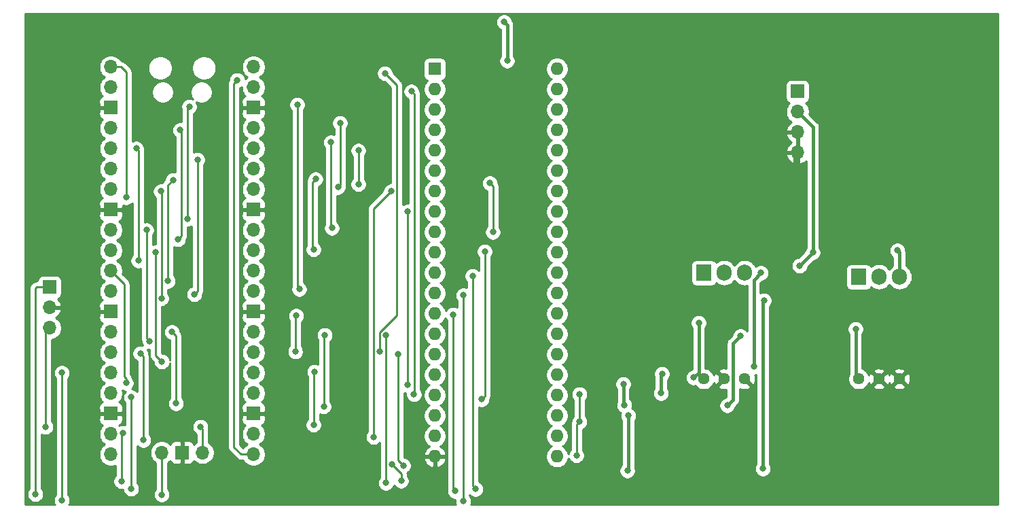
<source format=gbr>
G04 #@! TF.GenerationSoftware,KiCad,Pcbnew,5.1.5+dfsg1-2build2*
G04 #@! TF.CreationDate,2023-06-05T14:25:05+01:00*
G04 #@! TF.ProjectId,dumper_3780,64756d70-6572-45f3-9337-38302e6b6963,rev?*
G04 #@! TF.SameCoordinates,Original*
G04 #@! TF.FileFunction,Copper,L2,Bot*
G04 #@! TF.FilePolarity,Positive*
%FSLAX46Y46*%
G04 Gerber Fmt 4.6, Leading zero omitted, Abs format (unit mm)*
G04 Created by KiCad (PCBNEW 5.1.5+dfsg1-2build2) date 2023-06-05 14:25:05*
%MOMM*%
%LPD*%
G04 APERTURE LIST*
%ADD10O,1.700000X1.700000*%
%ADD11R,1.700000X1.700000*%
%ADD12O,1.600000X1.600000*%
%ADD13R,1.600000X1.600000*%
%ADD14O,1.905000X2.000000*%
%ADD15R,1.905000X2.000000*%
%ADD16C,1.440000*%
%ADD17C,0.800000*%
%ADD18C,0.250000*%
%ADD19C,0.400000*%
%ADD20C,0.254000*%
G04 APERTURE END LIST*
D10*
X186182000Y-132334000D03*
X186182000Y-129794000D03*
D11*
X186182000Y-127254000D03*
D10*
X279400000Y-110490000D03*
X279400000Y-107950000D03*
X279400000Y-105410000D03*
D11*
X279400000Y-102870000D03*
D12*
X249428000Y-100076000D03*
X234188000Y-148336000D03*
X249428000Y-102616000D03*
X234188000Y-145796000D03*
X249428000Y-105156000D03*
X234188000Y-143256000D03*
X249428000Y-107696000D03*
X234188000Y-140716000D03*
X249428000Y-110236000D03*
X234188000Y-138176000D03*
X249428000Y-112776000D03*
X234188000Y-135636000D03*
X249428000Y-115316000D03*
X234188000Y-133096000D03*
X249428000Y-117856000D03*
X234188000Y-130556000D03*
X249428000Y-120396000D03*
X234188000Y-128016000D03*
X249428000Y-122936000D03*
X234188000Y-125476000D03*
X249428000Y-125476000D03*
X234188000Y-122936000D03*
X249428000Y-128016000D03*
X234188000Y-120396000D03*
X249428000Y-130556000D03*
X234188000Y-117856000D03*
X249428000Y-133096000D03*
X234188000Y-115316000D03*
X249428000Y-135636000D03*
X234188000Y-112776000D03*
X249428000Y-138176000D03*
X234188000Y-110236000D03*
X249428000Y-140716000D03*
X234188000Y-107696000D03*
X249428000Y-143256000D03*
X234188000Y-105156000D03*
X249428000Y-145796000D03*
X234188000Y-102616000D03*
X249428000Y-148336000D03*
D13*
X234188000Y-100076000D03*
D10*
X205232000Y-147852000D03*
D11*
X202692000Y-147852000D03*
D10*
X200152000Y-147852000D03*
X211582000Y-99822000D03*
X211582000Y-102362000D03*
D11*
X211582000Y-104902000D03*
D10*
X211582000Y-107442000D03*
X211582000Y-109982000D03*
X211582000Y-112522000D03*
X211582000Y-115062000D03*
D11*
X211582000Y-117602000D03*
D10*
X211582000Y-120142000D03*
X211582000Y-122682000D03*
X211582000Y-125222000D03*
X211582000Y-127762000D03*
D11*
X211582000Y-130302000D03*
D10*
X211582000Y-132842000D03*
X211582000Y-135382000D03*
X211582000Y-137922000D03*
X211582000Y-140462000D03*
D11*
X211582000Y-143002000D03*
D10*
X211582000Y-145542000D03*
X211582000Y-148082000D03*
X193802000Y-148082000D03*
X193802000Y-145542000D03*
D11*
X193802000Y-143002000D03*
D10*
X193802000Y-140462000D03*
X193802000Y-137922000D03*
X193802000Y-135382000D03*
X193802000Y-132842000D03*
D11*
X193802000Y-130302000D03*
D10*
X193802000Y-127762000D03*
X193802000Y-125222000D03*
X193802000Y-122682000D03*
X193802000Y-120142000D03*
D11*
X193802000Y-117602000D03*
D10*
X193802000Y-115062000D03*
X193802000Y-112522000D03*
X193802000Y-109982000D03*
X193802000Y-107442000D03*
D11*
X193802000Y-104902000D03*
D10*
X193802000Y-102362000D03*
X193802000Y-99822000D03*
D14*
X272796000Y-125476000D03*
X270256000Y-125476000D03*
D15*
X267716000Y-125476000D03*
D14*
X292100000Y-125984000D03*
X289560000Y-125984000D03*
D15*
X287020000Y-125984000D03*
D16*
X272796000Y-138684000D03*
X270256000Y-138684000D03*
X267716000Y-138684000D03*
X292100000Y-138684000D03*
X289560000Y-138684000D03*
X287020000Y-138684000D03*
D17*
X217297000Y-148844000D03*
X216916000Y-143002000D03*
X238887000Y-96012000D03*
X257302000Y-135255000D03*
X257175000Y-127889000D03*
X279019000Y-120015000D03*
X277622000Y-128524000D03*
X277368000Y-138684000D03*
X294513000Y-138684000D03*
X297561000Y-130048000D03*
X283083000Y-129286000D03*
X279654000Y-124587000D03*
X262382000Y-140462000D03*
X262509000Y-138049000D03*
X291846000Y-122682000D03*
X281305000Y-122936000D03*
X274828000Y-125476000D03*
X273939000Y-137160000D03*
X286639000Y-132461000D03*
X243205000Y-99060000D03*
X242824000Y-94234000D03*
X266446000Y-138519000D03*
X267081000Y-131699000D03*
X272288000Y-133350000D03*
X270637000Y-141986000D03*
X257683000Y-139319000D03*
X257810000Y-141958990D03*
X258318000Y-143256000D03*
X258191000Y-150114000D03*
X275082000Y-149860000D03*
X275209000Y-128905000D03*
X209550000Y-101473000D03*
X217043000Y-104521000D03*
X217297000Y-127508000D03*
X222377000Y-106807000D03*
X222123000Y-114808000D03*
X221234000Y-109220000D03*
X221361000Y-119888000D03*
X219329000Y-113792000D03*
X219075000Y-122555000D03*
X229616000Y-135636000D03*
X230251000Y-149479000D03*
X228092000Y-133223000D03*
X228092000Y-151638000D03*
X195124734Y-151427478D03*
X195326000Y-145415000D03*
X195707000Y-116078000D03*
X236474000Y-130683000D03*
X236728000Y-152654000D03*
X196342000Y-152363000D03*
X196342000Y-140970000D03*
X203327000Y-118745000D03*
X203581000Y-104775000D03*
X237744000Y-128270000D03*
X237744000Y-153924000D03*
X187706000Y-153797000D03*
X187706000Y-137922000D03*
X202184000Y-121285000D03*
X202438000Y-107696000D03*
X238887000Y-125857000D03*
X239268000Y-152400000D03*
X229997000Y-151384000D03*
X228820505Y-149318505D03*
X197866000Y-146304000D03*
X197485000Y-135509000D03*
X197231000Y-123952000D03*
X196977000Y-109982000D03*
X240411000Y-122809000D03*
X240030000Y-141224000D03*
X201930000Y-141732000D03*
X201422000Y-132842000D03*
X200914000Y-126492000D03*
X201549000Y-113919000D03*
X241427000Y-120396000D03*
X241046000Y-114300000D03*
X224663000Y-114427000D03*
X224663000Y-110236000D03*
X204597000Y-111379000D03*
X204216000Y-128143000D03*
X200115000Y-128651000D03*
X200025000Y-115316000D03*
X230759000Y-117856000D03*
X230759000Y-139446000D03*
X195707000Y-139192000D03*
X198665000Y-133985000D03*
X198247000Y-120142000D03*
X228727000Y-115316000D03*
X226568000Y-145923000D03*
X200152000Y-136525000D03*
X199390000Y-122936000D03*
X231267000Y-102870000D03*
X231599347Y-140614346D03*
X251841000Y-148209000D03*
X252222000Y-144018000D03*
X252222000Y-140589000D03*
X227965000Y-100622000D03*
X227367000Y-135255000D03*
X216804154Y-135270154D03*
X216916000Y-130810000D03*
X219075000Y-144399000D03*
X219202000Y-137795000D03*
X220345000Y-142113000D03*
X220472000Y-133223000D03*
X204978000Y-144653000D03*
X185674000Y-144653000D03*
X200152000Y-153088000D03*
X184404000Y-153035000D03*
D18*
X217297000Y-143383000D02*
X216916000Y-143002000D01*
X217297000Y-148844000D02*
X217297000Y-143383000D01*
D19*
X257302000Y-128016000D02*
X257175000Y-127889000D01*
X257302000Y-135255000D02*
X257302000Y-128016000D01*
X279019000Y-110871000D02*
X279400000Y-110490000D01*
X279019000Y-120015000D02*
X279019000Y-110871000D01*
X279400000Y-107950000D02*
X279400000Y-110490000D01*
X277622000Y-138430000D02*
X277368000Y-138684000D01*
X277622000Y-128524000D02*
X277622000Y-138430000D01*
X279654000Y-124587000D02*
X281305000Y-122936000D01*
X281305000Y-107315000D02*
X279400000Y-105410000D01*
X281305000Y-122936000D02*
X281305000Y-107315000D01*
X262382000Y-138176000D02*
X262509000Y-138049000D01*
X262382000Y-140462000D02*
X262382000Y-138176000D01*
X292100000Y-122936000D02*
X291846000Y-122682000D01*
X292100000Y-125984000D02*
X292100000Y-122936000D01*
X273939000Y-126365000D02*
X273939000Y-137160000D01*
X274828000Y-125476000D02*
X273939000Y-126365000D01*
X286639000Y-138303000D02*
X287020000Y-138684000D01*
X286639000Y-132461000D02*
X286639000Y-138303000D01*
X243205000Y-94615000D02*
X242824000Y-94234000D01*
X243205000Y-99060000D02*
X243205000Y-94615000D01*
X267081000Y-137884000D02*
X267081000Y-131699000D01*
X266446000Y-138519000D02*
X267081000Y-137884000D01*
X271376001Y-141246999D02*
X270637000Y-141986000D01*
X271376001Y-134261999D02*
X271376001Y-141246999D01*
X272288000Y-133350000D02*
X271376001Y-134261999D01*
X257683000Y-141831990D02*
X257810000Y-141958990D01*
X257683000Y-139319000D02*
X257683000Y-141831990D01*
X258318000Y-149987000D02*
X258191000Y-150114000D01*
X258318000Y-143256000D02*
X258318000Y-149987000D01*
X275082000Y-129032000D02*
X275209000Y-128905000D01*
X275082000Y-149860000D02*
X275082000Y-129032000D01*
D18*
X209150001Y-101872999D02*
X209150001Y-147174001D01*
X209550000Y-101473000D02*
X209150001Y-101872999D01*
X210058000Y-148082000D02*
X211582000Y-148082000D01*
X209150001Y-147174001D02*
X210058000Y-148082000D01*
X217043000Y-127254000D02*
X217297000Y-127508000D01*
X217043000Y-104521000D02*
X217043000Y-127254000D01*
X222377000Y-114554000D02*
X222123000Y-114808000D01*
X222377000Y-106807000D02*
X222377000Y-114554000D01*
X221234000Y-119761000D02*
X221361000Y-119888000D01*
X221234000Y-109220000D02*
X221234000Y-119761000D01*
X218929001Y-114191999D02*
X218929001Y-122409001D01*
X219329000Y-113792000D02*
X218929001Y-114191999D01*
X218929001Y-122409001D02*
X219075000Y-122555000D01*
X229616000Y-148844000D02*
X230251000Y-149479000D01*
X229616000Y-135636000D02*
X229616000Y-148844000D01*
X228092000Y-133223000D02*
X228092000Y-151638000D01*
X195124734Y-145616266D02*
X195326000Y-145415000D01*
X195124734Y-151427478D02*
X195124734Y-145616266D01*
X195707000Y-116078000D02*
X195707000Y-100457000D01*
X195072000Y-99822000D02*
X193802000Y-99822000D01*
X195707000Y-100457000D02*
X195072000Y-99822000D01*
X236474000Y-152400000D02*
X236728000Y-152654000D01*
X236474000Y-130683000D02*
X236474000Y-152400000D01*
X196342000Y-152363000D02*
X196342000Y-140970000D01*
X203327000Y-105029000D02*
X203581000Y-104775000D01*
X203327000Y-118745000D02*
X203327000Y-105029000D01*
X237744000Y-128270000D02*
X237744000Y-153924000D01*
X187706000Y-153797000D02*
X187706000Y-137922000D01*
X202583999Y-107841999D02*
X202438000Y-107696000D01*
X202583999Y-120885001D02*
X202583999Y-107841999D01*
X202184000Y-121285000D02*
X202583999Y-120885001D01*
X238887000Y-152019000D02*
X239268000Y-152400000D01*
X238887000Y-125857000D02*
X238887000Y-152019000D01*
X229997000Y-150495000D02*
X228820505Y-149318505D01*
X229997000Y-151384000D02*
X229997000Y-150495000D01*
X197866000Y-135890000D02*
X197485000Y-135509000D01*
X197866000Y-146304000D02*
X197866000Y-135890000D01*
X197231000Y-110236000D02*
X196977000Y-109982000D01*
X197231000Y-123952000D02*
X197231000Y-110236000D01*
X240411000Y-140843000D02*
X240030000Y-141224000D01*
X240411000Y-122809000D02*
X240411000Y-140843000D01*
X201930000Y-133350000D02*
X201422000Y-132842000D01*
X201930000Y-141732000D02*
X201930000Y-133350000D01*
X200914000Y-114554000D02*
X201549000Y-113919000D01*
X200914000Y-126492000D02*
X200914000Y-114554000D01*
X241427000Y-114681000D02*
X241046000Y-114300000D01*
X241427000Y-120396000D02*
X241427000Y-114681000D01*
X224663000Y-114427000D02*
X224663000Y-110236000D01*
X204597000Y-127762000D02*
X204216000Y-128143000D01*
X204597000Y-111379000D02*
X204597000Y-127762000D01*
X200115000Y-115406000D02*
X200025000Y-115316000D01*
X200115000Y-128651000D02*
X200115000Y-115406000D01*
X230759000Y-117856000D02*
X230759000Y-139446000D01*
X195707000Y-138626315D02*
X195453000Y-138372315D01*
X195707000Y-139192000D02*
X195707000Y-138626315D01*
X195453000Y-126873000D02*
X193802000Y-125222000D01*
X195453000Y-138372315D02*
X195453000Y-126873000D01*
X198247000Y-133567000D02*
X198247000Y-120142000D01*
X198665000Y-133985000D02*
X198247000Y-133567000D01*
X226568000Y-117475000D02*
X226568000Y-145923000D01*
X228727000Y-115316000D02*
X226568000Y-117475000D01*
X199390000Y-135763000D02*
X199390000Y-122936000D01*
X200152000Y-136525000D02*
X199390000Y-135763000D01*
X231666999Y-140546694D02*
X231599347Y-140614346D01*
X231666999Y-103269999D02*
X231666999Y-140546694D01*
X231267000Y-102870000D02*
X231666999Y-103269999D01*
X251841000Y-144399000D02*
X252222000Y-144018000D01*
X251841000Y-148209000D02*
X251841000Y-144399000D01*
X252222000Y-141154685D02*
X252222000Y-144018000D01*
X252222000Y-140589000D02*
X252222000Y-141154685D01*
X227366999Y-135254999D02*
X227367000Y-135255000D01*
X227366999Y-132874999D02*
X227366999Y-135254999D01*
X229452001Y-130789997D02*
X227366999Y-132874999D01*
X229452001Y-102109001D02*
X229452001Y-130789997D01*
X227965000Y-100622000D02*
X229452001Y-102109001D01*
X216804154Y-130921846D02*
X216916000Y-130810000D01*
X216804154Y-135270154D02*
X216804154Y-130921846D01*
X219075000Y-137922000D02*
X219202000Y-137795000D01*
X219075000Y-144399000D02*
X219075000Y-137922000D01*
X220345000Y-133350000D02*
X220472000Y-133223000D01*
X220345000Y-142113000D02*
X220345000Y-133350000D01*
X205232000Y-144907000D02*
X204978000Y-144653000D01*
X205232000Y-147852000D02*
X205232000Y-144907000D01*
X185674000Y-132842000D02*
X186182000Y-132334000D01*
X185674000Y-144653000D02*
X185674000Y-132842000D01*
X200152000Y-147852000D02*
X200152000Y-153088000D01*
X184404000Y-153035000D02*
X184404000Y-127381000D01*
X184531000Y-127254000D02*
X186182000Y-127254000D01*
X184404000Y-127381000D02*
X184531000Y-127254000D01*
D20*
G36*
X304340001Y-154340000D02*
G01*
X238691963Y-154340000D01*
X238739226Y-154225898D01*
X238779000Y-154025939D01*
X238779000Y-153822061D01*
X238739226Y-153622102D01*
X238661205Y-153433744D01*
X238547937Y-153264226D01*
X238504000Y-153220289D01*
X238504000Y-153099711D01*
X238608226Y-153203937D01*
X238777744Y-153317205D01*
X238966102Y-153395226D01*
X239166061Y-153435000D01*
X239369939Y-153435000D01*
X239569898Y-153395226D01*
X239758256Y-153317205D01*
X239927774Y-153203937D01*
X240071937Y-153059774D01*
X240185205Y-152890256D01*
X240263226Y-152701898D01*
X240303000Y-152501939D01*
X240303000Y-152298061D01*
X240263226Y-152098102D01*
X240185205Y-151909744D01*
X240071937Y-151740226D01*
X239927774Y-151596063D01*
X239758256Y-151482795D01*
X239647000Y-151436711D01*
X239647000Y-142185632D01*
X239728102Y-142219226D01*
X239928061Y-142259000D01*
X240131939Y-142259000D01*
X240331898Y-142219226D01*
X240520256Y-142141205D01*
X240689774Y-142027937D01*
X240833937Y-141883774D01*
X240947205Y-141714256D01*
X241025226Y-141525898D01*
X241065000Y-141325939D01*
X241065000Y-141231681D01*
X241116546Y-141135247D01*
X241160003Y-140991986D01*
X241171000Y-140880333D01*
X241171000Y-140880324D01*
X241174676Y-140843001D01*
X241171000Y-140805678D01*
X241171000Y-123512711D01*
X241214937Y-123468774D01*
X241328205Y-123299256D01*
X241406226Y-123110898D01*
X241446000Y-122910939D01*
X241446000Y-122707061D01*
X241406226Y-122507102D01*
X241328205Y-122318744D01*
X241214937Y-122149226D01*
X241070774Y-122005063D01*
X240901256Y-121891795D01*
X240712898Y-121813774D01*
X240512939Y-121774000D01*
X240309061Y-121774000D01*
X240109102Y-121813774D01*
X239920744Y-121891795D01*
X239751226Y-122005063D01*
X239607063Y-122149226D01*
X239493795Y-122318744D01*
X239415774Y-122507102D01*
X239376000Y-122707061D01*
X239376000Y-122910939D01*
X239415774Y-123110898D01*
X239493795Y-123299256D01*
X239607063Y-123468774D01*
X239651000Y-123512711D01*
X239651000Y-125157289D01*
X239546774Y-125053063D01*
X239377256Y-124939795D01*
X239188898Y-124861774D01*
X238988939Y-124822000D01*
X238785061Y-124822000D01*
X238585102Y-124861774D01*
X238396744Y-124939795D01*
X238227226Y-125053063D01*
X238083063Y-125197226D01*
X237969795Y-125366744D01*
X237891774Y-125555102D01*
X237852000Y-125755061D01*
X237852000Y-125958939D01*
X237891774Y-126158898D01*
X237969795Y-126347256D01*
X238083063Y-126516774D01*
X238127000Y-126560711D01*
X238127000Y-127308368D01*
X238045898Y-127274774D01*
X237845939Y-127235000D01*
X237642061Y-127235000D01*
X237442102Y-127274774D01*
X237253744Y-127352795D01*
X237084226Y-127466063D01*
X236940063Y-127610226D01*
X236826795Y-127779744D01*
X236748774Y-127968102D01*
X236709000Y-128168061D01*
X236709000Y-128371939D01*
X236748774Y-128571898D01*
X236826795Y-128760256D01*
X236940063Y-128929774D01*
X236984000Y-128973711D01*
X236984000Y-129778988D01*
X236964256Y-129765795D01*
X236775898Y-129687774D01*
X236575939Y-129648000D01*
X236372061Y-129648000D01*
X236172102Y-129687774D01*
X235983744Y-129765795D01*
X235814226Y-129879063D01*
X235670063Y-130023226D01*
X235573796Y-130167301D01*
X235567853Y-130137426D01*
X235459680Y-129876273D01*
X235302637Y-129641241D01*
X235102759Y-129441363D01*
X234870241Y-129286000D01*
X235102759Y-129130637D01*
X235302637Y-128930759D01*
X235459680Y-128695727D01*
X235567853Y-128434574D01*
X235623000Y-128157335D01*
X235623000Y-127874665D01*
X235567853Y-127597426D01*
X235459680Y-127336273D01*
X235302637Y-127101241D01*
X235102759Y-126901363D01*
X234870241Y-126746000D01*
X235102759Y-126590637D01*
X235302637Y-126390759D01*
X235459680Y-126155727D01*
X235567853Y-125894574D01*
X235623000Y-125617335D01*
X235623000Y-125334665D01*
X235567853Y-125057426D01*
X235459680Y-124796273D01*
X235302637Y-124561241D01*
X235102759Y-124361363D01*
X234870241Y-124206000D01*
X235102759Y-124050637D01*
X235302637Y-123850759D01*
X235459680Y-123615727D01*
X235567853Y-123354574D01*
X235623000Y-123077335D01*
X235623000Y-122794665D01*
X235567853Y-122517426D01*
X235459680Y-122256273D01*
X235302637Y-122021241D01*
X235102759Y-121821363D01*
X234870241Y-121666000D01*
X235102759Y-121510637D01*
X235302637Y-121310759D01*
X235459680Y-121075727D01*
X235567853Y-120814574D01*
X235623000Y-120537335D01*
X235623000Y-120254665D01*
X235567853Y-119977426D01*
X235459680Y-119716273D01*
X235302637Y-119481241D01*
X235102759Y-119281363D01*
X234870241Y-119126000D01*
X235102759Y-118970637D01*
X235302637Y-118770759D01*
X235459680Y-118535727D01*
X235567853Y-118274574D01*
X235623000Y-117997335D01*
X235623000Y-117714665D01*
X235567853Y-117437426D01*
X235459680Y-117176273D01*
X235302637Y-116941241D01*
X235102759Y-116741363D01*
X234870241Y-116586000D01*
X235102759Y-116430637D01*
X235302637Y-116230759D01*
X235459680Y-115995727D01*
X235567853Y-115734574D01*
X235623000Y-115457335D01*
X235623000Y-115174665D01*
X235567853Y-114897426D01*
X235459680Y-114636273D01*
X235302637Y-114401241D01*
X235102759Y-114201363D01*
X235097818Y-114198061D01*
X240011000Y-114198061D01*
X240011000Y-114401939D01*
X240050774Y-114601898D01*
X240128795Y-114790256D01*
X240242063Y-114959774D01*
X240386226Y-115103937D01*
X240555744Y-115217205D01*
X240667001Y-115263289D01*
X240667000Y-119692289D01*
X240623063Y-119736226D01*
X240509795Y-119905744D01*
X240431774Y-120094102D01*
X240392000Y-120294061D01*
X240392000Y-120497939D01*
X240431774Y-120697898D01*
X240509795Y-120886256D01*
X240623063Y-121055774D01*
X240767226Y-121199937D01*
X240936744Y-121313205D01*
X241125102Y-121391226D01*
X241325061Y-121431000D01*
X241528939Y-121431000D01*
X241728898Y-121391226D01*
X241917256Y-121313205D01*
X242086774Y-121199937D01*
X242230937Y-121055774D01*
X242344205Y-120886256D01*
X242422226Y-120697898D01*
X242462000Y-120497939D01*
X242462000Y-120294061D01*
X242422226Y-120094102D01*
X242344205Y-119905744D01*
X242230937Y-119736226D01*
X242187000Y-119692289D01*
X242187000Y-114718322D01*
X242190676Y-114680999D01*
X242187000Y-114643676D01*
X242187000Y-114643667D01*
X242176003Y-114532014D01*
X242132546Y-114388753D01*
X242081000Y-114292319D01*
X242081000Y-114198061D01*
X242041226Y-113998102D01*
X241963205Y-113809744D01*
X241849937Y-113640226D01*
X241705774Y-113496063D01*
X241536256Y-113382795D01*
X241347898Y-113304774D01*
X241147939Y-113265000D01*
X240944061Y-113265000D01*
X240744102Y-113304774D01*
X240555744Y-113382795D01*
X240386226Y-113496063D01*
X240242063Y-113640226D01*
X240128795Y-113809744D01*
X240050774Y-113998102D01*
X240011000Y-114198061D01*
X235097818Y-114198061D01*
X234870241Y-114046000D01*
X235102759Y-113890637D01*
X235302637Y-113690759D01*
X235459680Y-113455727D01*
X235567853Y-113194574D01*
X235623000Y-112917335D01*
X235623000Y-112634665D01*
X235567853Y-112357426D01*
X235459680Y-112096273D01*
X235302637Y-111861241D01*
X235102759Y-111661363D01*
X234870241Y-111506000D01*
X235102759Y-111350637D01*
X235302637Y-111150759D01*
X235459680Y-110915727D01*
X235567853Y-110654574D01*
X235623000Y-110377335D01*
X235623000Y-110094665D01*
X235567853Y-109817426D01*
X235459680Y-109556273D01*
X235302637Y-109321241D01*
X235102759Y-109121363D01*
X234870241Y-108966000D01*
X235102759Y-108810637D01*
X235302637Y-108610759D01*
X235459680Y-108375727D01*
X235567853Y-108114574D01*
X235623000Y-107837335D01*
X235623000Y-107554665D01*
X235567853Y-107277426D01*
X235459680Y-107016273D01*
X235302637Y-106781241D01*
X235102759Y-106581363D01*
X234870241Y-106426000D01*
X235102759Y-106270637D01*
X235302637Y-106070759D01*
X235459680Y-105835727D01*
X235567853Y-105574574D01*
X235623000Y-105297335D01*
X235623000Y-105014665D01*
X235567853Y-104737426D01*
X235459680Y-104476273D01*
X235302637Y-104241241D01*
X235102759Y-104041363D01*
X234870241Y-103886000D01*
X235102759Y-103730637D01*
X235302637Y-103530759D01*
X235459680Y-103295727D01*
X235567853Y-103034574D01*
X235623000Y-102757335D01*
X235623000Y-102474665D01*
X235567853Y-102197426D01*
X235459680Y-101936273D01*
X235302637Y-101701241D01*
X235104039Y-101502643D01*
X235112482Y-101501812D01*
X235232180Y-101465502D01*
X235342494Y-101406537D01*
X235439185Y-101327185D01*
X235518537Y-101230494D01*
X235577502Y-101120180D01*
X235613812Y-101000482D01*
X235626072Y-100876000D01*
X235626072Y-99276000D01*
X235613812Y-99151518D01*
X235577502Y-99031820D01*
X235518537Y-98921506D01*
X235439185Y-98824815D01*
X235342494Y-98745463D01*
X235232180Y-98686498D01*
X235112482Y-98650188D01*
X234988000Y-98637928D01*
X233388000Y-98637928D01*
X233263518Y-98650188D01*
X233143820Y-98686498D01*
X233033506Y-98745463D01*
X232936815Y-98824815D01*
X232857463Y-98921506D01*
X232798498Y-99031820D01*
X232762188Y-99151518D01*
X232749928Y-99276000D01*
X232749928Y-100876000D01*
X232762188Y-101000482D01*
X232798498Y-101120180D01*
X232857463Y-101230494D01*
X232936815Y-101327185D01*
X233033506Y-101406537D01*
X233143820Y-101465502D01*
X233263518Y-101501812D01*
X233271961Y-101502643D01*
X233073363Y-101701241D01*
X232916320Y-101936273D01*
X232808147Y-102197426D01*
X232753000Y-102474665D01*
X232753000Y-102757335D01*
X232808147Y-103034574D01*
X232916320Y-103295727D01*
X233073363Y-103530759D01*
X233273241Y-103730637D01*
X233505759Y-103886000D01*
X233273241Y-104041363D01*
X233073363Y-104241241D01*
X232916320Y-104476273D01*
X232808147Y-104737426D01*
X232753000Y-105014665D01*
X232753000Y-105297335D01*
X232808147Y-105574574D01*
X232916320Y-105835727D01*
X233073363Y-106070759D01*
X233273241Y-106270637D01*
X233505759Y-106426000D01*
X233273241Y-106581363D01*
X233073363Y-106781241D01*
X232916320Y-107016273D01*
X232808147Y-107277426D01*
X232753000Y-107554665D01*
X232753000Y-107837335D01*
X232808147Y-108114574D01*
X232916320Y-108375727D01*
X233073363Y-108610759D01*
X233273241Y-108810637D01*
X233505759Y-108966000D01*
X233273241Y-109121363D01*
X233073363Y-109321241D01*
X232916320Y-109556273D01*
X232808147Y-109817426D01*
X232753000Y-110094665D01*
X232753000Y-110377335D01*
X232808147Y-110654574D01*
X232916320Y-110915727D01*
X233073363Y-111150759D01*
X233273241Y-111350637D01*
X233505759Y-111506000D01*
X233273241Y-111661363D01*
X233073363Y-111861241D01*
X232916320Y-112096273D01*
X232808147Y-112357426D01*
X232753000Y-112634665D01*
X232753000Y-112917335D01*
X232808147Y-113194574D01*
X232916320Y-113455727D01*
X233073363Y-113690759D01*
X233273241Y-113890637D01*
X233505759Y-114046000D01*
X233273241Y-114201363D01*
X233073363Y-114401241D01*
X232916320Y-114636273D01*
X232808147Y-114897426D01*
X232753000Y-115174665D01*
X232753000Y-115457335D01*
X232808147Y-115734574D01*
X232916320Y-115995727D01*
X233073363Y-116230759D01*
X233273241Y-116430637D01*
X233505759Y-116586000D01*
X233273241Y-116741363D01*
X233073363Y-116941241D01*
X232916320Y-117176273D01*
X232808147Y-117437426D01*
X232753000Y-117714665D01*
X232753000Y-117997335D01*
X232808147Y-118274574D01*
X232916320Y-118535727D01*
X233073363Y-118770759D01*
X233273241Y-118970637D01*
X233505759Y-119126000D01*
X233273241Y-119281363D01*
X233073363Y-119481241D01*
X232916320Y-119716273D01*
X232808147Y-119977426D01*
X232753000Y-120254665D01*
X232753000Y-120537335D01*
X232808147Y-120814574D01*
X232916320Y-121075727D01*
X233073363Y-121310759D01*
X233273241Y-121510637D01*
X233505759Y-121666000D01*
X233273241Y-121821363D01*
X233073363Y-122021241D01*
X232916320Y-122256273D01*
X232808147Y-122517426D01*
X232753000Y-122794665D01*
X232753000Y-123077335D01*
X232808147Y-123354574D01*
X232916320Y-123615727D01*
X233073363Y-123850759D01*
X233273241Y-124050637D01*
X233505759Y-124206000D01*
X233273241Y-124361363D01*
X233073363Y-124561241D01*
X232916320Y-124796273D01*
X232808147Y-125057426D01*
X232753000Y-125334665D01*
X232753000Y-125617335D01*
X232808147Y-125894574D01*
X232916320Y-126155727D01*
X233073363Y-126390759D01*
X233273241Y-126590637D01*
X233505759Y-126746000D01*
X233273241Y-126901363D01*
X233073363Y-127101241D01*
X232916320Y-127336273D01*
X232808147Y-127597426D01*
X232753000Y-127874665D01*
X232753000Y-128157335D01*
X232808147Y-128434574D01*
X232916320Y-128695727D01*
X233073363Y-128930759D01*
X233273241Y-129130637D01*
X233505759Y-129286000D01*
X233273241Y-129441363D01*
X233073363Y-129641241D01*
X232916320Y-129876273D01*
X232808147Y-130137426D01*
X232753000Y-130414665D01*
X232753000Y-130697335D01*
X232808147Y-130974574D01*
X232916320Y-131235727D01*
X233073363Y-131470759D01*
X233273241Y-131670637D01*
X233505759Y-131826000D01*
X233273241Y-131981363D01*
X233073363Y-132181241D01*
X232916320Y-132416273D01*
X232808147Y-132677426D01*
X232753000Y-132954665D01*
X232753000Y-133237335D01*
X232808147Y-133514574D01*
X232916320Y-133775727D01*
X233073363Y-134010759D01*
X233273241Y-134210637D01*
X233505759Y-134366000D01*
X233273241Y-134521363D01*
X233073363Y-134721241D01*
X232916320Y-134956273D01*
X232808147Y-135217426D01*
X232753000Y-135494665D01*
X232753000Y-135777335D01*
X232808147Y-136054574D01*
X232916320Y-136315727D01*
X233073363Y-136550759D01*
X233273241Y-136750637D01*
X233505759Y-136906000D01*
X233273241Y-137061363D01*
X233073363Y-137261241D01*
X232916320Y-137496273D01*
X232808147Y-137757426D01*
X232753000Y-138034665D01*
X232753000Y-138317335D01*
X232808147Y-138594574D01*
X232916320Y-138855727D01*
X233073363Y-139090759D01*
X233273241Y-139290637D01*
X233505759Y-139446000D01*
X233273241Y-139601363D01*
X233073363Y-139801241D01*
X232916320Y-140036273D01*
X232808147Y-140297426D01*
X232753000Y-140574665D01*
X232753000Y-140857335D01*
X232808147Y-141134574D01*
X232916320Y-141395727D01*
X233073363Y-141630759D01*
X233273241Y-141830637D01*
X233505759Y-141986000D01*
X233273241Y-142141363D01*
X233073363Y-142341241D01*
X232916320Y-142576273D01*
X232808147Y-142837426D01*
X232753000Y-143114665D01*
X232753000Y-143397335D01*
X232808147Y-143674574D01*
X232916320Y-143935727D01*
X233073363Y-144170759D01*
X233273241Y-144370637D01*
X233505759Y-144526000D01*
X233273241Y-144681363D01*
X233073363Y-144881241D01*
X232916320Y-145116273D01*
X232808147Y-145377426D01*
X232753000Y-145654665D01*
X232753000Y-145937335D01*
X232808147Y-146214574D01*
X232916320Y-146475727D01*
X233073363Y-146710759D01*
X233273241Y-146910637D01*
X233508273Y-147067680D01*
X233518865Y-147072067D01*
X233332869Y-147183615D01*
X233124481Y-147372586D01*
X232956963Y-147598580D01*
X232836754Y-147852913D01*
X232796096Y-147986961D01*
X232918085Y-148209000D01*
X234061000Y-148209000D01*
X234061000Y-148189000D01*
X234315000Y-148189000D01*
X234315000Y-148209000D01*
X235457915Y-148209000D01*
X235579904Y-147986961D01*
X235539246Y-147852913D01*
X235419037Y-147598580D01*
X235251519Y-147372586D01*
X235043131Y-147183615D01*
X234857135Y-147072067D01*
X234867727Y-147067680D01*
X235102759Y-146910637D01*
X235302637Y-146710759D01*
X235459680Y-146475727D01*
X235567853Y-146214574D01*
X235623000Y-145937335D01*
X235623000Y-145654665D01*
X235567853Y-145377426D01*
X235459680Y-145116273D01*
X235302637Y-144881241D01*
X235102759Y-144681363D01*
X234870241Y-144526000D01*
X235102759Y-144370637D01*
X235302637Y-144170759D01*
X235459680Y-143935727D01*
X235567853Y-143674574D01*
X235623000Y-143397335D01*
X235623000Y-143114665D01*
X235567853Y-142837426D01*
X235459680Y-142576273D01*
X235302637Y-142341241D01*
X235102759Y-142141363D01*
X234870241Y-141986000D01*
X235102759Y-141830637D01*
X235302637Y-141630759D01*
X235459680Y-141395727D01*
X235567853Y-141134574D01*
X235623000Y-140857335D01*
X235623000Y-140574665D01*
X235567853Y-140297426D01*
X235459680Y-140036273D01*
X235302637Y-139801241D01*
X235102759Y-139601363D01*
X234870241Y-139446000D01*
X235102759Y-139290637D01*
X235302637Y-139090759D01*
X235459680Y-138855727D01*
X235567853Y-138594574D01*
X235623000Y-138317335D01*
X235623000Y-138034665D01*
X235567853Y-137757426D01*
X235459680Y-137496273D01*
X235302637Y-137261241D01*
X235102759Y-137061363D01*
X234870241Y-136906000D01*
X235102759Y-136750637D01*
X235302637Y-136550759D01*
X235459680Y-136315727D01*
X235567853Y-136054574D01*
X235623000Y-135777335D01*
X235623000Y-135494665D01*
X235567853Y-135217426D01*
X235459680Y-134956273D01*
X235302637Y-134721241D01*
X235102759Y-134521363D01*
X234870241Y-134366000D01*
X235102759Y-134210637D01*
X235302637Y-134010759D01*
X235459680Y-133775727D01*
X235567853Y-133514574D01*
X235623000Y-133237335D01*
X235623000Y-132954665D01*
X235567853Y-132677426D01*
X235459680Y-132416273D01*
X235302637Y-132181241D01*
X235102759Y-131981363D01*
X234870241Y-131826000D01*
X235102759Y-131670637D01*
X235302637Y-131470759D01*
X235459680Y-131235727D01*
X235521176Y-131087264D01*
X235556795Y-131173256D01*
X235670063Y-131342774D01*
X235714000Y-131386711D01*
X235714001Y-152362667D01*
X235710324Y-152400000D01*
X235714001Y-152437333D01*
X235714604Y-152443451D01*
X235693000Y-152552061D01*
X235693000Y-152755939D01*
X235732774Y-152955898D01*
X235810795Y-153144256D01*
X235924063Y-153313774D01*
X236068226Y-153457937D01*
X236237744Y-153571205D01*
X236426102Y-153649226D01*
X236626061Y-153689000D01*
X236735467Y-153689000D01*
X236709000Y-153822061D01*
X236709000Y-154025939D01*
X236748774Y-154225898D01*
X236796037Y-154340000D01*
X188587963Y-154340000D01*
X188623205Y-154287256D01*
X188701226Y-154098898D01*
X188741000Y-153898939D01*
X188741000Y-153695061D01*
X188701226Y-153495102D01*
X188623205Y-153306744D01*
X188509937Y-153137226D01*
X188466000Y-153093289D01*
X188466000Y-138625711D01*
X188509937Y-138581774D01*
X188623205Y-138412256D01*
X188701226Y-138223898D01*
X188741000Y-138023939D01*
X188741000Y-137820061D01*
X188701226Y-137620102D01*
X188623205Y-137431744D01*
X188509937Y-137262226D01*
X188365774Y-137118063D01*
X188196256Y-137004795D01*
X188007898Y-136926774D01*
X187807939Y-136887000D01*
X187604061Y-136887000D01*
X187404102Y-136926774D01*
X187215744Y-137004795D01*
X187046226Y-137118063D01*
X186902063Y-137262226D01*
X186788795Y-137431744D01*
X186710774Y-137620102D01*
X186671000Y-137820061D01*
X186671000Y-138023939D01*
X186710774Y-138223898D01*
X186788795Y-138412256D01*
X186902063Y-138581774D01*
X186946001Y-138625712D01*
X186946000Y-153093289D01*
X186902063Y-153137226D01*
X186788795Y-153306744D01*
X186710774Y-153495102D01*
X186671000Y-153695061D01*
X186671000Y-153898939D01*
X186710774Y-154098898D01*
X186788795Y-154287256D01*
X186824037Y-154340000D01*
X183160000Y-154340000D01*
X183160000Y-152933061D01*
X183369000Y-152933061D01*
X183369000Y-153136939D01*
X183408774Y-153336898D01*
X183486795Y-153525256D01*
X183600063Y-153694774D01*
X183744226Y-153838937D01*
X183913744Y-153952205D01*
X184102102Y-154030226D01*
X184302061Y-154070000D01*
X184505939Y-154070000D01*
X184705898Y-154030226D01*
X184894256Y-153952205D01*
X185063774Y-153838937D01*
X185207937Y-153694774D01*
X185321205Y-153525256D01*
X185399226Y-153336898D01*
X185439000Y-153136939D01*
X185439000Y-152933061D01*
X185399226Y-152733102D01*
X185321205Y-152544744D01*
X185207937Y-152375226D01*
X185164000Y-152331289D01*
X185164000Y-145557013D01*
X185183744Y-145570205D01*
X185372102Y-145648226D01*
X185572061Y-145688000D01*
X185775939Y-145688000D01*
X185975898Y-145648226D01*
X186164256Y-145570205D01*
X186333774Y-145456937D01*
X186477937Y-145312774D01*
X186591205Y-145143256D01*
X186669226Y-144954898D01*
X186709000Y-144754939D01*
X186709000Y-144551061D01*
X186669226Y-144351102D01*
X186591205Y-144162744D01*
X186477937Y-143993226D01*
X186434000Y-143949289D01*
X186434000Y-133797967D01*
X186615158Y-133761932D01*
X186885411Y-133649990D01*
X187128632Y-133487475D01*
X187335475Y-133280632D01*
X187497990Y-133037411D01*
X187609932Y-132767158D01*
X187667000Y-132480260D01*
X187667000Y-132187740D01*
X187609932Y-131900842D01*
X187497990Y-131630589D01*
X187335475Y-131387368D01*
X187128632Y-131180525D01*
X186946466Y-131058805D01*
X187063355Y-130989178D01*
X187279588Y-130794269D01*
X187453641Y-130560920D01*
X187578825Y-130298099D01*
X187623476Y-130150890D01*
X187502155Y-129921000D01*
X186309000Y-129921000D01*
X186309000Y-129941000D01*
X186055000Y-129941000D01*
X186055000Y-129921000D01*
X186035000Y-129921000D01*
X186035000Y-129667000D01*
X186055000Y-129667000D01*
X186055000Y-129647000D01*
X186309000Y-129647000D01*
X186309000Y-129667000D01*
X187502155Y-129667000D01*
X187623476Y-129437110D01*
X187578825Y-129289901D01*
X187453641Y-129027080D01*
X187279588Y-128793731D01*
X187195534Y-128717966D01*
X187276180Y-128693502D01*
X187386494Y-128634537D01*
X187483185Y-128555185D01*
X187562537Y-128458494D01*
X187621502Y-128348180D01*
X187657812Y-128228482D01*
X187670072Y-128104000D01*
X187670072Y-126404000D01*
X187657812Y-126279518D01*
X187621502Y-126159820D01*
X187562537Y-126049506D01*
X187483185Y-125952815D01*
X187386494Y-125873463D01*
X187276180Y-125814498D01*
X187156482Y-125778188D01*
X187032000Y-125765928D01*
X185332000Y-125765928D01*
X185207518Y-125778188D01*
X185087820Y-125814498D01*
X184977506Y-125873463D01*
X184880815Y-125952815D01*
X184801463Y-126049506D01*
X184742498Y-126159820D01*
X184706188Y-126279518D01*
X184693928Y-126404000D01*
X184693928Y-126494000D01*
X184568322Y-126494000D01*
X184530999Y-126490324D01*
X184493677Y-126494000D01*
X184493667Y-126494000D01*
X184382014Y-126504997D01*
X184238753Y-126548454D01*
X184106724Y-126619026D01*
X183990999Y-126713999D01*
X183967196Y-126743003D01*
X183892998Y-126817201D01*
X183864000Y-126840999D01*
X183840202Y-126869997D01*
X183840201Y-126869998D01*
X183769026Y-126956724D01*
X183698454Y-127088754D01*
X183668374Y-127187918D01*
X183654998Y-127232014D01*
X183644001Y-127343667D01*
X183640324Y-127381000D01*
X183644001Y-127418333D01*
X183644000Y-152331289D01*
X183600063Y-152375226D01*
X183486795Y-152544744D01*
X183408774Y-152733102D01*
X183369000Y-152933061D01*
X183160000Y-152933061D01*
X183160000Y-104052000D01*
X192313928Y-104052000D01*
X192317000Y-104616250D01*
X192475750Y-104775000D01*
X193675000Y-104775000D01*
X193675000Y-104755000D01*
X193929000Y-104755000D01*
X193929000Y-104775000D01*
X193949000Y-104775000D01*
X193949000Y-105029000D01*
X193929000Y-105029000D01*
X193929000Y-105049000D01*
X193675000Y-105049000D01*
X193675000Y-105029000D01*
X192475750Y-105029000D01*
X192317000Y-105187750D01*
X192313928Y-105752000D01*
X192326188Y-105876482D01*
X192362498Y-105996180D01*
X192421463Y-106106494D01*
X192500815Y-106203185D01*
X192597506Y-106282537D01*
X192707820Y-106341502D01*
X192780380Y-106363513D01*
X192648525Y-106495368D01*
X192486010Y-106738589D01*
X192374068Y-107008842D01*
X192317000Y-107295740D01*
X192317000Y-107588260D01*
X192374068Y-107875158D01*
X192486010Y-108145411D01*
X192648525Y-108388632D01*
X192855368Y-108595475D01*
X193029760Y-108712000D01*
X192855368Y-108828525D01*
X192648525Y-109035368D01*
X192486010Y-109278589D01*
X192374068Y-109548842D01*
X192317000Y-109835740D01*
X192317000Y-110128260D01*
X192374068Y-110415158D01*
X192486010Y-110685411D01*
X192648525Y-110928632D01*
X192855368Y-111135475D01*
X193029760Y-111252000D01*
X192855368Y-111368525D01*
X192648525Y-111575368D01*
X192486010Y-111818589D01*
X192374068Y-112088842D01*
X192317000Y-112375740D01*
X192317000Y-112668260D01*
X192374068Y-112955158D01*
X192486010Y-113225411D01*
X192648525Y-113468632D01*
X192855368Y-113675475D01*
X193029760Y-113792000D01*
X192855368Y-113908525D01*
X192648525Y-114115368D01*
X192486010Y-114358589D01*
X192374068Y-114628842D01*
X192317000Y-114915740D01*
X192317000Y-115208260D01*
X192374068Y-115495158D01*
X192486010Y-115765411D01*
X192648525Y-116008632D01*
X192780380Y-116140487D01*
X192707820Y-116162498D01*
X192597506Y-116221463D01*
X192500815Y-116300815D01*
X192421463Y-116397506D01*
X192362498Y-116507820D01*
X192326188Y-116627518D01*
X192313928Y-116752000D01*
X192317000Y-117316250D01*
X192475750Y-117475000D01*
X193675000Y-117475000D01*
X193675000Y-117455000D01*
X193929000Y-117455000D01*
X193929000Y-117475000D01*
X195128250Y-117475000D01*
X195287000Y-117316250D01*
X195288586Y-117024963D01*
X195405102Y-117073226D01*
X195605061Y-117113000D01*
X195808939Y-117113000D01*
X196008898Y-117073226D01*
X196197256Y-116995205D01*
X196366774Y-116881937D01*
X196471001Y-116777710D01*
X196471000Y-123248289D01*
X196427063Y-123292226D01*
X196313795Y-123461744D01*
X196235774Y-123650102D01*
X196196000Y-123850061D01*
X196196000Y-124053939D01*
X196235774Y-124253898D01*
X196313795Y-124442256D01*
X196427063Y-124611774D01*
X196571226Y-124755937D01*
X196740744Y-124869205D01*
X196929102Y-124947226D01*
X197129061Y-124987000D01*
X197332939Y-124987000D01*
X197487001Y-124956355D01*
X197487000Y-133529678D01*
X197483324Y-133567000D01*
X197487000Y-133604322D01*
X197487000Y-133604332D01*
X197497997Y-133715985D01*
X197535694Y-133840256D01*
X197541454Y-133859246D01*
X197612026Y-133991276D01*
X197630000Y-134013177D01*
X197630000Y-134086939D01*
X197669774Y-134286898D01*
X197747795Y-134475256D01*
X197771483Y-134510708D01*
X197586939Y-134474000D01*
X197383061Y-134474000D01*
X197183102Y-134513774D01*
X196994744Y-134591795D01*
X196825226Y-134705063D01*
X196681063Y-134849226D01*
X196567795Y-135018744D01*
X196489774Y-135207102D01*
X196450000Y-135407061D01*
X196450000Y-135610939D01*
X196489774Y-135810898D01*
X196567795Y-135999256D01*
X196681063Y-136168774D01*
X196825226Y-136312937D01*
X196994744Y-136426205D01*
X197106001Y-136472289D01*
X197106001Y-140270290D01*
X197001774Y-140166063D01*
X196832256Y-140052795D01*
X196643898Y-139974774D01*
X196443939Y-139935000D01*
X196427711Y-139935000D01*
X196510937Y-139851774D01*
X196624205Y-139682256D01*
X196702226Y-139493898D01*
X196742000Y-139293939D01*
X196742000Y-139090061D01*
X196702226Y-138890102D01*
X196624205Y-138701744D01*
X196510937Y-138532226D01*
X196455987Y-138477276D01*
X196412546Y-138334068D01*
X196341974Y-138202039D01*
X196247001Y-138086314D01*
X196217997Y-138062511D01*
X196213000Y-138057514D01*
X196213000Y-126910333D01*
X196216677Y-126873000D01*
X196207936Y-126784247D01*
X196202003Y-126724014D01*
X196158546Y-126580753D01*
X196087974Y-126448724D01*
X195993001Y-126332999D01*
X195964003Y-126309201D01*
X195243210Y-125588408D01*
X195287000Y-125368260D01*
X195287000Y-125075740D01*
X195229932Y-124788842D01*
X195117990Y-124518589D01*
X194955475Y-124275368D01*
X194748632Y-124068525D01*
X194574240Y-123952000D01*
X194748632Y-123835475D01*
X194955475Y-123628632D01*
X195117990Y-123385411D01*
X195229932Y-123115158D01*
X195287000Y-122828260D01*
X195287000Y-122535740D01*
X195229932Y-122248842D01*
X195117990Y-121978589D01*
X194955475Y-121735368D01*
X194748632Y-121528525D01*
X194574240Y-121412000D01*
X194748632Y-121295475D01*
X194955475Y-121088632D01*
X195117990Y-120845411D01*
X195229932Y-120575158D01*
X195287000Y-120288260D01*
X195287000Y-119995740D01*
X195229932Y-119708842D01*
X195117990Y-119438589D01*
X194955475Y-119195368D01*
X194823620Y-119063513D01*
X194896180Y-119041502D01*
X195006494Y-118982537D01*
X195103185Y-118903185D01*
X195182537Y-118806494D01*
X195241502Y-118696180D01*
X195277812Y-118576482D01*
X195290072Y-118452000D01*
X195287000Y-117887750D01*
X195128250Y-117729000D01*
X193929000Y-117729000D01*
X193929000Y-117749000D01*
X193675000Y-117749000D01*
X193675000Y-117729000D01*
X192475750Y-117729000D01*
X192317000Y-117887750D01*
X192313928Y-118452000D01*
X192326188Y-118576482D01*
X192362498Y-118696180D01*
X192421463Y-118806494D01*
X192500815Y-118903185D01*
X192597506Y-118982537D01*
X192707820Y-119041502D01*
X192780380Y-119063513D01*
X192648525Y-119195368D01*
X192486010Y-119438589D01*
X192374068Y-119708842D01*
X192317000Y-119995740D01*
X192317000Y-120288260D01*
X192374068Y-120575158D01*
X192486010Y-120845411D01*
X192648525Y-121088632D01*
X192855368Y-121295475D01*
X193029760Y-121412000D01*
X192855368Y-121528525D01*
X192648525Y-121735368D01*
X192486010Y-121978589D01*
X192374068Y-122248842D01*
X192317000Y-122535740D01*
X192317000Y-122828260D01*
X192374068Y-123115158D01*
X192486010Y-123385411D01*
X192648525Y-123628632D01*
X192855368Y-123835475D01*
X193029760Y-123952000D01*
X192855368Y-124068525D01*
X192648525Y-124275368D01*
X192486010Y-124518589D01*
X192374068Y-124788842D01*
X192317000Y-125075740D01*
X192317000Y-125368260D01*
X192374068Y-125655158D01*
X192486010Y-125925411D01*
X192648525Y-126168632D01*
X192855368Y-126375475D01*
X193029760Y-126492000D01*
X192855368Y-126608525D01*
X192648525Y-126815368D01*
X192486010Y-127058589D01*
X192374068Y-127328842D01*
X192317000Y-127615740D01*
X192317000Y-127908260D01*
X192374068Y-128195158D01*
X192486010Y-128465411D01*
X192648525Y-128708632D01*
X192780380Y-128840487D01*
X192707820Y-128862498D01*
X192597506Y-128921463D01*
X192500815Y-129000815D01*
X192421463Y-129097506D01*
X192362498Y-129207820D01*
X192326188Y-129327518D01*
X192313928Y-129452000D01*
X192317000Y-130016250D01*
X192475750Y-130175000D01*
X193675000Y-130175000D01*
X193675000Y-130155000D01*
X193929000Y-130155000D01*
X193929000Y-130175000D01*
X193949000Y-130175000D01*
X193949000Y-130429000D01*
X193929000Y-130429000D01*
X193929000Y-130449000D01*
X193675000Y-130449000D01*
X193675000Y-130429000D01*
X192475750Y-130429000D01*
X192317000Y-130587750D01*
X192313928Y-131152000D01*
X192326188Y-131276482D01*
X192362498Y-131396180D01*
X192421463Y-131506494D01*
X192500815Y-131603185D01*
X192597506Y-131682537D01*
X192707820Y-131741502D01*
X192780380Y-131763513D01*
X192648525Y-131895368D01*
X192486010Y-132138589D01*
X192374068Y-132408842D01*
X192317000Y-132695740D01*
X192317000Y-132988260D01*
X192374068Y-133275158D01*
X192486010Y-133545411D01*
X192648525Y-133788632D01*
X192855368Y-133995475D01*
X193029760Y-134112000D01*
X192855368Y-134228525D01*
X192648525Y-134435368D01*
X192486010Y-134678589D01*
X192374068Y-134948842D01*
X192317000Y-135235740D01*
X192317000Y-135528260D01*
X192374068Y-135815158D01*
X192486010Y-136085411D01*
X192648525Y-136328632D01*
X192855368Y-136535475D01*
X193029760Y-136652000D01*
X192855368Y-136768525D01*
X192648525Y-136975368D01*
X192486010Y-137218589D01*
X192374068Y-137488842D01*
X192317000Y-137775740D01*
X192317000Y-138068260D01*
X192374068Y-138355158D01*
X192486010Y-138625411D01*
X192648525Y-138868632D01*
X192855368Y-139075475D01*
X193029760Y-139192000D01*
X192855368Y-139308525D01*
X192648525Y-139515368D01*
X192486010Y-139758589D01*
X192374068Y-140028842D01*
X192317000Y-140315740D01*
X192317000Y-140608260D01*
X192374068Y-140895158D01*
X192486010Y-141165411D01*
X192648525Y-141408632D01*
X192780380Y-141540487D01*
X192707820Y-141562498D01*
X192597506Y-141621463D01*
X192500815Y-141700815D01*
X192421463Y-141797506D01*
X192362498Y-141907820D01*
X192326188Y-142027518D01*
X192313928Y-142152000D01*
X192317000Y-142716250D01*
X192475750Y-142875000D01*
X193675000Y-142875000D01*
X193675000Y-142855000D01*
X193929000Y-142855000D01*
X193929000Y-142875000D01*
X195128250Y-142875000D01*
X195287000Y-142716250D01*
X195290072Y-142152000D01*
X195277812Y-142027518D01*
X195241502Y-141907820D01*
X195182537Y-141797506D01*
X195103185Y-141700815D01*
X195006494Y-141621463D01*
X194896180Y-141562498D01*
X194823620Y-141540487D01*
X194955475Y-141408632D01*
X195117990Y-141165411D01*
X195229932Y-140895158D01*
X195287000Y-140608260D01*
X195287000Y-140315740D01*
X195248537Y-140122374D01*
X195405102Y-140187226D01*
X195605061Y-140227000D01*
X195621289Y-140227000D01*
X195538063Y-140310226D01*
X195424795Y-140479744D01*
X195346774Y-140668102D01*
X195307000Y-140868061D01*
X195307000Y-141071939D01*
X195346774Y-141271898D01*
X195424795Y-141460256D01*
X195538063Y-141629774D01*
X195582001Y-141673712D01*
X195582001Y-144410645D01*
X195427939Y-144380000D01*
X195224061Y-144380000D01*
X195024102Y-144419774D01*
X194851412Y-144491305D01*
X194823620Y-144463513D01*
X194896180Y-144441502D01*
X195006494Y-144382537D01*
X195103185Y-144303185D01*
X195182537Y-144206494D01*
X195241502Y-144096180D01*
X195277812Y-143976482D01*
X195290072Y-143852000D01*
X195287000Y-143287750D01*
X195128250Y-143129000D01*
X193929000Y-143129000D01*
X193929000Y-143149000D01*
X193675000Y-143149000D01*
X193675000Y-143129000D01*
X192475750Y-143129000D01*
X192317000Y-143287750D01*
X192313928Y-143852000D01*
X192326188Y-143976482D01*
X192362498Y-144096180D01*
X192421463Y-144206494D01*
X192500815Y-144303185D01*
X192597506Y-144382537D01*
X192707820Y-144441502D01*
X192780380Y-144463513D01*
X192648525Y-144595368D01*
X192486010Y-144838589D01*
X192374068Y-145108842D01*
X192317000Y-145395740D01*
X192317000Y-145688260D01*
X192374068Y-145975158D01*
X192486010Y-146245411D01*
X192648525Y-146488632D01*
X192855368Y-146695475D01*
X193029760Y-146812000D01*
X192855368Y-146928525D01*
X192648525Y-147135368D01*
X192486010Y-147378589D01*
X192374068Y-147648842D01*
X192317000Y-147935740D01*
X192317000Y-148228260D01*
X192374068Y-148515158D01*
X192486010Y-148785411D01*
X192648525Y-149028632D01*
X192855368Y-149235475D01*
X193098589Y-149397990D01*
X193368842Y-149509932D01*
X193655740Y-149567000D01*
X193948260Y-149567000D01*
X194235158Y-149509932D01*
X194364734Y-149456260D01*
X194364734Y-150723767D01*
X194320797Y-150767704D01*
X194207529Y-150937222D01*
X194129508Y-151125580D01*
X194089734Y-151325539D01*
X194089734Y-151529417D01*
X194129508Y-151729376D01*
X194207529Y-151917734D01*
X194320797Y-152087252D01*
X194464960Y-152231415D01*
X194634478Y-152344683D01*
X194822836Y-152422704D01*
X195022795Y-152462478D01*
X195226673Y-152462478D01*
X195307000Y-152446500D01*
X195307000Y-152464939D01*
X195346774Y-152664898D01*
X195424795Y-152853256D01*
X195538063Y-153022774D01*
X195682226Y-153166937D01*
X195851744Y-153280205D01*
X196040102Y-153358226D01*
X196240061Y-153398000D01*
X196443939Y-153398000D01*
X196643898Y-153358226D01*
X196832256Y-153280205D01*
X197001774Y-153166937D01*
X197145937Y-153022774D01*
X197259205Y-152853256D01*
X197337226Y-152664898D01*
X197377000Y-152464939D01*
X197377000Y-152261061D01*
X197337226Y-152061102D01*
X197259205Y-151872744D01*
X197145937Y-151703226D01*
X197102000Y-151659289D01*
X197102000Y-147705740D01*
X198667000Y-147705740D01*
X198667000Y-147998260D01*
X198724068Y-148285158D01*
X198836010Y-148555411D01*
X198998525Y-148798632D01*
X199205368Y-149005475D01*
X199392000Y-149130179D01*
X199392001Y-152384288D01*
X199348063Y-152428226D01*
X199234795Y-152597744D01*
X199156774Y-152786102D01*
X199117000Y-152986061D01*
X199117000Y-153189939D01*
X199156774Y-153389898D01*
X199234795Y-153578256D01*
X199348063Y-153747774D01*
X199492226Y-153891937D01*
X199661744Y-154005205D01*
X199850102Y-154083226D01*
X200050061Y-154123000D01*
X200253939Y-154123000D01*
X200453898Y-154083226D01*
X200642256Y-154005205D01*
X200811774Y-153891937D01*
X200955937Y-153747774D01*
X201069205Y-153578256D01*
X201147226Y-153389898D01*
X201187000Y-153189939D01*
X201187000Y-152986061D01*
X201147226Y-152786102D01*
X201069205Y-152597744D01*
X200955937Y-152428226D01*
X200912000Y-152384289D01*
X200912000Y-149130178D01*
X201098632Y-149005475D01*
X201230487Y-148873620D01*
X201252498Y-148946180D01*
X201311463Y-149056494D01*
X201390815Y-149153185D01*
X201487506Y-149232537D01*
X201597820Y-149291502D01*
X201717518Y-149327812D01*
X201842000Y-149340072D01*
X202406250Y-149337000D01*
X202565000Y-149178250D01*
X202565000Y-147979000D01*
X202545000Y-147979000D01*
X202545000Y-147725000D01*
X202565000Y-147725000D01*
X202565000Y-146525750D01*
X202819000Y-146525750D01*
X202819000Y-147725000D01*
X202839000Y-147725000D01*
X202839000Y-147979000D01*
X202819000Y-147979000D01*
X202819000Y-149178250D01*
X202977750Y-149337000D01*
X203542000Y-149340072D01*
X203666482Y-149327812D01*
X203786180Y-149291502D01*
X203896494Y-149232537D01*
X203993185Y-149153185D01*
X204072537Y-149056494D01*
X204131502Y-148946180D01*
X204153513Y-148873620D01*
X204285368Y-149005475D01*
X204528589Y-149167990D01*
X204798842Y-149279932D01*
X205085740Y-149337000D01*
X205378260Y-149337000D01*
X205665158Y-149279932D01*
X205935411Y-149167990D01*
X206178632Y-149005475D01*
X206385475Y-148798632D01*
X206547990Y-148555411D01*
X206659932Y-148285158D01*
X206717000Y-147998260D01*
X206717000Y-147705740D01*
X206659932Y-147418842D01*
X206547990Y-147148589D01*
X206385475Y-146905368D01*
X206178632Y-146698525D01*
X205992000Y-146573822D01*
X205992000Y-144944322D01*
X205995676Y-144906999D01*
X205992000Y-144869676D01*
X205992000Y-144869667D01*
X205991397Y-144863545D01*
X206013000Y-144754939D01*
X206013000Y-144551061D01*
X205973226Y-144351102D01*
X205895205Y-144162744D01*
X205781937Y-143993226D01*
X205637774Y-143849063D01*
X205468256Y-143735795D01*
X205279898Y-143657774D01*
X205079939Y-143618000D01*
X204876061Y-143618000D01*
X204676102Y-143657774D01*
X204487744Y-143735795D01*
X204318226Y-143849063D01*
X204174063Y-143993226D01*
X204060795Y-144162744D01*
X203982774Y-144351102D01*
X203943000Y-144551061D01*
X203943000Y-144754939D01*
X203982774Y-144954898D01*
X204060795Y-145143256D01*
X204174063Y-145312774D01*
X204318226Y-145456937D01*
X204472001Y-145559686D01*
X204472000Y-146573821D01*
X204285368Y-146698525D01*
X204153513Y-146830380D01*
X204131502Y-146757820D01*
X204072537Y-146647506D01*
X203993185Y-146550815D01*
X203896494Y-146471463D01*
X203786180Y-146412498D01*
X203666482Y-146376188D01*
X203542000Y-146363928D01*
X202977750Y-146367000D01*
X202819000Y-146525750D01*
X202565000Y-146525750D01*
X202406250Y-146367000D01*
X201842000Y-146363928D01*
X201717518Y-146376188D01*
X201597820Y-146412498D01*
X201487506Y-146471463D01*
X201390815Y-146550815D01*
X201311463Y-146647506D01*
X201252498Y-146757820D01*
X201230487Y-146830380D01*
X201098632Y-146698525D01*
X200855411Y-146536010D01*
X200585158Y-146424068D01*
X200298260Y-146367000D01*
X200005740Y-146367000D01*
X199718842Y-146424068D01*
X199448589Y-146536010D01*
X199205368Y-146698525D01*
X198998525Y-146905368D01*
X198836010Y-147148589D01*
X198724068Y-147418842D01*
X198667000Y-147705740D01*
X197102000Y-147705740D01*
X197102000Y-147003711D01*
X197206226Y-147107937D01*
X197375744Y-147221205D01*
X197564102Y-147299226D01*
X197764061Y-147339000D01*
X197967939Y-147339000D01*
X198167898Y-147299226D01*
X198356256Y-147221205D01*
X198525774Y-147107937D01*
X198669937Y-146963774D01*
X198783205Y-146794256D01*
X198861226Y-146605898D01*
X198901000Y-146405939D01*
X198901000Y-146202061D01*
X198861226Y-146002102D01*
X198783205Y-145813744D01*
X198669937Y-145644226D01*
X198626000Y-145600289D01*
X198626000Y-135927322D01*
X198629676Y-135889999D01*
X198626000Y-135852676D01*
X198626000Y-135852667D01*
X198615003Y-135741014D01*
X198571546Y-135597753D01*
X198520000Y-135501319D01*
X198520000Y-135407061D01*
X198480226Y-135207102D01*
X198402205Y-135018744D01*
X198378517Y-134983292D01*
X198563061Y-135020000D01*
X198630000Y-135020000D01*
X198630000Y-135725678D01*
X198626324Y-135763000D01*
X198630000Y-135800322D01*
X198630000Y-135800332D01*
X198640997Y-135911985D01*
X198673361Y-136018676D01*
X198684454Y-136055246D01*
X198755026Y-136187276D01*
X198784428Y-136223102D01*
X198849999Y-136303001D01*
X198879002Y-136326803D01*
X199117000Y-136564801D01*
X199117000Y-136626939D01*
X199156774Y-136826898D01*
X199234795Y-137015256D01*
X199348063Y-137184774D01*
X199492226Y-137328937D01*
X199661744Y-137442205D01*
X199850102Y-137520226D01*
X200050061Y-137560000D01*
X200253939Y-137560000D01*
X200453898Y-137520226D01*
X200642256Y-137442205D01*
X200811774Y-137328937D01*
X200955937Y-137184774D01*
X201069205Y-137015256D01*
X201147226Y-136826898D01*
X201170001Y-136712401D01*
X201170000Y-141028289D01*
X201126063Y-141072226D01*
X201012795Y-141241744D01*
X200934774Y-141430102D01*
X200895000Y-141630061D01*
X200895000Y-141833939D01*
X200934774Y-142033898D01*
X201012795Y-142222256D01*
X201126063Y-142391774D01*
X201270226Y-142535937D01*
X201439744Y-142649205D01*
X201628102Y-142727226D01*
X201828061Y-142767000D01*
X202031939Y-142767000D01*
X202231898Y-142727226D01*
X202420256Y-142649205D01*
X202589774Y-142535937D01*
X202733937Y-142391774D01*
X202847205Y-142222256D01*
X202925226Y-142033898D01*
X202965000Y-141833939D01*
X202965000Y-141630061D01*
X202925226Y-141430102D01*
X202847205Y-141241744D01*
X202733937Y-141072226D01*
X202690000Y-141028289D01*
X202690000Y-133387322D01*
X202693676Y-133349999D01*
X202690000Y-133312676D01*
X202690000Y-133312667D01*
X202679003Y-133201014D01*
X202635546Y-133057753D01*
X202564974Y-132925724D01*
X202470001Y-132809999D01*
X202457000Y-132799329D01*
X202457000Y-132740061D01*
X202417226Y-132540102D01*
X202339205Y-132351744D01*
X202225937Y-132182226D01*
X202081774Y-132038063D01*
X201912256Y-131924795D01*
X201723898Y-131846774D01*
X201523939Y-131807000D01*
X201320061Y-131807000D01*
X201120102Y-131846774D01*
X200931744Y-131924795D01*
X200762226Y-132038063D01*
X200618063Y-132182226D01*
X200504795Y-132351744D01*
X200426774Y-132540102D01*
X200387000Y-132740061D01*
X200387000Y-132943939D01*
X200426774Y-133143898D01*
X200504795Y-133332256D01*
X200618063Y-133501774D01*
X200762226Y-133645937D01*
X200931744Y-133759205D01*
X201120102Y-133837226D01*
X201170001Y-133847151D01*
X201170001Y-136337599D01*
X201147226Y-136223102D01*
X201069205Y-136034744D01*
X200955937Y-135865226D01*
X200811774Y-135721063D01*
X200642256Y-135607795D01*
X200453898Y-135529774D01*
X200253939Y-135490000D01*
X200191801Y-135490000D01*
X200150000Y-135448199D01*
X200150000Y-129686000D01*
X200216939Y-129686000D01*
X200416898Y-129646226D01*
X200605256Y-129568205D01*
X200774774Y-129454937D01*
X200918937Y-129310774D01*
X201032205Y-129141256D01*
X201110226Y-128952898D01*
X201150000Y-128752939D01*
X201150000Y-128549061D01*
X201110226Y-128349102D01*
X201032205Y-128160744D01*
X200918937Y-127991226D01*
X200875000Y-127947289D01*
X200875000Y-127527000D01*
X201015939Y-127527000D01*
X201215898Y-127487226D01*
X201404256Y-127409205D01*
X201573774Y-127295937D01*
X201717937Y-127151774D01*
X201831205Y-126982256D01*
X201909226Y-126793898D01*
X201949000Y-126593939D01*
X201949000Y-126390061D01*
X201909226Y-126190102D01*
X201831205Y-126001744D01*
X201717937Y-125832226D01*
X201674000Y-125788289D01*
X201674000Y-122189013D01*
X201693744Y-122202205D01*
X201882102Y-122280226D01*
X202082061Y-122320000D01*
X202285939Y-122320000D01*
X202485898Y-122280226D01*
X202674256Y-122202205D01*
X202843774Y-122088937D01*
X202987937Y-121944774D01*
X203101205Y-121775256D01*
X203179226Y-121586898D01*
X203219000Y-121386939D01*
X203219000Y-121309226D01*
X203289545Y-121177248D01*
X203333002Y-121033987D01*
X203343999Y-120922334D01*
X203343999Y-120922324D01*
X203347675Y-120885002D01*
X203343999Y-120847679D01*
X203343999Y-119780000D01*
X203428939Y-119780000D01*
X203628898Y-119740226D01*
X203817256Y-119662205D01*
X203837001Y-119649012D01*
X203837001Y-127179711D01*
X203725744Y-127225795D01*
X203556226Y-127339063D01*
X203412063Y-127483226D01*
X203298795Y-127652744D01*
X203220774Y-127841102D01*
X203181000Y-128041061D01*
X203181000Y-128244939D01*
X203220774Y-128444898D01*
X203298795Y-128633256D01*
X203412063Y-128802774D01*
X203556226Y-128946937D01*
X203725744Y-129060205D01*
X203914102Y-129138226D01*
X204114061Y-129178000D01*
X204317939Y-129178000D01*
X204517898Y-129138226D01*
X204706256Y-129060205D01*
X204875774Y-128946937D01*
X205019937Y-128802774D01*
X205133205Y-128633256D01*
X205211226Y-128444898D01*
X205251000Y-128244939D01*
X205251000Y-128150681D01*
X205302546Y-128054247D01*
X205346003Y-127910986D01*
X205357000Y-127799333D01*
X205357000Y-127799324D01*
X205360676Y-127762001D01*
X205357000Y-127724678D01*
X205357000Y-112082711D01*
X205400937Y-112038774D01*
X205514205Y-111869256D01*
X205592226Y-111680898D01*
X205632000Y-111480939D01*
X205632000Y-111277061D01*
X205592226Y-111077102D01*
X205514205Y-110888744D01*
X205400937Y-110719226D01*
X205256774Y-110575063D01*
X205087256Y-110461795D01*
X204898898Y-110383774D01*
X204698939Y-110344000D01*
X204495061Y-110344000D01*
X204295102Y-110383774D01*
X204106744Y-110461795D01*
X204087000Y-110474987D01*
X204087000Y-105681685D01*
X204240774Y-105578937D01*
X204384937Y-105434774D01*
X204498205Y-105265256D01*
X204576226Y-105076898D01*
X204616000Y-104876939D01*
X204616000Y-104673061D01*
X204576226Y-104473102D01*
X204498205Y-104284744D01*
X204437265Y-104193540D01*
X204460957Y-104209371D01*
X204713011Y-104313775D01*
X204980589Y-104367000D01*
X205253411Y-104367000D01*
X205520989Y-104313775D01*
X205773043Y-104209371D01*
X205999886Y-104057799D01*
X206192799Y-103864886D01*
X206344371Y-103638043D01*
X206448775Y-103385989D01*
X206502000Y-103118411D01*
X206502000Y-102845589D01*
X206448775Y-102578011D01*
X206344371Y-102325957D01*
X206192799Y-102099114D01*
X205999886Y-101906201D01*
X205950196Y-101872999D01*
X208386325Y-101872999D01*
X208390001Y-101910321D01*
X208390002Y-147136668D01*
X208386325Y-147174001D01*
X208390002Y-147211334D01*
X208400999Y-147322987D01*
X208414181Y-147366443D01*
X208444455Y-147466247D01*
X208515027Y-147598277D01*
X208586202Y-147685003D01*
X208610001Y-147714002D01*
X208638999Y-147737800D01*
X209494201Y-148593003D01*
X209517999Y-148622001D01*
X209546997Y-148645799D01*
X209633724Y-148716974D01*
X209765753Y-148787546D01*
X209909014Y-148831003D01*
X210058000Y-148845677D01*
X210095333Y-148842000D01*
X210303822Y-148842000D01*
X210428525Y-149028632D01*
X210635368Y-149235475D01*
X210878589Y-149397990D01*
X211148842Y-149509932D01*
X211435740Y-149567000D01*
X211728260Y-149567000D01*
X212015158Y-149509932D01*
X212285411Y-149397990D01*
X212528632Y-149235475D01*
X212735475Y-149028632D01*
X212897990Y-148785411D01*
X213009932Y-148515158D01*
X213067000Y-148228260D01*
X213067000Y-147935740D01*
X213009932Y-147648842D01*
X212897990Y-147378589D01*
X212735475Y-147135368D01*
X212528632Y-146928525D01*
X212354240Y-146812000D01*
X212528632Y-146695475D01*
X212735475Y-146488632D01*
X212897990Y-146245411D01*
X213009932Y-145975158D01*
X213040584Y-145821061D01*
X225533000Y-145821061D01*
X225533000Y-146024939D01*
X225572774Y-146224898D01*
X225650795Y-146413256D01*
X225764063Y-146582774D01*
X225908226Y-146726937D01*
X226077744Y-146840205D01*
X226266102Y-146918226D01*
X226466061Y-146958000D01*
X226669939Y-146958000D01*
X226869898Y-146918226D01*
X227058256Y-146840205D01*
X227227774Y-146726937D01*
X227332001Y-146622710D01*
X227332001Y-150934288D01*
X227288063Y-150978226D01*
X227174795Y-151147744D01*
X227096774Y-151336102D01*
X227057000Y-151536061D01*
X227057000Y-151739939D01*
X227096774Y-151939898D01*
X227174795Y-152128256D01*
X227288063Y-152297774D01*
X227432226Y-152441937D01*
X227601744Y-152555205D01*
X227790102Y-152633226D01*
X227990061Y-152673000D01*
X228193939Y-152673000D01*
X228393898Y-152633226D01*
X228582256Y-152555205D01*
X228751774Y-152441937D01*
X228895937Y-152297774D01*
X229009205Y-152128256D01*
X229087226Y-151939898D01*
X229095583Y-151897884D01*
X229193063Y-152043774D01*
X229337226Y-152187937D01*
X229506744Y-152301205D01*
X229695102Y-152379226D01*
X229895061Y-152419000D01*
X230098939Y-152419000D01*
X230298898Y-152379226D01*
X230487256Y-152301205D01*
X230656774Y-152187937D01*
X230800937Y-152043774D01*
X230914205Y-151874256D01*
X230992226Y-151685898D01*
X231032000Y-151485939D01*
X231032000Y-151282061D01*
X230992226Y-151082102D01*
X230914205Y-150893744D01*
X230800937Y-150724226D01*
X230757000Y-150680289D01*
X230757000Y-150532322D01*
X230760676Y-150494999D01*
X230757000Y-150457676D01*
X230757000Y-150457667D01*
X230750348Y-150390130D01*
X230910774Y-150282937D01*
X231054937Y-150138774D01*
X231168205Y-149969256D01*
X231246226Y-149780898D01*
X231286000Y-149580939D01*
X231286000Y-149377061D01*
X231246226Y-149177102D01*
X231168205Y-148988744D01*
X231054937Y-148819226D01*
X230920750Y-148685039D01*
X232796096Y-148685039D01*
X232836754Y-148819087D01*
X232956963Y-149073420D01*
X233124481Y-149299414D01*
X233332869Y-149488385D01*
X233574119Y-149633070D01*
X233838960Y-149727909D01*
X234061000Y-149606624D01*
X234061000Y-148463000D01*
X234315000Y-148463000D01*
X234315000Y-149606624D01*
X234537040Y-149727909D01*
X234801881Y-149633070D01*
X235043131Y-149488385D01*
X235251519Y-149299414D01*
X235419037Y-149073420D01*
X235539246Y-148819087D01*
X235579904Y-148685039D01*
X235457915Y-148463000D01*
X234315000Y-148463000D01*
X234061000Y-148463000D01*
X232918085Y-148463000D01*
X232796096Y-148685039D01*
X230920750Y-148685039D01*
X230910774Y-148675063D01*
X230741256Y-148561795D01*
X230552898Y-148483774D01*
X230376000Y-148448587D01*
X230376000Y-140407632D01*
X230457102Y-140441226D01*
X230573885Y-140464455D01*
X230564347Y-140512407D01*
X230564347Y-140716285D01*
X230604121Y-140916244D01*
X230682142Y-141104602D01*
X230795410Y-141274120D01*
X230939573Y-141418283D01*
X231109091Y-141531551D01*
X231297449Y-141609572D01*
X231497408Y-141649346D01*
X231701286Y-141649346D01*
X231901245Y-141609572D01*
X232089603Y-141531551D01*
X232259121Y-141418283D01*
X232403284Y-141274120D01*
X232516552Y-141104602D01*
X232594573Y-140916244D01*
X232634347Y-140716285D01*
X232634347Y-140512407D01*
X232594573Y-140312448D01*
X232516552Y-140124090D01*
X232426999Y-139990064D01*
X232426999Y-103307321D01*
X232430675Y-103269998D01*
X232426999Y-103232676D01*
X232426999Y-103232666D01*
X232416002Y-103121013D01*
X232372545Y-102977752D01*
X232302000Y-102845774D01*
X232302000Y-102768061D01*
X232262226Y-102568102D01*
X232184205Y-102379744D01*
X232070937Y-102210226D01*
X231926774Y-102066063D01*
X231757256Y-101952795D01*
X231568898Y-101874774D01*
X231368939Y-101835000D01*
X231165061Y-101835000D01*
X230965102Y-101874774D01*
X230776744Y-101952795D01*
X230607226Y-102066063D01*
X230463063Y-102210226D01*
X230349795Y-102379744D01*
X230271774Y-102568102D01*
X230232000Y-102768061D01*
X230232000Y-102971939D01*
X230271774Y-103171898D01*
X230349795Y-103360256D01*
X230463063Y-103529774D01*
X230607226Y-103673937D01*
X230776744Y-103787205D01*
X230906999Y-103841159D01*
X230906999Y-116830162D01*
X230860939Y-116821000D01*
X230657061Y-116821000D01*
X230457102Y-116860774D01*
X230268744Y-116938795D01*
X230212001Y-116976709D01*
X230212001Y-102146323D01*
X230215677Y-102109001D01*
X230212001Y-102071678D01*
X230212001Y-102071668D01*
X230201004Y-101960015D01*
X230157547Y-101816754D01*
X230107976Y-101724014D01*
X230086975Y-101684724D01*
X230015800Y-101597998D01*
X229992002Y-101569000D01*
X229963005Y-101545203D01*
X229000000Y-100582199D01*
X229000000Y-100520061D01*
X228960226Y-100320102D01*
X228882205Y-100131744D01*
X228768937Y-99962226D01*
X228624774Y-99818063D01*
X228455256Y-99704795D01*
X228266898Y-99626774D01*
X228066939Y-99587000D01*
X227863061Y-99587000D01*
X227663102Y-99626774D01*
X227474744Y-99704795D01*
X227305226Y-99818063D01*
X227161063Y-99962226D01*
X227047795Y-100131744D01*
X226969774Y-100320102D01*
X226930000Y-100520061D01*
X226930000Y-100723939D01*
X226969774Y-100923898D01*
X227047795Y-101112256D01*
X227161063Y-101281774D01*
X227305226Y-101425937D01*
X227474744Y-101539205D01*
X227663102Y-101617226D01*
X227863061Y-101657000D01*
X227925199Y-101657000D01*
X228692001Y-102423803D01*
X228692001Y-114281000D01*
X228625061Y-114281000D01*
X228425102Y-114320774D01*
X228236744Y-114398795D01*
X228067226Y-114512063D01*
X227923063Y-114656226D01*
X227809795Y-114825744D01*
X227731774Y-115014102D01*
X227692000Y-115214061D01*
X227692000Y-115276198D01*
X226057003Y-116911196D01*
X226027999Y-116934999D01*
X225978590Y-116995205D01*
X225933026Y-117050724D01*
X225899739Y-117113000D01*
X225862454Y-117182754D01*
X225818997Y-117326015D01*
X225808000Y-117437668D01*
X225808000Y-117437678D01*
X225804324Y-117475000D01*
X225808000Y-117512322D01*
X225808001Y-145219288D01*
X225764063Y-145263226D01*
X225650795Y-145432744D01*
X225572774Y-145621102D01*
X225533000Y-145821061D01*
X213040584Y-145821061D01*
X213067000Y-145688260D01*
X213067000Y-145395740D01*
X213009932Y-145108842D01*
X212897990Y-144838589D01*
X212735475Y-144595368D01*
X212603620Y-144463513D01*
X212676180Y-144441502D01*
X212786494Y-144382537D01*
X212883185Y-144303185D01*
X212888210Y-144297061D01*
X218040000Y-144297061D01*
X218040000Y-144500939D01*
X218079774Y-144700898D01*
X218157795Y-144889256D01*
X218271063Y-145058774D01*
X218415226Y-145202937D01*
X218584744Y-145316205D01*
X218773102Y-145394226D01*
X218973061Y-145434000D01*
X219176939Y-145434000D01*
X219376898Y-145394226D01*
X219565256Y-145316205D01*
X219734774Y-145202937D01*
X219878937Y-145058774D01*
X219992205Y-144889256D01*
X220070226Y-144700898D01*
X220110000Y-144500939D01*
X220110000Y-144297061D01*
X220070226Y-144097102D01*
X219992205Y-143908744D01*
X219878937Y-143739226D01*
X219835000Y-143695289D01*
X219835000Y-143017013D01*
X219854744Y-143030205D01*
X220043102Y-143108226D01*
X220243061Y-143148000D01*
X220446939Y-143148000D01*
X220646898Y-143108226D01*
X220835256Y-143030205D01*
X221004774Y-142916937D01*
X221148937Y-142772774D01*
X221262205Y-142603256D01*
X221340226Y-142414898D01*
X221380000Y-142214939D01*
X221380000Y-142011061D01*
X221340226Y-141811102D01*
X221262205Y-141622744D01*
X221148937Y-141453226D01*
X221105000Y-141409289D01*
X221105000Y-134044827D01*
X221131774Y-134026937D01*
X221275937Y-133882774D01*
X221389205Y-133713256D01*
X221467226Y-133524898D01*
X221507000Y-133324939D01*
X221507000Y-133121061D01*
X221467226Y-132921102D01*
X221389205Y-132732744D01*
X221275937Y-132563226D01*
X221131774Y-132419063D01*
X220962256Y-132305795D01*
X220773898Y-132227774D01*
X220573939Y-132188000D01*
X220370061Y-132188000D01*
X220170102Y-132227774D01*
X219981744Y-132305795D01*
X219812226Y-132419063D01*
X219668063Y-132563226D01*
X219554795Y-132732744D01*
X219476774Y-132921102D01*
X219437000Y-133121061D01*
X219437000Y-133324939D01*
X219476774Y-133524898D01*
X219554795Y-133713256D01*
X219585001Y-133758463D01*
X219585001Y-136833368D01*
X219503898Y-136799774D01*
X219303939Y-136760000D01*
X219100061Y-136760000D01*
X218900102Y-136799774D01*
X218711744Y-136877795D01*
X218542226Y-136991063D01*
X218398063Y-137135226D01*
X218284795Y-137304744D01*
X218206774Y-137493102D01*
X218167000Y-137693061D01*
X218167000Y-137896939D01*
X218206774Y-138096898D01*
X218284795Y-138285256D01*
X218315001Y-138330462D01*
X218315000Y-143695289D01*
X218271063Y-143739226D01*
X218157795Y-143908744D01*
X218079774Y-144097102D01*
X218040000Y-144297061D01*
X212888210Y-144297061D01*
X212962537Y-144206494D01*
X213021502Y-144096180D01*
X213057812Y-143976482D01*
X213070072Y-143852000D01*
X213067000Y-143287750D01*
X212908250Y-143129000D01*
X211709000Y-143129000D01*
X211709000Y-143149000D01*
X211455000Y-143149000D01*
X211455000Y-143129000D01*
X210255750Y-143129000D01*
X210097000Y-143287750D01*
X210093928Y-143852000D01*
X210106188Y-143976482D01*
X210142498Y-144096180D01*
X210201463Y-144206494D01*
X210280815Y-144303185D01*
X210377506Y-144382537D01*
X210487820Y-144441502D01*
X210560380Y-144463513D01*
X210428525Y-144595368D01*
X210266010Y-144838589D01*
X210154068Y-145108842D01*
X210097000Y-145395740D01*
X210097000Y-145688260D01*
X210154068Y-145975158D01*
X210266010Y-146245411D01*
X210428525Y-146488632D01*
X210635368Y-146695475D01*
X210809760Y-146812000D01*
X210635368Y-146928525D01*
X210428525Y-147135368D01*
X210331451Y-147280649D01*
X209910001Y-146859200D01*
X209910001Y-131152000D01*
X210093928Y-131152000D01*
X210106188Y-131276482D01*
X210142498Y-131396180D01*
X210201463Y-131506494D01*
X210280815Y-131603185D01*
X210377506Y-131682537D01*
X210487820Y-131741502D01*
X210560380Y-131763513D01*
X210428525Y-131895368D01*
X210266010Y-132138589D01*
X210154068Y-132408842D01*
X210097000Y-132695740D01*
X210097000Y-132988260D01*
X210154068Y-133275158D01*
X210266010Y-133545411D01*
X210428525Y-133788632D01*
X210635368Y-133995475D01*
X210809760Y-134112000D01*
X210635368Y-134228525D01*
X210428525Y-134435368D01*
X210266010Y-134678589D01*
X210154068Y-134948842D01*
X210097000Y-135235740D01*
X210097000Y-135528260D01*
X210154068Y-135815158D01*
X210266010Y-136085411D01*
X210428525Y-136328632D01*
X210635368Y-136535475D01*
X210809760Y-136652000D01*
X210635368Y-136768525D01*
X210428525Y-136975368D01*
X210266010Y-137218589D01*
X210154068Y-137488842D01*
X210097000Y-137775740D01*
X210097000Y-138068260D01*
X210154068Y-138355158D01*
X210266010Y-138625411D01*
X210428525Y-138868632D01*
X210635368Y-139075475D01*
X210809760Y-139192000D01*
X210635368Y-139308525D01*
X210428525Y-139515368D01*
X210266010Y-139758589D01*
X210154068Y-140028842D01*
X210097000Y-140315740D01*
X210097000Y-140608260D01*
X210154068Y-140895158D01*
X210266010Y-141165411D01*
X210428525Y-141408632D01*
X210560380Y-141540487D01*
X210487820Y-141562498D01*
X210377506Y-141621463D01*
X210280815Y-141700815D01*
X210201463Y-141797506D01*
X210142498Y-141907820D01*
X210106188Y-142027518D01*
X210093928Y-142152000D01*
X210097000Y-142716250D01*
X210255750Y-142875000D01*
X211455000Y-142875000D01*
X211455000Y-142855000D01*
X211709000Y-142855000D01*
X211709000Y-142875000D01*
X212908250Y-142875000D01*
X213067000Y-142716250D01*
X213070072Y-142152000D01*
X213057812Y-142027518D01*
X213021502Y-141907820D01*
X212962537Y-141797506D01*
X212883185Y-141700815D01*
X212786494Y-141621463D01*
X212676180Y-141562498D01*
X212603620Y-141540487D01*
X212735475Y-141408632D01*
X212897990Y-141165411D01*
X213009932Y-140895158D01*
X213067000Y-140608260D01*
X213067000Y-140315740D01*
X213009932Y-140028842D01*
X212897990Y-139758589D01*
X212735475Y-139515368D01*
X212528632Y-139308525D01*
X212354240Y-139192000D01*
X212528632Y-139075475D01*
X212735475Y-138868632D01*
X212897990Y-138625411D01*
X213009932Y-138355158D01*
X213067000Y-138068260D01*
X213067000Y-137775740D01*
X213009932Y-137488842D01*
X212897990Y-137218589D01*
X212735475Y-136975368D01*
X212528632Y-136768525D01*
X212354240Y-136652000D01*
X212528632Y-136535475D01*
X212735475Y-136328632D01*
X212897990Y-136085411D01*
X213009932Y-135815158D01*
X213067000Y-135528260D01*
X213067000Y-135235740D01*
X213053569Y-135168215D01*
X215769154Y-135168215D01*
X215769154Y-135372093D01*
X215808928Y-135572052D01*
X215886949Y-135760410D01*
X216000217Y-135929928D01*
X216144380Y-136074091D01*
X216313898Y-136187359D01*
X216502256Y-136265380D01*
X216702215Y-136305154D01*
X216906093Y-136305154D01*
X217106052Y-136265380D01*
X217294410Y-136187359D01*
X217463928Y-136074091D01*
X217608091Y-135929928D01*
X217721359Y-135760410D01*
X217799380Y-135572052D01*
X217839154Y-135372093D01*
X217839154Y-135168215D01*
X217799380Y-134968256D01*
X217721359Y-134779898D01*
X217608091Y-134610380D01*
X217564154Y-134566443D01*
X217564154Y-131621701D01*
X217575774Y-131613937D01*
X217719937Y-131469774D01*
X217833205Y-131300256D01*
X217911226Y-131111898D01*
X217951000Y-130911939D01*
X217951000Y-130708061D01*
X217911226Y-130508102D01*
X217833205Y-130319744D01*
X217719937Y-130150226D01*
X217575774Y-130006063D01*
X217406256Y-129892795D01*
X217217898Y-129814774D01*
X217017939Y-129775000D01*
X216814061Y-129775000D01*
X216614102Y-129814774D01*
X216425744Y-129892795D01*
X216256226Y-130006063D01*
X216112063Y-130150226D01*
X215998795Y-130319744D01*
X215920774Y-130508102D01*
X215881000Y-130708061D01*
X215881000Y-130911939D01*
X215920774Y-131111898D01*
X215998795Y-131300256D01*
X216044155Y-131368142D01*
X216044154Y-134566443D01*
X216000217Y-134610380D01*
X215886949Y-134779898D01*
X215808928Y-134968256D01*
X215769154Y-135168215D01*
X213053569Y-135168215D01*
X213009932Y-134948842D01*
X212897990Y-134678589D01*
X212735475Y-134435368D01*
X212528632Y-134228525D01*
X212354240Y-134112000D01*
X212528632Y-133995475D01*
X212735475Y-133788632D01*
X212897990Y-133545411D01*
X213009932Y-133275158D01*
X213067000Y-132988260D01*
X213067000Y-132695740D01*
X213009932Y-132408842D01*
X212897990Y-132138589D01*
X212735475Y-131895368D01*
X212603620Y-131763513D01*
X212676180Y-131741502D01*
X212786494Y-131682537D01*
X212883185Y-131603185D01*
X212962537Y-131506494D01*
X213021502Y-131396180D01*
X213057812Y-131276482D01*
X213070072Y-131152000D01*
X213067000Y-130587750D01*
X212908250Y-130429000D01*
X211709000Y-130429000D01*
X211709000Y-130449000D01*
X211455000Y-130449000D01*
X211455000Y-130429000D01*
X210255750Y-130429000D01*
X210097000Y-130587750D01*
X210093928Y-131152000D01*
X209910001Y-131152000D01*
X209910001Y-118452000D01*
X210093928Y-118452000D01*
X210106188Y-118576482D01*
X210142498Y-118696180D01*
X210201463Y-118806494D01*
X210280815Y-118903185D01*
X210377506Y-118982537D01*
X210487820Y-119041502D01*
X210560380Y-119063513D01*
X210428525Y-119195368D01*
X210266010Y-119438589D01*
X210154068Y-119708842D01*
X210097000Y-119995740D01*
X210097000Y-120288260D01*
X210154068Y-120575158D01*
X210266010Y-120845411D01*
X210428525Y-121088632D01*
X210635368Y-121295475D01*
X210809760Y-121412000D01*
X210635368Y-121528525D01*
X210428525Y-121735368D01*
X210266010Y-121978589D01*
X210154068Y-122248842D01*
X210097000Y-122535740D01*
X210097000Y-122828260D01*
X210154068Y-123115158D01*
X210266010Y-123385411D01*
X210428525Y-123628632D01*
X210635368Y-123835475D01*
X210809760Y-123952000D01*
X210635368Y-124068525D01*
X210428525Y-124275368D01*
X210266010Y-124518589D01*
X210154068Y-124788842D01*
X210097000Y-125075740D01*
X210097000Y-125368260D01*
X210154068Y-125655158D01*
X210266010Y-125925411D01*
X210428525Y-126168632D01*
X210635368Y-126375475D01*
X210809760Y-126492000D01*
X210635368Y-126608525D01*
X210428525Y-126815368D01*
X210266010Y-127058589D01*
X210154068Y-127328842D01*
X210097000Y-127615740D01*
X210097000Y-127908260D01*
X210154068Y-128195158D01*
X210266010Y-128465411D01*
X210428525Y-128708632D01*
X210560380Y-128840487D01*
X210487820Y-128862498D01*
X210377506Y-128921463D01*
X210280815Y-129000815D01*
X210201463Y-129097506D01*
X210142498Y-129207820D01*
X210106188Y-129327518D01*
X210093928Y-129452000D01*
X210097000Y-130016250D01*
X210255750Y-130175000D01*
X211455000Y-130175000D01*
X211455000Y-130155000D01*
X211709000Y-130155000D01*
X211709000Y-130175000D01*
X212908250Y-130175000D01*
X213067000Y-130016250D01*
X213070072Y-129452000D01*
X213057812Y-129327518D01*
X213021502Y-129207820D01*
X212962537Y-129097506D01*
X212883185Y-129000815D01*
X212786494Y-128921463D01*
X212676180Y-128862498D01*
X212603620Y-128840487D01*
X212735475Y-128708632D01*
X212897990Y-128465411D01*
X213009932Y-128195158D01*
X213067000Y-127908260D01*
X213067000Y-127615740D01*
X213009932Y-127328842D01*
X212897990Y-127058589D01*
X212735475Y-126815368D01*
X212528632Y-126608525D01*
X212354240Y-126492000D01*
X212528632Y-126375475D01*
X212735475Y-126168632D01*
X212897990Y-125925411D01*
X213009932Y-125655158D01*
X213067000Y-125368260D01*
X213067000Y-125075740D01*
X213009932Y-124788842D01*
X212897990Y-124518589D01*
X212735475Y-124275368D01*
X212528632Y-124068525D01*
X212354240Y-123952000D01*
X212528632Y-123835475D01*
X212735475Y-123628632D01*
X212897990Y-123385411D01*
X213009932Y-123115158D01*
X213067000Y-122828260D01*
X213067000Y-122535740D01*
X213009932Y-122248842D01*
X212897990Y-121978589D01*
X212735475Y-121735368D01*
X212528632Y-121528525D01*
X212354240Y-121412000D01*
X212528632Y-121295475D01*
X212735475Y-121088632D01*
X212897990Y-120845411D01*
X213009932Y-120575158D01*
X213067000Y-120288260D01*
X213067000Y-119995740D01*
X213009932Y-119708842D01*
X212897990Y-119438589D01*
X212735475Y-119195368D01*
X212603620Y-119063513D01*
X212676180Y-119041502D01*
X212786494Y-118982537D01*
X212883185Y-118903185D01*
X212962537Y-118806494D01*
X213021502Y-118696180D01*
X213057812Y-118576482D01*
X213070072Y-118452000D01*
X213067000Y-117887750D01*
X212908250Y-117729000D01*
X211709000Y-117729000D01*
X211709000Y-117749000D01*
X211455000Y-117749000D01*
X211455000Y-117729000D01*
X210255750Y-117729000D01*
X210097000Y-117887750D01*
X210093928Y-118452000D01*
X209910001Y-118452000D01*
X209910001Y-105752000D01*
X210093928Y-105752000D01*
X210106188Y-105876482D01*
X210142498Y-105996180D01*
X210201463Y-106106494D01*
X210280815Y-106203185D01*
X210377506Y-106282537D01*
X210487820Y-106341502D01*
X210560380Y-106363513D01*
X210428525Y-106495368D01*
X210266010Y-106738589D01*
X210154068Y-107008842D01*
X210097000Y-107295740D01*
X210097000Y-107588260D01*
X210154068Y-107875158D01*
X210266010Y-108145411D01*
X210428525Y-108388632D01*
X210635368Y-108595475D01*
X210809760Y-108712000D01*
X210635368Y-108828525D01*
X210428525Y-109035368D01*
X210266010Y-109278589D01*
X210154068Y-109548842D01*
X210097000Y-109835740D01*
X210097000Y-110128260D01*
X210154068Y-110415158D01*
X210266010Y-110685411D01*
X210428525Y-110928632D01*
X210635368Y-111135475D01*
X210809760Y-111252000D01*
X210635368Y-111368525D01*
X210428525Y-111575368D01*
X210266010Y-111818589D01*
X210154068Y-112088842D01*
X210097000Y-112375740D01*
X210097000Y-112668260D01*
X210154068Y-112955158D01*
X210266010Y-113225411D01*
X210428525Y-113468632D01*
X210635368Y-113675475D01*
X210809760Y-113792000D01*
X210635368Y-113908525D01*
X210428525Y-114115368D01*
X210266010Y-114358589D01*
X210154068Y-114628842D01*
X210097000Y-114915740D01*
X210097000Y-115208260D01*
X210154068Y-115495158D01*
X210266010Y-115765411D01*
X210428525Y-116008632D01*
X210560380Y-116140487D01*
X210487820Y-116162498D01*
X210377506Y-116221463D01*
X210280815Y-116300815D01*
X210201463Y-116397506D01*
X210142498Y-116507820D01*
X210106188Y-116627518D01*
X210093928Y-116752000D01*
X210097000Y-117316250D01*
X210255750Y-117475000D01*
X211455000Y-117475000D01*
X211455000Y-117455000D01*
X211709000Y-117455000D01*
X211709000Y-117475000D01*
X212908250Y-117475000D01*
X213067000Y-117316250D01*
X213070072Y-116752000D01*
X213057812Y-116627518D01*
X213021502Y-116507820D01*
X212962537Y-116397506D01*
X212883185Y-116300815D01*
X212786494Y-116221463D01*
X212676180Y-116162498D01*
X212603620Y-116140487D01*
X212735475Y-116008632D01*
X212897990Y-115765411D01*
X213009932Y-115495158D01*
X213067000Y-115208260D01*
X213067000Y-114915740D01*
X213009932Y-114628842D01*
X212897990Y-114358589D01*
X212735475Y-114115368D01*
X212528632Y-113908525D01*
X212354240Y-113792000D01*
X212528632Y-113675475D01*
X212735475Y-113468632D01*
X212897990Y-113225411D01*
X213009932Y-112955158D01*
X213067000Y-112668260D01*
X213067000Y-112375740D01*
X213009932Y-112088842D01*
X212897990Y-111818589D01*
X212735475Y-111575368D01*
X212528632Y-111368525D01*
X212354240Y-111252000D01*
X212528632Y-111135475D01*
X212735475Y-110928632D01*
X212897990Y-110685411D01*
X213009932Y-110415158D01*
X213067000Y-110128260D01*
X213067000Y-109835740D01*
X213009932Y-109548842D01*
X212897990Y-109278589D01*
X212735475Y-109035368D01*
X212528632Y-108828525D01*
X212354240Y-108712000D01*
X212528632Y-108595475D01*
X212735475Y-108388632D01*
X212897990Y-108145411D01*
X213009932Y-107875158D01*
X213067000Y-107588260D01*
X213067000Y-107295740D01*
X213009932Y-107008842D01*
X212897990Y-106738589D01*
X212735475Y-106495368D01*
X212603620Y-106363513D01*
X212676180Y-106341502D01*
X212786494Y-106282537D01*
X212883185Y-106203185D01*
X212962537Y-106106494D01*
X213021502Y-105996180D01*
X213057812Y-105876482D01*
X213070072Y-105752000D01*
X213067000Y-105187750D01*
X212908250Y-105029000D01*
X211709000Y-105029000D01*
X211709000Y-105049000D01*
X211455000Y-105049000D01*
X211455000Y-105029000D01*
X210255750Y-105029000D01*
X210097000Y-105187750D01*
X210093928Y-105752000D01*
X209910001Y-105752000D01*
X209910001Y-102444159D01*
X210040256Y-102390205D01*
X210097000Y-102352290D01*
X210097000Y-102508260D01*
X210154068Y-102795158D01*
X210266010Y-103065411D01*
X210428525Y-103308632D01*
X210560380Y-103440487D01*
X210487820Y-103462498D01*
X210377506Y-103521463D01*
X210280815Y-103600815D01*
X210201463Y-103697506D01*
X210142498Y-103807820D01*
X210106188Y-103927518D01*
X210093928Y-104052000D01*
X210097000Y-104616250D01*
X210255750Y-104775000D01*
X211455000Y-104775000D01*
X211455000Y-104755000D01*
X211709000Y-104755000D01*
X211709000Y-104775000D01*
X212908250Y-104775000D01*
X213067000Y-104616250D01*
X213068073Y-104419061D01*
X216008000Y-104419061D01*
X216008000Y-104622939D01*
X216047774Y-104822898D01*
X216125795Y-105011256D01*
X216239063Y-105180774D01*
X216283000Y-105224711D01*
X216283001Y-127216667D01*
X216279324Y-127254000D01*
X216283001Y-127291333D01*
X216283604Y-127297451D01*
X216262000Y-127406061D01*
X216262000Y-127609939D01*
X216301774Y-127809898D01*
X216379795Y-127998256D01*
X216493063Y-128167774D01*
X216637226Y-128311937D01*
X216806744Y-128425205D01*
X216995102Y-128503226D01*
X217195061Y-128543000D01*
X217398939Y-128543000D01*
X217598898Y-128503226D01*
X217787256Y-128425205D01*
X217956774Y-128311937D01*
X218100937Y-128167774D01*
X218214205Y-127998256D01*
X218292226Y-127809898D01*
X218332000Y-127609939D01*
X218332000Y-127406061D01*
X218292226Y-127206102D01*
X218214205Y-127017744D01*
X218100937Y-126848226D01*
X217956774Y-126704063D01*
X217803000Y-126601315D01*
X217803000Y-122453061D01*
X218040000Y-122453061D01*
X218040000Y-122656939D01*
X218079774Y-122856898D01*
X218157795Y-123045256D01*
X218271063Y-123214774D01*
X218415226Y-123358937D01*
X218584744Y-123472205D01*
X218773102Y-123550226D01*
X218973061Y-123590000D01*
X219176939Y-123590000D01*
X219376898Y-123550226D01*
X219565256Y-123472205D01*
X219734774Y-123358937D01*
X219878937Y-123214774D01*
X219992205Y-123045256D01*
X220070226Y-122856898D01*
X220110000Y-122656939D01*
X220110000Y-122453061D01*
X220070226Y-122253102D01*
X219992205Y-122064744D01*
X219878937Y-121895226D01*
X219734774Y-121751063D01*
X219689001Y-121720479D01*
X219689001Y-114763159D01*
X219819256Y-114709205D01*
X219988774Y-114595937D01*
X220132937Y-114451774D01*
X220246205Y-114282256D01*
X220324226Y-114093898D01*
X220364000Y-113893939D01*
X220364000Y-113690061D01*
X220324226Y-113490102D01*
X220246205Y-113301744D01*
X220132937Y-113132226D01*
X219988774Y-112988063D01*
X219819256Y-112874795D01*
X219630898Y-112796774D01*
X219430939Y-112757000D01*
X219227061Y-112757000D01*
X219027102Y-112796774D01*
X218838744Y-112874795D01*
X218669226Y-112988063D01*
X218525063Y-113132226D01*
X218411795Y-113301744D01*
X218333774Y-113490102D01*
X218294000Y-113690061D01*
X218294000Y-113767774D01*
X218269947Y-113812774D01*
X218223455Y-113899753D01*
X218179998Y-114043014D01*
X218169001Y-114154667D01*
X218169001Y-114154677D01*
X218165325Y-114191999D01*
X218169001Y-114229321D01*
X218169002Y-122047972D01*
X218157795Y-122064744D01*
X218079774Y-122253102D01*
X218040000Y-122453061D01*
X217803000Y-122453061D01*
X217803000Y-109118061D01*
X220199000Y-109118061D01*
X220199000Y-109321939D01*
X220238774Y-109521898D01*
X220316795Y-109710256D01*
X220430063Y-109879774D01*
X220474000Y-109923711D01*
X220474001Y-119352537D01*
X220443795Y-119397744D01*
X220365774Y-119586102D01*
X220326000Y-119786061D01*
X220326000Y-119989939D01*
X220365774Y-120189898D01*
X220443795Y-120378256D01*
X220557063Y-120547774D01*
X220701226Y-120691937D01*
X220870744Y-120805205D01*
X221059102Y-120883226D01*
X221259061Y-120923000D01*
X221462939Y-120923000D01*
X221662898Y-120883226D01*
X221851256Y-120805205D01*
X222020774Y-120691937D01*
X222164937Y-120547774D01*
X222278205Y-120378256D01*
X222356226Y-120189898D01*
X222396000Y-119989939D01*
X222396000Y-119786061D01*
X222356226Y-119586102D01*
X222278205Y-119397744D01*
X222164937Y-119228226D01*
X222020774Y-119084063D01*
X221994000Y-119066173D01*
X221994000Y-115837617D01*
X222021061Y-115843000D01*
X222224939Y-115843000D01*
X222424898Y-115803226D01*
X222613256Y-115725205D01*
X222782774Y-115611937D01*
X222926937Y-115467774D01*
X223040205Y-115298256D01*
X223118226Y-115109898D01*
X223158000Y-114909939D01*
X223158000Y-114706061D01*
X223136397Y-114597455D01*
X223137000Y-114591333D01*
X223137000Y-114591324D01*
X223140676Y-114554001D01*
X223137000Y-114516678D01*
X223137000Y-110134061D01*
X223628000Y-110134061D01*
X223628000Y-110337939D01*
X223667774Y-110537898D01*
X223745795Y-110726256D01*
X223859063Y-110895774D01*
X223903001Y-110939712D01*
X223903000Y-113723289D01*
X223859063Y-113767226D01*
X223745795Y-113936744D01*
X223667774Y-114125102D01*
X223628000Y-114325061D01*
X223628000Y-114528939D01*
X223667774Y-114728898D01*
X223745795Y-114917256D01*
X223859063Y-115086774D01*
X224003226Y-115230937D01*
X224172744Y-115344205D01*
X224361102Y-115422226D01*
X224561061Y-115462000D01*
X224764939Y-115462000D01*
X224964898Y-115422226D01*
X225153256Y-115344205D01*
X225322774Y-115230937D01*
X225466937Y-115086774D01*
X225580205Y-114917256D01*
X225658226Y-114728898D01*
X225698000Y-114528939D01*
X225698000Y-114325061D01*
X225658226Y-114125102D01*
X225580205Y-113936744D01*
X225466937Y-113767226D01*
X225423000Y-113723289D01*
X225423000Y-110939711D01*
X225466937Y-110895774D01*
X225580205Y-110726256D01*
X225658226Y-110537898D01*
X225698000Y-110337939D01*
X225698000Y-110134061D01*
X225658226Y-109934102D01*
X225580205Y-109745744D01*
X225466937Y-109576226D01*
X225322774Y-109432063D01*
X225153256Y-109318795D01*
X224964898Y-109240774D01*
X224764939Y-109201000D01*
X224561061Y-109201000D01*
X224361102Y-109240774D01*
X224172744Y-109318795D01*
X224003226Y-109432063D01*
X223859063Y-109576226D01*
X223745795Y-109745744D01*
X223667774Y-109934102D01*
X223628000Y-110134061D01*
X223137000Y-110134061D01*
X223137000Y-107510711D01*
X223180937Y-107466774D01*
X223294205Y-107297256D01*
X223372226Y-107108898D01*
X223412000Y-106908939D01*
X223412000Y-106705061D01*
X223372226Y-106505102D01*
X223294205Y-106316744D01*
X223180937Y-106147226D01*
X223036774Y-106003063D01*
X222867256Y-105889795D01*
X222678898Y-105811774D01*
X222478939Y-105772000D01*
X222275061Y-105772000D01*
X222075102Y-105811774D01*
X221886744Y-105889795D01*
X221717226Y-106003063D01*
X221573063Y-106147226D01*
X221459795Y-106316744D01*
X221381774Y-106505102D01*
X221342000Y-106705061D01*
X221342000Y-106908939D01*
X221381774Y-107108898D01*
X221459795Y-107297256D01*
X221573063Y-107466774D01*
X221617000Y-107510711D01*
X221617000Y-108258368D01*
X221535898Y-108224774D01*
X221335939Y-108185000D01*
X221132061Y-108185000D01*
X220932102Y-108224774D01*
X220743744Y-108302795D01*
X220574226Y-108416063D01*
X220430063Y-108560226D01*
X220316795Y-108729744D01*
X220238774Y-108918102D01*
X220199000Y-109118061D01*
X217803000Y-109118061D01*
X217803000Y-105224711D01*
X217846937Y-105180774D01*
X217960205Y-105011256D01*
X218038226Y-104822898D01*
X218078000Y-104622939D01*
X218078000Y-104419061D01*
X218038226Y-104219102D01*
X217960205Y-104030744D01*
X217846937Y-103861226D01*
X217702774Y-103717063D01*
X217533256Y-103603795D01*
X217344898Y-103525774D01*
X217144939Y-103486000D01*
X216941061Y-103486000D01*
X216741102Y-103525774D01*
X216552744Y-103603795D01*
X216383226Y-103717063D01*
X216239063Y-103861226D01*
X216125795Y-104030744D01*
X216047774Y-104219102D01*
X216008000Y-104419061D01*
X213068073Y-104419061D01*
X213070072Y-104052000D01*
X213057812Y-103927518D01*
X213021502Y-103807820D01*
X212962537Y-103697506D01*
X212883185Y-103600815D01*
X212786494Y-103521463D01*
X212676180Y-103462498D01*
X212603620Y-103440487D01*
X212735475Y-103308632D01*
X212897990Y-103065411D01*
X213009932Y-102795158D01*
X213067000Y-102508260D01*
X213067000Y-102215740D01*
X213009932Y-101928842D01*
X212897990Y-101658589D01*
X212735475Y-101415368D01*
X212528632Y-101208525D01*
X212354240Y-101092000D01*
X212528632Y-100975475D01*
X212735475Y-100768632D01*
X212897990Y-100525411D01*
X213009932Y-100255158D01*
X213067000Y-99968260D01*
X213067000Y-99675740D01*
X213009932Y-99388842D01*
X212897990Y-99118589D01*
X212735475Y-98875368D01*
X212528632Y-98668525D01*
X212285411Y-98506010D01*
X212015158Y-98394068D01*
X211728260Y-98337000D01*
X211435740Y-98337000D01*
X211148842Y-98394068D01*
X210878589Y-98506010D01*
X210635368Y-98668525D01*
X210428525Y-98875368D01*
X210266010Y-99118589D01*
X210154068Y-99388842D01*
X210097000Y-99675740D01*
X210097000Y-99968260D01*
X210154068Y-100255158D01*
X210266010Y-100525411D01*
X210428525Y-100768632D01*
X210635368Y-100975475D01*
X210809760Y-101092000D01*
X210635368Y-101208525D01*
X210566390Y-101277503D01*
X210545226Y-101171102D01*
X210467205Y-100982744D01*
X210353937Y-100813226D01*
X210209774Y-100669063D01*
X210040256Y-100555795D01*
X209851898Y-100477774D01*
X209651939Y-100438000D01*
X209448061Y-100438000D01*
X209248102Y-100477774D01*
X209059744Y-100555795D01*
X208890226Y-100669063D01*
X208746063Y-100813226D01*
X208632795Y-100982744D01*
X208554774Y-101171102D01*
X208515000Y-101371061D01*
X208515000Y-101448774D01*
X208493251Y-101489463D01*
X208444455Y-101580753D01*
X208400998Y-101724014D01*
X208390001Y-101835667D01*
X208390001Y-101835677D01*
X208386325Y-101872999D01*
X205950196Y-101872999D01*
X205773043Y-101754629D01*
X205520989Y-101650225D01*
X205253411Y-101597000D01*
X204980589Y-101597000D01*
X204713011Y-101650225D01*
X204460957Y-101754629D01*
X204234114Y-101906201D01*
X204041201Y-102099114D01*
X203889629Y-102325957D01*
X203785225Y-102578011D01*
X203732000Y-102845589D01*
X203732000Y-103118411D01*
X203785225Y-103385989D01*
X203889629Y-103638043D01*
X204023148Y-103837868D01*
X203882898Y-103779774D01*
X203682939Y-103740000D01*
X203479061Y-103740000D01*
X203279102Y-103779774D01*
X203090744Y-103857795D01*
X202921226Y-103971063D01*
X202777063Y-104115226D01*
X202663795Y-104284744D01*
X202585774Y-104473102D01*
X202546000Y-104673061D01*
X202546000Y-104876939D01*
X202567604Y-104985549D01*
X202563324Y-105029000D01*
X202567001Y-105066332D01*
X202567001Y-106666383D01*
X202539939Y-106661000D01*
X202336061Y-106661000D01*
X202136102Y-106700774D01*
X201947744Y-106778795D01*
X201778226Y-106892063D01*
X201634063Y-107036226D01*
X201520795Y-107205744D01*
X201442774Y-107394102D01*
X201403000Y-107594061D01*
X201403000Y-107797939D01*
X201442774Y-107997898D01*
X201520795Y-108186256D01*
X201634063Y-108355774D01*
X201778226Y-108499937D01*
X201824000Y-108530522D01*
X201824000Y-112918424D01*
X201650939Y-112884000D01*
X201447061Y-112884000D01*
X201247102Y-112923774D01*
X201058744Y-113001795D01*
X200889226Y-113115063D01*
X200745063Y-113259226D01*
X200631795Y-113428744D01*
X200553774Y-113617102D01*
X200514000Y-113817061D01*
X200514000Y-113879199D01*
X200402998Y-113990201D01*
X200374000Y-114013999D01*
X200350202Y-114042997D01*
X200350201Y-114042998D01*
X200279026Y-114129724D01*
X200208454Y-114261754D01*
X200198310Y-114295196D01*
X200126939Y-114281000D01*
X199923061Y-114281000D01*
X199723102Y-114320774D01*
X199534744Y-114398795D01*
X199365226Y-114512063D01*
X199221063Y-114656226D01*
X199107795Y-114825744D01*
X199029774Y-115014102D01*
X198990000Y-115214061D01*
X198990000Y-115417939D01*
X199029774Y-115617898D01*
X199107795Y-115806256D01*
X199221063Y-115975774D01*
X199355001Y-116109712D01*
X199355001Y-121901000D01*
X199288061Y-121901000D01*
X199088102Y-121940774D01*
X199007000Y-121974368D01*
X199007000Y-120845711D01*
X199050937Y-120801774D01*
X199164205Y-120632256D01*
X199242226Y-120443898D01*
X199282000Y-120243939D01*
X199282000Y-120040061D01*
X199242226Y-119840102D01*
X199164205Y-119651744D01*
X199050937Y-119482226D01*
X198906774Y-119338063D01*
X198737256Y-119224795D01*
X198548898Y-119146774D01*
X198348939Y-119107000D01*
X198145061Y-119107000D01*
X197991000Y-119137644D01*
X197991000Y-110273322D01*
X197994676Y-110235999D01*
X197991000Y-110198676D01*
X197991000Y-110198667D01*
X197990397Y-110192545D01*
X198012000Y-110083939D01*
X198012000Y-109880061D01*
X197972226Y-109680102D01*
X197894205Y-109491744D01*
X197780937Y-109322226D01*
X197636774Y-109178063D01*
X197467256Y-109064795D01*
X197278898Y-108986774D01*
X197078939Y-108947000D01*
X196875061Y-108947000D01*
X196675102Y-108986774D01*
X196486744Y-109064795D01*
X196467000Y-109077987D01*
X196467000Y-102845589D01*
X198882000Y-102845589D01*
X198882000Y-103118411D01*
X198935225Y-103385989D01*
X199039629Y-103638043D01*
X199191201Y-103864886D01*
X199384114Y-104057799D01*
X199610957Y-104209371D01*
X199863011Y-104313775D01*
X200130589Y-104367000D01*
X200403411Y-104367000D01*
X200670989Y-104313775D01*
X200923043Y-104209371D01*
X201149886Y-104057799D01*
X201342799Y-103864886D01*
X201494371Y-103638043D01*
X201598775Y-103385989D01*
X201652000Y-103118411D01*
X201652000Y-102845589D01*
X201598775Y-102578011D01*
X201494371Y-102325957D01*
X201342799Y-102099114D01*
X201149886Y-101906201D01*
X200923043Y-101754629D01*
X200670989Y-101650225D01*
X200403411Y-101597000D01*
X200130589Y-101597000D01*
X199863011Y-101650225D01*
X199610957Y-101754629D01*
X199384114Y-101906201D01*
X199191201Y-102099114D01*
X199039629Y-102325957D01*
X198935225Y-102578011D01*
X198882000Y-102845589D01*
X196467000Y-102845589D01*
X196467000Y-100494333D01*
X196470677Y-100457000D01*
X196456003Y-100308014D01*
X196412546Y-100164753D01*
X196341974Y-100032724D01*
X196270799Y-99945997D01*
X196247001Y-99916999D01*
X196218002Y-99893200D01*
X196125618Y-99800816D01*
X198432000Y-99800816D01*
X198432000Y-100103184D01*
X198490989Y-100399743D01*
X198606701Y-100679095D01*
X198774688Y-100930505D01*
X198988495Y-101144312D01*
X199239905Y-101312299D01*
X199519257Y-101428011D01*
X199815816Y-101487000D01*
X200118184Y-101487000D01*
X200414743Y-101428011D01*
X200694095Y-101312299D01*
X200945505Y-101144312D01*
X201159312Y-100930505D01*
X201327299Y-100679095D01*
X201443011Y-100399743D01*
X201502000Y-100103184D01*
X201502000Y-99800816D01*
X203882000Y-99800816D01*
X203882000Y-100103184D01*
X203940989Y-100399743D01*
X204056701Y-100679095D01*
X204224688Y-100930505D01*
X204438495Y-101144312D01*
X204689905Y-101312299D01*
X204969257Y-101428011D01*
X205265816Y-101487000D01*
X205568184Y-101487000D01*
X205864743Y-101428011D01*
X206144095Y-101312299D01*
X206395505Y-101144312D01*
X206609312Y-100930505D01*
X206777299Y-100679095D01*
X206893011Y-100399743D01*
X206952000Y-100103184D01*
X206952000Y-99800816D01*
X206893011Y-99504257D01*
X206777299Y-99224905D01*
X206609312Y-98973495D01*
X206395505Y-98759688D01*
X206144095Y-98591701D01*
X205864743Y-98475989D01*
X205568184Y-98417000D01*
X205265816Y-98417000D01*
X204969257Y-98475989D01*
X204689905Y-98591701D01*
X204438495Y-98759688D01*
X204224688Y-98973495D01*
X204056701Y-99224905D01*
X203940989Y-99504257D01*
X203882000Y-99800816D01*
X201502000Y-99800816D01*
X201443011Y-99504257D01*
X201327299Y-99224905D01*
X201159312Y-98973495D01*
X200945505Y-98759688D01*
X200694095Y-98591701D01*
X200414743Y-98475989D01*
X200118184Y-98417000D01*
X199815816Y-98417000D01*
X199519257Y-98475989D01*
X199239905Y-98591701D01*
X198988495Y-98759688D01*
X198774688Y-98973495D01*
X198606701Y-99224905D01*
X198490989Y-99504257D01*
X198432000Y-99800816D01*
X196125618Y-99800816D01*
X195635803Y-99311002D01*
X195612001Y-99281999D01*
X195496276Y-99187026D01*
X195364247Y-99116454D01*
X195220986Y-99072997D01*
X195109333Y-99062000D01*
X195109322Y-99062000D01*
X195078125Y-99058927D01*
X194955475Y-98875368D01*
X194748632Y-98668525D01*
X194505411Y-98506010D01*
X194235158Y-98394068D01*
X193948260Y-98337000D01*
X193655740Y-98337000D01*
X193368842Y-98394068D01*
X193098589Y-98506010D01*
X192855368Y-98668525D01*
X192648525Y-98875368D01*
X192486010Y-99118589D01*
X192374068Y-99388842D01*
X192317000Y-99675740D01*
X192317000Y-99968260D01*
X192374068Y-100255158D01*
X192486010Y-100525411D01*
X192648525Y-100768632D01*
X192855368Y-100975475D01*
X193029760Y-101092000D01*
X192855368Y-101208525D01*
X192648525Y-101415368D01*
X192486010Y-101658589D01*
X192374068Y-101928842D01*
X192317000Y-102215740D01*
X192317000Y-102508260D01*
X192374068Y-102795158D01*
X192486010Y-103065411D01*
X192648525Y-103308632D01*
X192780380Y-103440487D01*
X192707820Y-103462498D01*
X192597506Y-103521463D01*
X192500815Y-103600815D01*
X192421463Y-103697506D01*
X192362498Y-103807820D01*
X192326188Y-103927518D01*
X192313928Y-104052000D01*
X183160000Y-104052000D01*
X183160000Y-94132061D01*
X241789000Y-94132061D01*
X241789000Y-94335939D01*
X241828774Y-94535898D01*
X241906795Y-94724256D01*
X242020063Y-94893774D01*
X242164226Y-95037937D01*
X242333744Y-95151205D01*
X242370001Y-95166223D01*
X242370000Y-98446715D01*
X242287795Y-98569744D01*
X242209774Y-98758102D01*
X242170000Y-98958061D01*
X242170000Y-99161939D01*
X242209774Y-99361898D01*
X242287795Y-99550256D01*
X242401063Y-99719774D01*
X242545226Y-99863937D01*
X242714744Y-99977205D01*
X242903102Y-100055226D01*
X243103061Y-100095000D01*
X243306939Y-100095000D01*
X243506898Y-100055226D01*
X243695256Y-99977205D01*
X243758921Y-99934665D01*
X247993000Y-99934665D01*
X247993000Y-100217335D01*
X248048147Y-100494574D01*
X248156320Y-100755727D01*
X248313363Y-100990759D01*
X248513241Y-101190637D01*
X248745759Y-101346000D01*
X248513241Y-101501363D01*
X248313363Y-101701241D01*
X248156320Y-101936273D01*
X248048147Y-102197426D01*
X247993000Y-102474665D01*
X247993000Y-102757335D01*
X248048147Y-103034574D01*
X248156320Y-103295727D01*
X248313363Y-103530759D01*
X248513241Y-103730637D01*
X248745759Y-103886000D01*
X248513241Y-104041363D01*
X248313363Y-104241241D01*
X248156320Y-104476273D01*
X248048147Y-104737426D01*
X247993000Y-105014665D01*
X247993000Y-105297335D01*
X248048147Y-105574574D01*
X248156320Y-105835727D01*
X248313363Y-106070759D01*
X248513241Y-106270637D01*
X248745759Y-106426000D01*
X248513241Y-106581363D01*
X248313363Y-106781241D01*
X248156320Y-107016273D01*
X248048147Y-107277426D01*
X247993000Y-107554665D01*
X247993000Y-107837335D01*
X248048147Y-108114574D01*
X248156320Y-108375727D01*
X248313363Y-108610759D01*
X248513241Y-108810637D01*
X248745759Y-108966000D01*
X248513241Y-109121363D01*
X248313363Y-109321241D01*
X248156320Y-109556273D01*
X248048147Y-109817426D01*
X247993000Y-110094665D01*
X247993000Y-110377335D01*
X248048147Y-110654574D01*
X248156320Y-110915727D01*
X248313363Y-111150759D01*
X248513241Y-111350637D01*
X248745759Y-111506000D01*
X248513241Y-111661363D01*
X248313363Y-111861241D01*
X248156320Y-112096273D01*
X248048147Y-112357426D01*
X247993000Y-112634665D01*
X247993000Y-112917335D01*
X248048147Y-113194574D01*
X248156320Y-113455727D01*
X248313363Y-113690759D01*
X248513241Y-113890637D01*
X248745759Y-114046000D01*
X248513241Y-114201363D01*
X248313363Y-114401241D01*
X248156320Y-114636273D01*
X248048147Y-114897426D01*
X247993000Y-115174665D01*
X247993000Y-115457335D01*
X248048147Y-115734574D01*
X248156320Y-115995727D01*
X248313363Y-116230759D01*
X248513241Y-116430637D01*
X248745759Y-116586000D01*
X248513241Y-116741363D01*
X248313363Y-116941241D01*
X248156320Y-117176273D01*
X248048147Y-117437426D01*
X247993000Y-117714665D01*
X247993000Y-117997335D01*
X248048147Y-118274574D01*
X248156320Y-118535727D01*
X248313363Y-118770759D01*
X248513241Y-118970637D01*
X248745759Y-119126000D01*
X248513241Y-119281363D01*
X248313363Y-119481241D01*
X248156320Y-119716273D01*
X248048147Y-119977426D01*
X247993000Y-120254665D01*
X247993000Y-120537335D01*
X248048147Y-120814574D01*
X248156320Y-121075727D01*
X248313363Y-121310759D01*
X248513241Y-121510637D01*
X248745759Y-121666000D01*
X248513241Y-121821363D01*
X248313363Y-122021241D01*
X248156320Y-122256273D01*
X248048147Y-122517426D01*
X247993000Y-122794665D01*
X247993000Y-123077335D01*
X248048147Y-123354574D01*
X248156320Y-123615727D01*
X248313363Y-123850759D01*
X248513241Y-124050637D01*
X248745759Y-124206000D01*
X248513241Y-124361363D01*
X248313363Y-124561241D01*
X248156320Y-124796273D01*
X248048147Y-125057426D01*
X247993000Y-125334665D01*
X247993000Y-125617335D01*
X248048147Y-125894574D01*
X248156320Y-126155727D01*
X248313363Y-126390759D01*
X248513241Y-126590637D01*
X248745759Y-126746000D01*
X248513241Y-126901363D01*
X248313363Y-127101241D01*
X248156320Y-127336273D01*
X248048147Y-127597426D01*
X247993000Y-127874665D01*
X247993000Y-128157335D01*
X248048147Y-128434574D01*
X248156320Y-128695727D01*
X248313363Y-128930759D01*
X248513241Y-129130637D01*
X248745759Y-129286000D01*
X248513241Y-129441363D01*
X248313363Y-129641241D01*
X248156320Y-129876273D01*
X248048147Y-130137426D01*
X247993000Y-130414665D01*
X247993000Y-130697335D01*
X248048147Y-130974574D01*
X248156320Y-131235727D01*
X248313363Y-131470759D01*
X248513241Y-131670637D01*
X248745759Y-131826000D01*
X248513241Y-131981363D01*
X248313363Y-132181241D01*
X248156320Y-132416273D01*
X248048147Y-132677426D01*
X247993000Y-132954665D01*
X247993000Y-133237335D01*
X248048147Y-133514574D01*
X248156320Y-133775727D01*
X248313363Y-134010759D01*
X248513241Y-134210637D01*
X248745759Y-134366000D01*
X248513241Y-134521363D01*
X248313363Y-134721241D01*
X248156320Y-134956273D01*
X248048147Y-135217426D01*
X247993000Y-135494665D01*
X247993000Y-135777335D01*
X248048147Y-136054574D01*
X248156320Y-136315727D01*
X248313363Y-136550759D01*
X248513241Y-136750637D01*
X248745759Y-136906000D01*
X248513241Y-137061363D01*
X248313363Y-137261241D01*
X248156320Y-137496273D01*
X248048147Y-137757426D01*
X247993000Y-138034665D01*
X247993000Y-138317335D01*
X248048147Y-138594574D01*
X248156320Y-138855727D01*
X248313363Y-139090759D01*
X248513241Y-139290637D01*
X248745759Y-139446000D01*
X248513241Y-139601363D01*
X248313363Y-139801241D01*
X248156320Y-140036273D01*
X248048147Y-140297426D01*
X247993000Y-140574665D01*
X247993000Y-140857335D01*
X248048147Y-141134574D01*
X248156320Y-141395727D01*
X248313363Y-141630759D01*
X248513241Y-141830637D01*
X248745759Y-141986000D01*
X248513241Y-142141363D01*
X248313363Y-142341241D01*
X248156320Y-142576273D01*
X248048147Y-142837426D01*
X247993000Y-143114665D01*
X247993000Y-143397335D01*
X248048147Y-143674574D01*
X248156320Y-143935727D01*
X248313363Y-144170759D01*
X248513241Y-144370637D01*
X248745759Y-144526000D01*
X248513241Y-144681363D01*
X248313363Y-144881241D01*
X248156320Y-145116273D01*
X248048147Y-145377426D01*
X247993000Y-145654665D01*
X247993000Y-145937335D01*
X248048147Y-146214574D01*
X248156320Y-146475727D01*
X248313363Y-146710759D01*
X248513241Y-146910637D01*
X248745759Y-147066000D01*
X248513241Y-147221363D01*
X248313363Y-147421241D01*
X248156320Y-147656273D01*
X248048147Y-147917426D01*
X247993000Y-148194665D01*
X247993000Y-148477335D01*
X248048147Y-148754574D01*
X248156320Y-149015727D01*
X248313363Y-149250759D01*
X248513241Y-149450637D01*
X248748273Y-149607680D01*
X249009426Y-149715853D01*
X249286665Y-149771000D01*
X249569335Y-149771000D01*
X249846574Y-149715853D01*
X250107727Y-149607680D01*
X250342759Y-149450637D01*
X250542637Y-149250759D01*
X250699680Y-149015727D01*
X250807853Y-148754574D01*
X250852901Y-148528104D01*
X250923795Y-148699256D01*
X251037063Y-148868774D01*
X251181226Y-149012937D01*
X251350744Y-149126205D01*
X251539102Y-149204226D01*
X251739061Y-149244000D01*
X251942939Y-149244000D01*
X252142898Y-149204226D01*
X252331256Y-149126205D01*
X252500774Y-149012937D01*
X252644937Y-148868774D01*
X252758205Y-148699256D01*
X252836226Y-148510898D01*
X252876000Y-148310939D01*
X252876000Y-148107061D01*
X252836226Y-147907102D01*
X252758205Y-147718744D01*
X252644937Y-147549226D01*
X252601000Y-147505289D01*
X252601000Y-144981289D01*
X252712256Y-144935205D01*
X252881774Y-144821937D01*
X253025937Y-144677774D01*
X253139205Y-144508256D01*
X253217226Y-144319898D01*
X253257000Y-144119939D01*
X253257000Y-143916061D01*
X253217226Y-143716102D01*
X253139205Y-143527744D01*
X253025937Y-143358226D01*
X252982000Y-143314289D01*
X252982000Y-141292711D01*
X253025937Y-141248774D01*
X253139205Y-141079256D01*
X253217226Y-140890898D01*
X253257000Y-140690939D01*
X253257000Y-140487061D01*
X253217226Y-140287102D01*
X253139205Y-140098744D01*
X253025937Y-139929226D01*
X252881774Y-139785063D01*
X252712256Y-139671795D01*
X252523898Y-139593774D01*
X252323939Y-139554000D01*
X252120061Y-139554000D01*
X251920102Y-139593774D01*
X251731744Y-139671795D01*
X251562226Y-139785063D01*
X251418063Y-139929226D01*
X251304795Y-140098744D01*
X251226774Y-140287102D01*
X251187000Y-140487061D01*
X251187000Y-140690939D01*
X251226774Y-140890898D01*
X251304795Y-141079256D01*
X251418063Y-141248774D01*
X251462000Y-141292711D01*
X251462001Y-143314288D01*
X251418063Y-143358226D01*
X251304795Y-143527744D01*
X251226774Y-143716102D01*
X251187000Y-143916061D01*
X251187000Y-144010319D01*
X251135454Y-144106754D01*
X251116039Y-144170759D01*
X251091998Y-144250014D01*
X251085115Y-144319898D01*
X251077324Y-144399000D01*
X251081001Y-144436332D01*
X251081000Y-147505289D01*
X251037063Y-147549226D01*
X250923795Y-147718744D01*
X250845774Y-147907102D01*
X250825787Y-148007585D01*
X250807853Y-147917426D01*
X250699680Y-147656273D01*
X250542637Y-147421241D01*
X250342759Y-147221363D01*
X250110241Y-147066000D01*
X250342759Y-146910637D01*
X250542637Y-146710759D01*
X250699680Y-146475727D01*
X250807853Y-146214574D01*
X250863000Y-145937335D01*
X250863000Y-145654665D01*
X250807853Y-145377426D01*
X250699680Y-145116273D01*
X250542637Y-144881241D01*
X250342759Y-144681363D01*
X250110241Y-144526000D01*
X250342759Y-144370637D01*
X250542637Y-144170759D01*
X250699680Y-143935727D01*
X250807853Y-143674574D01*
X250863000Y-143397335D01*
X250863000Y-143114665D01*
X250807853Y-142837426D01*
X250699680Y-142576273D01*
X250542637Y-142341241D01*
X250342759Y-142141363D01*
X250110241Y-141986000D01*
X250342759Y-141830637D01*
X250542637Y-141630759D01*
X250699680Y-141395727D01*
X250807853Y-141134574D01*
X250863000Y-140857335D01*
X250863000Y-140574665D01*
X250807853Y-140297426D01*
X250699680Y-140036273D01*
X250542637Y-139801241D01*
X250342759Y-139601363D01*
X250110241Y-139446000D01*
X250342759Y-139290637D01*
X250416335Y-139217061D01*
X256648000Y-139217061D01*
X256648000Y-139420939D01*
X256687774Y-139620898D01*
X256765795Y-139809256D01*
X256848000Y-139932285D01*
X256848001Y-141576876D01*
X256814774Y-141657092D01*
X256775000Y-141857051D01*
X256775000Y-142060929D01*
X256814774Y-142260888D01*
X256892795Y-142449246D01*
X257006063Y-142618764D01*
X257150226Y-142762927D01*
X257319744Y-142876195D01*
X257349875Y-142888676D01*
X257322774Y-142954102D01*
X257283000Y-143154061D01*
X257283000Y-143357939D01*
X257322774Y-143557898D01*
X257400795Y-143746256D01*
X257483000Y-143869285D01*
X257483001Y-149358288D01*
X257387063Y-149454226D01*
X257273795Y-149623744D01*
X257195774Y-149812102D01*
X257156000Y-150012061D01*
X257156000Y-150215939D01*
X257195774Y-150415898D01*
X257273795Y-150604256D01*
X257387063Y-150773774D01*
X257531226Y-150917937D01*
X257700744Y-151031205D01*
X257889102Y-151109226D01*
X258089061Y-151149000D01*
X258292939Y-151149000D01*
X258492898Y-151109226D01*
X258681256Y-151031205D01*
X258850774Y-150917937D01*
X258994937Y-150773774D01*
X259108205Y-150604256D01*
X259186226Y-150415898D01*
X259226000Y-150215939D01*
X259226000Y-150012061D01*
X259186226Y-149812102D01*
X259153000Y-149731888D01*
X259153000Y-143869285D01*
X259235205Y-143746256D01*
X259313226Y-143557898D01*
X259353000Y-143357939D01*
X259353000Y-143154061D01*
X259313226Y-142954102D01*
X259235205Y-142765744D01*
X259121937Y-142596226D01*
X258977774Y-142452063D01*
X258808256Y-142338795D01*
X258778125Y-142326314D01*
X258805226Y-142260888D01*
X258845000Y-142060929D01*
X258845000Y-141857051D01*
X258805226Y-141657092D01*
X258727205Y-141468734D01*
X258613937Y-141299216D01*
X258518000Y-141203279D01*
X258518000Y-140360061D01*
X261347000Y-140360061D01*
X261347000Y-140563939D01*
X261386774Y-140763898D01*
X261464795Y-140952256D01*
X261578063Y-141121774D01*
X261722226Y-141265937D01*
X261891744Y-141379205D01*
X262080102Y-141457226D01*
X262280061Y-141497000D01*
X262483939Y-141497000D01*
X262683898Y-141457226D01*
X262872256Y-141379205D01*
X263041774Y-141265937D01*
X263185937Y-141121774D01*
X263299205Y-140952256D01*
X263377226Y-140763898D01*
X263417000Y-140563939D01*
X263417000Y-140360061D01*
X263377226Y-140160102D01*
X263299205Y-139971744D01*
X263217000Y-139848715D01*
X263217000Y-138804711D01*
X263312937Y-138708774D01*
X263426205Y-138539256D01*
X263476820Y-138417061D01*
X265411000Y-138417061D01*
X265411000Y-138620939D01*
X265450774Y-138820898D01*
X265528795Y-139009256D01*
X265642063Y-139178774D01*
X265786226Y-139322937D01*
X265955744Y-139436205D01*
X266144102Y-139514226D01*
X266344061Y-139554000D01*
X266547939Y-139554000D01*
X266653625Y-139532978D01*
X266663503Y-139547762D01*
X266852238Y-139736497D01*
X267074167Y-139884785D01*
X267320761Y-139986928D01*
X267582544Y-140039000D01*
X267849456Y-140039000D01*
X268111239Y-139986928D01*
X268357833Y-139884785D01*
X268579762Y-139736497D01*
X268768497Y-139547762D01*
X268916785Y-139325833D01*
X268986438Y-139157676D01*
X269028125Y-139272353D01*
X269084632Y-139378068D01*
X269320440Y-139439955D01*
X270076395Y-138684000D01*
X269320440Y-137928045D01*
X269084632Y-137989932D01*
X268984236Y-138205007D01*
X268916785Y-138042167D01*
X268768497Y-137820238D01*
X268579762Y-137631503D01*
X268357833Y-137483215D01*
X268111239Y-137381072D01*
X267916000Y-137342236D01*
X267916000Y-132312285D01*
X267998205Y-132189256D01*
X268076226Y-132000898D01*
X268116000Y-131800939D01*
X268116000Y-131597061D01*
X268076226Y-131397102D01*
X267998205Y-131208744D01*
X267884937Y-131039226D01*
X267740774Y-130895063D01*
X267571256Y-130781795D01*
X267382898Y-130703774D01*
X267182939Y-130664000D01*
X266979061Y-130664000D01*
X266779102Y-130703774D01*
X266590744Y-130781795D01*
X266421226Y-130895063D01*
X266277063Y-131039226D01*
X266163795Y-131208744D01*
X266085774Y-131397102D01*
X266046000Y-131597061D01*
X266046000Y-131800939D01*
X266085774Y-132000898D01*
X266163795Y-132189256D01*
X266246001Y-132312286D01*
X266246000Y-137503505D01*
X266144102Y-137523774D01*
X265955744Y-137601795D01*
X265786226Y-137715063D01*
X265642063Y-137859226D01*
X265528795Y-138028744D01*
X265450774Y-138217102D01*
X265411000Y-138417061D01*
X263476820Y-138417061D01*
X263504226Y-138350898D01*
X263544000Y-138150939D01*
X263544000Y-137947061D01*
X263504226Y-137747102D01*
X263426205Y-137558744D01*
X263312937Y-137389226D01*
X263168774Y-137245063D01*
X262999256Y-137131795D01*
X262810898Y-137053774D01*
X262610939Y-137014000D01*
X262407061Y-137014000D01*
X262207102Y-137053774D01*
X262018744Y-137131795D01*
X261849226Y-137245063D01*
X261705063Y-137389226D01*
X261591795Y-137558744D01*
X261513774Y-137747102D01*
X261474000Y-137947061D01*
X261474000Y-138150939D01*
X261513774Y-138350898D01*
X261547001Y-138431114D01*
X261547000Y-139848715D01*
X261464795Y-139971744D01*
X261386774Y-140160102D01*
X261347000Y-140360061D01*
X258518000Y-140360061D01*
X258518000Y-139932285D01*
X258600205Y-139809256D01*
X258678226Y-139620898D01*
X258718000Y-139420939D01*
X258718000Y-139217061D01*
X258678226Y-139017102D01*
X258600205Y-138828744D01*
X258486937Y-138659226D01*
X258342774Y-138515063D01*
X258173256Y-138401795D01*
X257984898Y-138323774D01*
X257784939Y-138284000D01*
X257581061Y-138284000D01*
X257381102Y-138323774D01*
X257192744Y-138401795D01*
X257023226Y-138515063D01*
X256879063Y-138659226D01*
X256765795Y-138828744D01*
X256687774Y-139017102D01*
X256648000Y-139217061D01*
X250416335Y-139217061D01*
X250542637Y-139090759D01*
X250699680Y-138855727D01*
X250807853Y-138594574D01*
X250863000Y-138317335D01*
X250863000Y-138034665D01*
X250807853Y-137757426D01*
X250699680Y-137496273D01*
X250542637Y-137261241D01*
X250342759Y-137061363D01*
X250110241Y-136906000D01*
X250342759Y-136750637D01*
X250542637Y-136550759D01*
X250699680Y-136315727D01*
X250807853Y-136054574D01*
X250863000Y-135777335D01*
X250863000Y-135494665D01*
X250807853Y-135217426D01*
X250699680Y-134956273D01*
X250542637Y-134721241D01*
X250342759Y-134521363D01*
X250110241Y-134366000D01*
X250342759Y-134210637D01*
X250542637Y-134010759D01*
X250699680Y-133775727D01*
X250807853Y-133514574D01*
X250863000Y-133237335D01*
X250863000Y-132954665D01*
X250807853Y-132677426D01*
X250699680Y-132416273D01*
X250542637Y-132181241D01*
X250342759Y-131981363D01*
X250110241Y-131826000D01*
X250342759Y-131670637D01*
X250542637Y-131470759D01*
X250699680Y-131235727D01*
X250807853Y-130974574D01*
X250863000Y-130697335D01*
X250863000Y-130414665D01*
X250807853Y-130137426D01*
X250699680Y-129876273D01*
X250542637Y-129641241D01*
X250342759Y-129441363D01*
X250110241Y-129286000D01*
X250342759Y-129130637D01*
X250542637Y-128930759D01*
X250699680Y-128695727D01*
X250807853Y-128434574D01*
X250863000Y-128157335D01*
X250863000Y-127874665D01*
X250807853Y-127597426D01*
X250699680Y-127336273D01*
X250542637Y-127101241D01*
X250342759Y-126901363D01*
X250110241Y-126746000D01*
X250342759Y-126590637D01*
X250542637Y-126390759D01*
X250699680Y-126155727D01*
X250807853Y-125894574D01*
X250863000Y-125617335D01*
X250863000Y-125334665D01*
X250807853Y-125057426D01*
X250699680Y-124796273D01*
X250542637Y-124561241D01*
X250457396Y-124476000D01*
X266125428Y-124476000D01*
X266125428Y-126476000D01*
X266137688Y-126600482D01*
X266173998Y-126720180D01*
X266232963Y-126830494D01*
X266312315Y-126927185D01*
X266409006Y-127006537D01*
X266519320Y-127065502D01*
X266639018Y-127101812D01*
X266763500Y-127114072D01*
X268668500Y-127114072D01*
X268792982Y-127101812D01*
X268912680Y-127065502D01*
X269022994Y-127006537D01*
X269119685Y-126927185D01*
X269199037Y-126830494D01*
X269243905Y-126746553D01*
X269369766Y-126849845D01*
X269645552Y-126997255D01*
X269944797Y-127088030D01*
X270256000Y-127118681D01*
X270567204Y-127088030D01*
X270866449Y-126997255D01*
X271142235Y-126849845D01*
X271383963Y-126651463D01*
X271526000Y-126478391D01*
X271668037Y-126651463D01*
X271909766Y-126849845D01*
X272185552Y-126997255D01*
X272484797Y-127088030D01*
X272796000Y-127118681D01*
X273104000Y-127088346D01*
X273104001Y-132708280D01*
X273091937Y-132690226D01*
X272947774Y-132546063D01*
X272778256Y-132432795D01*
X272589898Y-132354774D01*
X272389939Y-132315000D01*
X272186061Y-132315000D01*
X271986102Y-132354774D01*
X271797744Y-132432795D01*
X271628226Y-132546063D01*
X271484063Y-132690226D01*
X271370795Y-132859744D01*
X271292774Y-133048102D01*
X271263907Y-133193225D01*
X270814580Y-133642553D01*
X270782710Y-133668708D01*
X270694883Y-133775727D01*
X270678365Y-133795854D01*
X270600829Y-133940913D01*
X270553083Y-134098311D01*
X270536961Y-134261999D01*
X270541001Y-134303018D01*
X270541001Y-137358747D01*
X270448973Y-137336189D01*
X270182320Y-137324439D01*
X269918499Y-137364937D01*
X269667647Y-137456125D01*
X269561932Y-137512632D01*
X269500045Y-137748440D01*
X270256000Y-138504395D01*
X270270143Y-138490253D01*
X270449748Y-138669858D01*
X270435605Y-138684000D01*
X270449748Y-138698143D01*
X270270143Y-138877748D01*
X270256000Y-138863605D01*
X269500045Y-139619560D01*
X269561932Y-139855368D01*
X269803790Y-139968266D01*
X270063027Y-140031811D01*
X270329680Y-140043561D01*
X270541002Y-140011122D01*
X270541002Y-140901130D01*
X270480225Y-140961907D01*
X270335102Y-140990774D01*
X270146744Y-141068795D01*
X269977226Y-141182063D01*
X269833063Y-141326226D01*
X269719795Y-141495744D01*
X269641774Y-141684102D01*
X269602000Y-141884061D01*
X269602000Y-142087939D01*
X269641774Y-142287898D01*
X269719795Y-142476256D01*
X269833063Y-142645774D01*
X269977226Y-142789937D01*
X270146744Y-142903205D01*
X270335102Y-142981226D01*
X270535061Y-143021000D01*
X270738939Y-143021000D01*
X270938898Y-142981226D01*
X271127256Y-142903205D01*
X271296774Y-142789937D01*
X271440937Y-142645774D01*
X271554205Y-142476256D01*
X271632226Y-142287898D01*
X271661093Y-142142775D01*
X271937427Y-141866441D01*
X271969292Y-141840290D01*
X272073637Y-141713145D01*
X272151173Y-141568086D01*
X272198919Y-141410688D01*
X272211001Y-141288018D01*
X272211001Y-141288016D01*
X272215041Y-141247000D01*
X272211001Y-141205984D01*
X272211001Y-139906281D01*
X272343790Y-139968266D01*
X272603027Y-140031811D01*
X272869680Y-140043561D01*
X273133501Y-140003063D01*
X273384353Y-139911875D01*
X273490068Y-139855368D01*
X273551955Y-139619560D01*
X272796000Y-138863605D01*
X272781858Y-138877748D01*
X272602253Y-138698143D01*
X272616395Y-138684000D01*
X272602253Y-138669858D01*
X272781858Y-138490253D01*
X272796000Y-138504395D01*
X272810143Y-138490253D01*
X272989748Y-138669858D01*
X272975605Y-138684000D01*
X273731560Y-139439955D01*
X273967368Y-139378068D01*
X274080266Y-139136210D01*
X274143811Y-138876973D01*
X274155561Y-138610320D01*
X274115063Y-138346499D01*
X274058706Y-138191466D01*
X274240898Y-138155226D01*
X274247001Y-138152698D01*
X274247000Y-149246715D01*
X274164795Y-149369744D01*
X274086774Y-149558102D01*
X274047000Y-149758061D01*
X274047000Y-149961939D01*
X274086774Y-150161898D01*
X274164795Y-150350256D01*
X274278063Y-150519774D01*
X274422226Y-150663937D01*
X274591744Y-150777205D01*
X274780102Y-150855226D01*
X274980061Y-150895000D01*
X275183939Y-150895000D01*
X275383898Y-150855226D01*
X275572256Y-150777205D01*
X275741774Y-150663937D01*
X275885937Y-150519774D01*
X275999205Y-150350256D01*
X276077226Y-150161898D01*
X276117000Y-149961939D01*
X276117000Y-149758061D01*
X276077226Y-149558102D01*
X275999205Y-149369744D01*
X275917000Y-149246715D01*
X275917000Y-132359061D01*
X285604000Y-132359061D01*
X285604000Y-132562939D01*
X285643774Y-132762898D01*
X285721795Y-132951256D01*
X285804000Y-133074285D01*
X285804001Y-138078897D01*
X285717072Y-138288761D01*
X285665000Y-138550544D01*
X285665000Y-138817456D01*
X285717072Y-139079239D01*
X285819215Y-139325833D01*
X285967503Y-139547762D01*
X286156238Y-139736497D01*
X286378167Y-139884785D01*
X286624761Y-139986928D01*
X286886544Y-140039000D01*
X287153456Y-140039000D01*
X287415239Y-139986928D01*
X287661833Y-139884785D01*
X287883762Y-139736497D01*
X288000699Y-139619560D01*
X288804045Y-139619560D01*
X288865932Y-139855368D01*
X289107790Y-139968266D01*
X289367027Y-140031811D01*
X289633680Y-140043561D01*
X289897501Y-140003063D01*
X290148353Y-139911875D01*
X290254068Y-139855368D01*
X290315955Y-139619560D01*
X291344045Y-139619560D01*
X291405932Y-139855368D01*
X291647790Y-139968266D01*
X291907027Y-140031811D01*
X292173680Y-140043561D01*
X292437501Y-140003063D01*
X292688353Y-139911875D01*
X292794068Y-139855368D01*
X292855955Y-139619560D01*
X292100000Y-138863605D01*
X291344045Y-139619560D01*
X290315955Y-139619560D01*
X289560000Y-138863605D01*
X288804045Y-139619560D01*
X288000699Y-139619560D01*
X288072497Y-139547762D01*
X288220785Y-139325833D01*
X288290438Y-139157676D01*
X288332125Y-139272353D01*
X288388632Y-139378068D01*
X288624440Y-139439955D01*
X289380395Y-138684000D01*
X289739605Y-138684000D01*
X290495560Y-139439955D01*
X290731368Y-139378068D01*
X290832105Y-139162262D01*
X290872125Y-139272353D01*
X290928632Y-139378068D01*
X291164440Y-139439955D01*
X291920395Y-138684000D01*
X292279605Y-138684000D01*
X293035560Y-139439955D01*
X293271368Y-139378068D01*
X293384266Y-139136210D01*
X293447811Y-138876973D01*
X293459561Y-138610320D01*
X293419063Y-138346499D01*
X293327875Y-138095647D01*
X293271368Y-137989932D01*
X293035560Y-137928045D01*
X292279605Y-138684000D01*
X291920395Y-138684000D01*
X291164440Y-137928045D01*
X290928632Y-137989932D01*
X290827895Y-138205738D01*
X290787875Y-138095647D01*
X290731368Y-137989932D01*
X290495560Y-137928045D01*
X289739605Y-138684000D01*
X289380395Y-138684000D01*
X288624440Y-137928045D01*
X288388632Y-137989932D01*
X288288236Y-138205007D01*
X288220785Y-138042167D01*
X288072497Y-137820238D01*
X288000699Y-137748440D01*
X288804045Y-137748440D01*
X289560000Y-138504395D01*
X290315955Y-137748440D01*
X291344045Y-137748440D01*
X292100000Y-138504395D01*
X292855955Y-137748440D01*
X292794068Y-137512632D01*
X292552210Y-137399734D01*
X292292973Y-137336189D01*
X292026320Y-137324439D01*
X291762499Y-137364937D01*
X291511647Y-137456125D01*
X291405932Y-137512632D01*
X291344045Y-137748440D01*
X290315955Y-137748440D01*
X290254068Y-137512632D01*
X290012210Y-137399734D01*
X289752973Y-137336189D01*
X289486320Y-137324439D01*
X289222499Y-137364937D01*
X288971647Y-137456125D01*
X288865932Y-137512632D01*
X288804045Y-137748440D01*
X288000699Y-137748440D01*
X287883762Y-137631503D01*
X287661833Y-137483215D01*
X287474000Y-137405412D01*
X287474000Y-133074285D01*
X287556205Y-132951256D01*
X287634226Y-132762898D01*
X287674000Y-132562939D01*
X287674000Y-132359061D01*
X287634226Y-132159102D01*
X287556205Y-131970744D01*
X287442937Y-131801226D01*
X287298774Y-131657063D01*
X287129256Y-131543795D01*
X286940898Y-131465774D01*
X286740939Y-131426000D01*
X286537061Y-131426000D01*
X286337102Y-131465774D01*
X286148744Y-131543795D01*
X285979226Y-131657063D01*
X285835063Y-131801226D01*
X285721795Y-131970744D01*
X285643774Y-132159102D01*
X285604000Y-132359061D01*
X275917000Y-132359061D01*
X275917000Y-129660711D01*
X276012937Y-129564774D01*
X276126205Y-129395256D01*
X276204226Y-129206898D01*
X276244000Y-129006939D01*
X276244000Y-128803061D01*
X276204226Y-128603102D01*
X276126205Y-128414744D01*
X276012937Y-128245226D01*
X275868774Y-128101063D01*
X275699256Y-127987795D01*
X275510898Y-127909774D01*
X275310939Y-127870000D01*
X275107061Y-127870000D01*
X274907102Y-127909774D01*
X274774000Y-127964907D01*
X274774000Y-126710868D01*
X274984776Y-126500092D01*
X275129898Y-126471226D01*
X275318256Y-126393205D01*
X275487774Y-126279937D01*
X275631937Y-126135774D01*
X275745205Y-125966256D01*
X275823226Y-125777898D01*
X275863000Y-125577939D01*
X275863000Y-125374061D01*
X275823226Y-125174102D01*
X275745205Y-124985744D01*
X275631937Y-124816226D01*
X275487774Y-124672063D01*
X275318256Y-124558795D01*
X275129898Y-124480774D01*
X274929939Y-124441000D01*
X274726061Y-124441000D01*
X274526102Y-124480774D01*
X274337744Y-124558795D01*
X274185540Y-124660494D01*
X274122345Y-124542265D01*
X273923963Y-124300537D01*
X273682234Y-124102155D01*
X273406448Y-123954745D01*
X273107203Y-123863970D01*
X272796000Y-123833319D01*
X272484796Y-123863970D01*
X272185551Y-123954745D01*
X271909765Y-124102155D01*
X271668037Y-124300537D01*
X271526000Y-124473609D01*
X271383963Y-124300537D01*
X271142234Y-124102155D01*
X270866448Y-123954745D01*
X270567203Y-123863970D01*
X270256000Y-123833319D01*
X269944796Y-123863970D01*
X269645551Y-123954745D01*
X269369765Y-124102155D01*
X269243905Y-124205446D01*
X269199037Y-124121506D01*
X269119685Y-124024815D01*
X269022994Y-123945463D01*
X268912680Y-123886498D01*
X268792982Y-123850188D01*
X268668500Y-123837928D01*
X266763500Y-123837928D01*
X266639018Y-123850188D01*
X266519320Y-123886498D01*
X266409006Y-123945463D01*
X266312315Y-124024815D01*
X266232963Y-124121506D01*
X266173998Y-124231820D01*
X266137688Y-124351518D01*
X266125428Y-124476000D01*
X250457396Y-124476000D01*
X250342759Y-124361363D01*
X250110241Y-124206000D01*
X250342759Y-124050637D01*
X250542637Y-123850759D01*
X250699680Y-123615727D01*
X250807853Y-123354574D01*
X250863000Y-123077335D01*
X250863000Y-122794665D01*
X250807853Y-122517426D01*
X250699680Y-122256273D01*
X250542637Y-122021241D01*
X250342759Y-121821363D01*
X250110241Y-121666000D01*
X250342759Y-121510637D01*
X250542637Y-121310759D01*
X250699680Y-121075727D01*
X250807853Y-120814574D01*
X250863000Y-120537335D01*
X250863000Y-120254665D01*
X250807853Y-119977426D01*
X250699680Y-119716273D01*
X250542637Y-119481241D01*
X250342759Y-119281363D01*
X250110241Y-119126000D01*
X250342759Y-118970637D01*
X250542637Y-118770759D01*
X250699680Y-118535727D01*
X250807853Y-118274574D01*
X250863000Y-117997335D01*
X250863000Y-117714665D01*
X250807853Y-117437426D01*
X250699680Y-117176273D01*
X250542637Y-116941241D01*
X250342759Y-116741363D01*
X250110241Y-116586000D01*
X250342759Y-116430637D01*
X250542637Y-116230759D01*
X250699680Y-115995727D01*
X250807853Y-115734574D01*
X250863000Y-115457335D01*
X250863000Y-115174665D01*
X250807853Y-114897426D01*
X250699680Y-114636273D01*
X250542637Y-114401241D01*
X250342759Y-114201363D01*
X250110241Y-114046000D01*
X250342759Y-113890637D01*
X250542637Y-113690759D01*
X250699680Y-113455727D01*
X250807853Y-113194574D01*
X250863000Y-112917335D01*
X250863000Y-112634665D01*
X250807853Y-112357426D01*
X250699680Y-112096273D01*
X250542637Y-111861241D01*
X250342759Y-111661363D01*
X250110241Y-111506000D01*
X250342759Y-111350637D01*
X250542637Y-111150759D01*
X250699680Y-110915727D01*
X250728193Y-110846890D01*
X277958524Y-110846890D01*
X278003175Y-110994099D01*
X278128359Y-111256920D01*
X278302412Y-111490269D01*
X278518645Y-111685178D01*
X278768748Y-111834157D01*
X279043109Y-111931481D01*
X279273000Y-111810814D01*
X279273000Y-110617000D01*
X278079845Y-110617000D01*
X277958524Y-110846890D01*
X250728193Y-110846890D01*
X250807853Y-110654574D01*
X250863000Y-110377335D01*
X250863000Y-110094665D01*
X250807853Y-109817426D01*
X250699680Y-109556273D01*
X250542637Y-109321241D01*
X250342759Y-109121363D01*
X250110241Y-108966000D01*
X250342759Y-108810637D01*
X250542637Y-108610759D01*
X250699680Y-108375727D01*
X250728193Y-108306890D01*
X277958524Y-108306890D01*
X278003175Y-108454099D01*
X278128359Y-108716920D01*
X278302412Y-108950269D01*
X278518645Y-109145178D01*
X278644255Y-109220000D01*
X278518645Y-109294822D01*
X278302412Y-109489731D01*
X278128359Y-109723080D01*
X278003175Y-109985901D01*
X277958524Y-110133110D01*
X278079845Y-110363000D01*
X279273000Y-110363000D01*
X279273000Y-108077000D01*
X278079845Y-108077000D01*
X277958524Y-108306890D01*
X250728193Y-108306890D01*
X250807853Y-108114574D01*
X250863000Y-107837335D01*
X250863000Y-107554665D01*
X250807853Y-107277426D01*
X250699680Y-107016273D01*
X250542637Y-106781241D01*
X250342759Y-106581363D01*
X250110241Y-106426000D01*
X250342759Y-106270637D01*
X250542637Y-106070759D01*
X250699680Y-105835727D01*
X250807853Y-105574574D01*
X250863000Y-105297335D01*
X250863000Y-105014665D01*
X250807853Y-104737426D01*
X250699680Y-104476273D01*
X250542637Y-104241241D01*
X250342759Y-104041363D01*
X250110241Y-103886000D01*
X250342759Y-103730637D01*
X250542637Y-103530759D01*
X250699680Y-103295727D01*
X250807853Y-103034574D01*
X250863000Y-102757335D01*
X250863000Y-102474665D01*
X250807853Y-102197426D01*
X250734361Y-102020000D01*
X277911928Y-102020000D01*
X277911928Y-103720000D01*
X277924188Y-103844482D01*
X277960498Y-103964180D01*
X278019463Y-104074494D01*
X278098815Y-104171185D01*
X278195506Y-104250537D01*
X278305820Y-104309502D01*
X278378380Y-104331513D01*
X278246525Y-104463368D01*
X278084010Y-104706589D01*
X277972068Y-104976842D01*
X277915000Y-105263740D01*
X277915000Y-105556260D01*
X277972068Y-105843158D01*
X278084010Y-106113411D01*
X278246525Y-106356632D01*
X278453368Y-106563475D01*
X278635534Y-106685195D01*
X278518645Y-106754822D01*
X278302412Y-106949731D01*
X278128359Y-107183080D01*
X278003175Y-107445901D01*
X277958524Y-107593110D01*
X278079845Y-107823000D01*
X279273000Y-107823000D01*
X279273000Y-107803000D01*
X279527000Y-107803000D01*
X279527000Y-107823000D01*
X279547000Y-107823000D01*
X279547000Y-108077000D01*
X279527000Y-108077000D01*
X279527000Y-110363000D01*
X279547000Y-110363000D01*
X279547000Y-110617000D01*
X279527000Y-110617000D01*
X279527000Y-111810814D01*
X279756891Y-111931481D01*
X280031252Y-111834157D01*
X280281355Y-111685178D01*
X280470001Y-111515136D01*
X280470000Y-122322715D01*
X280387795Y-122445744D01*
X280309774Y-122634102D01*
X280280908Y-122779224D01*
X279497225Y-123562907D01*
X279352102Y-123591774D01*
X279163744Y-123669795D01*
X278994226Y-123783063D01*
X278850063Y-123927226D01*
X278736795Y-124096744D01*
X278658774Y-124285102D01*
X278619000Y-124485061D01*
X278619000Y-124688939D01*
X278658774Y-124888898D01*
X278736795Y-125077256D01*
X278850063Y-125246774D01*
X278994226Y-125390937D01*
X279163744Y-125504205D01*
X279352102Y-125582226D01*
X279552061Y-125622000D01*
X279755939Y-125622000D01*
X279955898Y-125582226D01*
X280144256Y-125504205D01*
X280313774Y-125390937D01*
X280457937Y-125246774D01*
X280571205Y-125077256D01*
X280609833Y-124984000D01*
X285429428Y-124984000D01*
X285429428Y-126984000D01*
X285441688Y-127108482D01*
X285477998Y-127228180D01*
X285536963Y-127338494D01*
X285616315Y-127435185D01*
X285713006Y-127514537D01*
X285823320Y-127573502D01*
X285943018Y-127609812D01*
X286067500Y-127622072D01*
X287972500Y-127622072D01*
X288096982Y-127609812D01*
X288216680Y-127573502D01*
X288326994Y-127514537D01*
X288423685Y-127435185D01*
X288503037Y-127338494D01*
X288547905Y-127254553D01*
X288673766Y-127357845D01*
X288949552Y-127505255D01*
X289248797Y-127596030D01*
X289560000Y-127626681D01*
X289871204Y-127596030D01*
X290170449Y-127505255D01*
X290446235Y-127357845D01*
X290687963Y-127159463D01*
X290830000Y-126986391D01*
X290972037Y-127159463D01*
X291213766Y-127357845D01*
X291489552Y-127505255D01*
X291788797Y-127596030D01*
X292100000Y-127626681D01*
X292411204Y-127596030D01*
X292710449Y-127505255D01*
X292986235Y-127357845D01*
X293227963Y-127159463D01*
X293426345Y-126917734D01*
X293573755Y-126641948D01*
X293664530Y-126342703D01*
X293687500Y-126109485D01*
X293687500Y-125858514D01*
X293664530Y-125625296D01*
X293573755Y-125326051D01*
X293426345Y-125050265D01*
X293227963Y-124808537D01*
X292986234Y-124610155D01*
X292935000Y-124582770D01*
X292935000Y-122977015D01*
X292939040Y-122935999D01*
X292930145Y-122845688D01*
X292922918Y-122772311D01*
X292881000Y-122634125D01*
X292881000Y-122580061D01*
X292841226Y-122380102D01*
X292763205Y-122191744D01*
X292649937Y-122022226D01*
X292505774Y-121878063D01*
X292336256Y-121764795D01*
X292147898Y-121686774D01*
X291947939Y-121647000D01*
X291744061Y-121647000D01*
X291544102Y-121686774D01*
X291355744Y-121764795D01*
X291186226Y-121878063D01*
X291042063Y-122022226D01*
X290928795Y-122191744D01*
X290850774Y-122380102D01*
X290811000Y-122580061D01*
X290811000Y-122783939D01*
X290850774Y-122983898D01*
X290928795Y-123172256D01*
X291042063Y-123341774D01*
X291186226Y-123485937D01*
X291265001Y-123538572D01*
X291265000Y-124582769D01*
X291213765Y-124610155D01*
X290972037Y-124808537D01*
X290830000Y-124981609D01*
X290687963Y-124808537D01*
X290446234Y-124610155D01*
X290170448Y-124462745D01*
X289871203Y-124371970D01*
X289560000Y-124341319D01*
X289248796Y-124371970D01*
X288949551Y-124462745D01*
X288673765Y-124610155D01*
X288547905Y-124713446D01*
X288503037Y-124629506D01*
X288423685Y-124532815D01*
X288326994Y-124453463D01*
X288216680Y-124394498D01*
X288096982Y-124358188D01*
X287972500Y-124345928D01*
X286067500Y-124345928D01*
X285943018Y-124358188D01*
X285823320Y-124394498D01*
X285713006Y-124453463D01*
X285616315Y-124532815D01*
X285536963Y-124629506D01*
X285477998Y-124739820D01*
X285441688Y-124859518D01*
X285429428Y-124984000D01*
X280609833Y-124984000D01*
X280649226Y-124888898D01*
X280678093Y-124743775D01*
X281461776Y-123960092D01*
X281606898Y-123931226D01*
X281795256Y-123853205D01*
X281964774Y-123739937D01*
X282108937Y-123595774D01*
X282222205Y-123426256D01*
X282300226Y-123237898D01*
X282340000Y-123037939D01*
X282340000Y-122834061D01*
X282300226Y-122634102D01*
X282222205Y-122445744D01*
X282140000Y-122322715D01*
X282140000Y-107356018D01*
X282144040Y-107315000D01*
X282127918Y-107151311D01*
X282080172Y-106993913D01*
X282002636Y-106848854D01*
X281924439Y-106753570D01*
X281924437Y-106753568D01*
X281898291Y-106721709D01*
X281866432Y-106695563D01*
X280858807Y-105687939D01*
X280885000Y-105556260D01*
X280885000Y-105263740D01*
X280827932Y-104976842D01*
X280715990Y-104706589D01*
X280553475Y-104463368D01*
X280421620Y-104331513D01*
X280494180Y-104309502D01*
X280604494Y-104250537D01*
X280701185Y-104171185D01*
X280780537Y-104074494D01*
X280839502Y-103964180D01*
X280875812Y-103844482D01*
X280888072Y-103720000D01*
X280888072Y-102020000D01*
X280875812Y-101895518D01*
X280839502Y-101775820D01*
X280780537Y-101665506D01*
X280701185Y-101568815D01*
X280604494Y-101489463D01*
X280494180Y-101430498D01*
X280374482Y-101394188D01*
X280250000Y-101381928D01*
X278550000Y-101381928D01*
X278425518Y-101394188D01*
X278305820Y-101430498D01*
X278195506Y-101489463D01*
X278098815Y-101568815D01*
X278019463Y-101665506D01*
X277960498Y-101775820D01*
X277924188Y-101895518D01*
X277911928Y-102020000D01*
X250734361Y-102020000D01*
X250699680Y-101936273D01*
X250542637Y-101701241D01*
X250342759Y-101501363D01*
X250110241Y-101346000D01*
X250342759Y-101190637D01*
X250542637Y-100990759D01*
X250699680Y-100755727D01*
X250807853Y-100494574D01*
X250863000Y-100217335D01*
X250863000Y-99934665D01*
X250807853Y-99657426D01*
X250699680Y-99396273D01*
X250542637Y-99161241D01*
X250342759Y-98961363D01*
X250107727Y-98804320D01*
X249846574Y-98696147D01*
X249569335Y-98641000D01*
X249286665Y-98641000D01*
X249009426Y-98696147D01*
X248748273Y-98804320D01*
X248513241Y-98961363D01*
X248313363Y-99161241D01*
X248156320Y-99396273D01*
X248048147Y-99657426D01*
X247993000Y-99934665D01*
X243758921Y-99934665D01*
X243864774Y-99863937D01*
X244008937Y-99719774D01*
X244122205Y-99550256D01*
X244200226Y-99361898D01*
X244240000Y-99161939D01*
X244240000Y-98958061D01*
X244200226Y-98758102D01*
X244122205Y-98569744D01*
X244040000Y-98446715D01*
X244040000Y-94656007D01*
X244044039Y-94614999D01*
X244040000Y-94573991D01*
X244040000Y-94573981D01*
X244027918Y-94451311D01*
X243980172Y-94293913D01*
X243902636Y-94148854D01*
X243849449Y-94084046D01*
X243819226Y-93932102D01*
X243741205Y-93743744D01*
X243627937Y-93574226D01*
X243483774Y-93430063D01*
X243314256Y-93316795D01*
X243125898Y-93238774D01*
X242925939Y-93199000D01*
X242722061Y-93199000D01*
X242522102Y-93238774D01*
X242333744Y-93316795D01*
X242164226Y-93430063D01*
X242020063Y-93574226D01*
X241906795Y-93743744D01*
X241828774Y-93932102D01*
X241789000Y-94132061D01*
X183160000Y-94132061D01*
X183160000Y-93160000D01*
X304340000Y-93160000D01*
X304340001Y-154340000D01*
G37*
X304340001Y-154340000D02*
X238691963Y-154340000D01*
X238739226Y-154225898D01*
X238779000Y-154025939D01*
X238779000Y-153822061D01*
X238739226Y-153622102D01*
X238661205Y-153433744D01*
X238547937Y-153264226D01*
X238504000Y-153220289D01*
X238504000Y-153099711D01*
X238608226Y-153203937D01*
X238777744Y-153317205D01*
X238966102Y-153395226D01*
X239166061Y-153435000D01*
X239369939Y-153435000D01*
X239569898Y-153395226D01*
X239758256Y-153317205D01*
X239927774Y-153203937D01*
X240071937Y-153059774D01*
X240185205Y-152890256D01*
X240263226Y-152701898D01*
X240303000Y-152501939D01*
X240303000Y-152298061D01*
X240263226Y-152098102D01*
X240185205Y-151909744D01*
X240071937Y-151740226D01*
X239927774Y-151596063D01*
X239758256Y-151482795D01*
X239647000Y-151436711D01*
X239647000Y-142185632D01*
X239728102Y-142219226D01*
X239928061Y-142259000D01*
X240131939Y-142259000D01*
X240331898Y-142219226D01*
X240520256Y-142141205D01*
X240689774Y-142027937D01*
X240833937Y-141883774D01*
X240947205Y-141714256D01*
X241025226Y-141525898D01*
X241065000Y-141325939D01*
X241065000Y-141231681D01*
X241116546Y-141135247D01*
X241160003Y-140991986D01*
X241171000Y-140880333D01*
X241171000Y-140880324D01*
X241174676Y-140843001D01*
X241171000Y-140805678D01*
X241171000Y-123512711D01*
X241214937Y-123468774D01*
X241328205Y-123299256D01*
X241406226Y-123110898D01*
X241446000Y-122910939D01*
X241446000Y-122707061D01*
X241406226Y-122507102D01*
X241328205Y-122318744D01*
X241214937Y-122149226D01*
X241070774Y-122005063D01*
X240901256Y-121891795D01*
X240712898Y-121813774D01*
X240512939Y-121774000D01*
X240309061Y-121774000D01*
X240109102Y-121813774D01*
X239920744Y-121891795D01*
X239751226Y-122005063D01*
X239607063Y-122149226D01*
X239493795Y-122318744D01*
X239415774Y-122507102D01*
X239376000Y-122707061D01*
X239376000Y-122910939D01*
X239415774Y-123110898D01*
X239493795Y-123299256D01*
X239607063Y-123468774D01*
X239651000Y-123512711D01*
X239651000Y-125157289D01*
X239546774Y-125053063D01*
X239377256Y-124939795D01*
X239188898Y-124861774D01*
X238988939Y-124822000D01*
X238785061Y-124822000D01*
X238585102Y-124861774D01*
X238396744Y-124939795D01*
X238227226Y-125053063D01*
X238083063Y-125197226D01*
X237969795Y-125366744D01*
X237891774Y-125555102D01*
X237852000Y-125755061D01*
X237852000Y-125958939D01*
X237891774Y-126158898D01*
X237969795Y-126347256D01*
X238083063Y-126516774D01*
X238127000Y-126560711D01*
X238127000Y-127308368D01*
X238045898Y-127274774D01*
X237845939Y-127235000D01*
X237642061Y-127235000D01*
X237442102Y-127274774D01*
X237253744Y-127352795D01*
X237084226Y-127466063D01*
X236940063Y-127610226D01*
X236826795Y-127779744D01*
X236748774Y-127968102D01*
X236709000Y-128168061D01*
X236709000Y-128371939D01*
X236748774Y-128571898D01*
X236826795Y-128760256D01*
X236940063Y-128929774D01*
X236984000Y-128973711D01*
X236984000Y-129778988D01*
X236964256Y-129765795D01*
X236775898Y-129687774D01*
X236575939Y-129648000D01*
X236372061Y-129648000D01*
X236172102Y-129687774D01*
X235983744Y-129765795D01*
X235814226Y-129879063D01*
X235670063Y-130023226D01*
X235573796Y-130167301D01*
X235567853Y-130137426D01*
X235459680Y-129876273D01*
X235302637Y-129641241D01*
X235102759Y-129441363D01*
X234870241Y-129286000D01*
X235102759Y-129130637D01*
X235302637Y-128930759D01*
X235459680Y-128695727D01*
X235567853Y-128434574D01*
X235623000Y-128157335D01*
X235623000Y-127874665D01*
X235567853Y-127597426D01*
X235459680Y-127336273D01*
X235302637Y-127101241D01*
X235102759Y-126901363D01*
X234870241Y-126746000D01*
X235102759Y-126590637D01*
X235302637Y-126390759D01*
X235459680Y-126155727D01*
X235567853Y-125894574D01*
X235623000Y-125617335D01*
X235623000Y-125334665D01*
X235567853Y-125057426D01*
X235459680Y-124796273D01*
X235302637Y-124561241D01*
X235102759Y-124361363D01*
X234870241Y-124206000D01*
X235102759Y-124050637D01*
X235302637Y-123850759D01*
X235459680Y-123615727D01*
X235567853Y-123354574D01*
X235623000Y-123077335D01*
X235623000Y-122794665D01*
X235567853Y-122517426D01*
X235459680Y-122256273D01*
X235302637Y-122021241D01*
X235102759Y-121821363D01*
X234870241Y-121666000D01*
X235102759Y-121510637D01*
X235302637Y-121310759D01*
X235459680Y-121075727D01*
X235567853Y-120814574D01*
X235623000Y-120537335D01*
X235623000Y-120254665D01*
X235567853Y-119977426D01*
X235459680Y-119716273D01*
X235302637Y-119481241D01*
X235102759Y-119281363D01*
X234870241Y-119126000D01*
X235102759Y-118970637D01*
X235302637Y-118770759D01*
X235459680Y-118535727D01*
X235567853Y-118274574D01*
X235623000Y-117997335D01*
X235623000Y-117714665D01*
X235567853Y-117437426D01*
X235459680Y-117176273D01*
X235302637Y-116941241D01*
X235102759Y-116741363D01*
X234870241Y-116586000D01*
X235102759Y-116430637D01*
X235302637Y-116230759D01*
X235459680Y-115995727D01*
X235567853Y-115734574D01*
X235623000Y-115457335D01*
X235623000Y-115174665D01*
X235567853Y-114897426D01*
X235459680Y-114636273D01*
X235302637Y-114401241D01*
X235102759Y-114201363D01*
X235097818Y-114198061D01*
X240011000Y-114198061D01*
X240011000Y-114401939D01*
X240050774Y-114601898D01*
X240128795Y-114790256D01*
X240242063Y-114959774D01*
X240386226Y-115103937D01*
X240555744Y-115217205D01*
X240667001Y-115263289D01*
X240667000Y-119692289D01*
X240623063Y-119736226D01*
X240509795Y-119905744D01*
X240431774Y-120094102D01*
X240392000Y-120294061D01*
X240392000Y-120497939D01*
X240431774Y-120697898D01*
X240509795Y-120886256D01*
X240623063Y-121055774D01*
X240767226Y-121199937D01*
X240936744Y-121313205D01*
X241125102Y-121391226D01*
X241325061Y-121431000D01*
X241528939Y-121431000D01*
X241728898Y-121391226D01*
X241917256Y-121313205D01*
X242086774Y-121199937D01*
X242230937Y-121055774D01*
X242344205Y-120886256D01*
X242422226Y-120697898D01*
X242462000Y-120497939D01*
X242462000Y-120294061D01*
X242422226Y-120094102D01*
X242344205Y-119905744D01*
X242230937Y-119736226D01*
X242187000Y-119692289D01*
X242187000Y-114718322D01*
X242190676Y-114680999D01*
X242187000Y-114643676D01*
X242187000Y-114643667D01*
X242176003Y-114532014D01*
X242132546Y-114388753D01*
X242081000Y-114292319D01*
X242081000Y-114198061D01*
X242041226Y-113998102D01*
X241963205Y-113809744D01*
X241849937Y-113640226D01*
X241705774Y-113496063D01*
X241536256Y-113382795D01*
X241347898Y-113304774D01*
X241147939Y-113265000D01*
X240944061Y-113265000D01*
X240744102Y-113304774D01*
X240555744Y-113382795D01*
X240386226Y-113496063D01*
X240242063Y-113640226D01*
X240128795Y-113809744D01*
X240050774Y-113998102D01*
X240011000Y-114198061D01*
X235097818Y-114198061D01*
X234870241Y-114046000D01*
X235102759Y-113890637D01*
X235302637Y-113690759D01*
X235459680Y-113455727D01*
X235567853Y-113194574D01*
X235623000Y-112917335D01*
X235623000Y-112634665D01*
X235567853Y-112357426D01*
X235459680Y-112096273D01*
X235302637Y-111861241D01*
X235102759Y-111661363D01*
X234870241Y-111506000D01*
X235102759Y-111350637D01*
X235302637Y-111150759D01*
X235459680Y-110915727D01*
X235567853Y-110654574D01*
X235623000Y-110377335D01*
X235623000Y-110094665D01*
X235567853Y-109817426D01*
X235459680Y-109556273D01*
X235302637Y-109321241D01*
X235102759Y-109121363D01*
X234870241Y-108966000D01*
X235102759Y-108810637D01*
X235302637Y-108610759D01*
X235459680Y-108375727D01*
X235567853Y-108114574D01*
X235623000Y-107837335D01*
X235623000Y-107554665D01*
X235567853Y-107277426D01*
X235459680Y-107016273D01*
X235302637Y-106781241D01*
X235102759Y-106581363D01*
X234870241Y-106426000D01*
X235102759Y-106270637D01*
X235302637Y-106070759D01*
X235459680Y-105835727D01*
X235567853Y-105574574D01*
X235623000Y-105297335D01*
X235623000Y-105014665D01*
X235567853Y-104737426D01*
X235459680Y-104476273D01*
X235302637Y-104241241D01*
X235102759Y-104041363D01*
X234870241Y-103886000D01*
X235102759Y-103730637D01*
X235302637Y-103530759D01*
X235459680Y-103295727D01*
X235567853Y-103034574D01*
X235623000Y-102757335D01*
X235623000Y-102474665D01*
X235567853Y-102197426D01*
X235459680Y-101936273D01*
X235302637Y-101701241D01*
X235104039Y-101502643D01*
X235112482Y-101501812D01*
X235232180Y-101465502D01*
X235342494Y-101406537D01*
X235439185Y-101327185D01*
X235518537Y-101230494D01*
X235577502Y-101120180D01*
X235613812Y-101000482D01*
X235626072Y-100876000D01*
X235626072Y-99276000D01*
X235613812Y-99151518D01*
X235577502Y-99031820D01*
X235518537Y-98921506D01*
X235439185Y-98824815D01*
X235342494Y-98745463D01*
X235232180Y-98686498D01*
X235112482Y-98650188D01*
X234988000Y-98637928D01*
X233388000Y-98637928D01*
X233263518Y-98650188D01*
X233143820Y-98686498D01*
X233033506Y-98745463D01*
X232936815Y-98824815D01*
X232857463Y-98921506D01*
X232798498Y-99031820D01*
X232762188Y-99151518D01*
X232749928Y-99276000D01*
X232749928Y-100876000D01*
X232762188Y-101000482D01*
X232798498Y-101120180D01*
X232857463Y-101230494D01*
X232936815Y-101327185D01*
X233033506Y-101406537D01*
X233143820Y-101465502D01*
X233263518Y-101501812D01*
X233271961Y-101502643D01*
X233073363Y-101701241D01*
X232916320Y-101936273D01*
X232808147Y-102197426D01*
X232753000Y-102474665D01*
X232753000Y-102757335D01*
X232808147Y-103034574D01*
X232916320Y-103295727D01*
X233073363Y-103530759D01*
X233273241Y-103730637D01*
X233505759Y-103886000D01*
X233273241Y-104041363D01*
X233073363Y-104241241D01*
X232916320Y-104476273D01*
X232808147Y-104737426D01*
X232753000Y-105014665D01*
X232753000Y-105297335D01*
X232808147Y-105574574D01*
X232916320Y-105835727D01*
X233073363Y-106070759D01*
X233273241Y-106270637D01*
X233505759Y-106426000D01*
X233273241Y-106581363D01*
X233073363Y-106781241D01*
X232916320Y-107016273D01*
X232808147Y-107277426D01*
X232753000Y-107554665D01*
X232753000Y-107837335D01*
X232808147Y-108114574D01*
X232916320Y-108375727D01*
X233073363Y-108610759D01*
X233273241Y-108810637D01*
X233505759Y-108966000D01*
X233273241Y-109121363D01*
X233073363Y-109321241D01*
X232916320Y-109556273D01*
X232808147Y-109817426D01*
X232753000Y-110094665D01*
X232753000Y-110377335D01*
X232808147Y-110654574D01*
X232916320Y-110915727D01*
X233073363Y-111150759D01*
X233273241Y-111350637D01*
X233505759Y-111506000D01*
X233273241Y-111661363D01*
X233073363Y-111861241D01*
X232916320Y-112096273D01*
X232808147Y-112357426D01*
X232753000Y-112634665D01*
X232753000Y-112917335D01*
X232808147Y-113194574D01*
X232916320Y-113455727D01*
X233073363Y-113690759D01*
X233273241Y-113890637D01*
X233505759Y-114046000D01*
X233273241Y-114201363D01*
X233073363Y-114401241D01*
X232916320Y-114636273D01*
X232808147Y-114897426D01*
X232753000Y-115174665D01*
X232753000Y-115457335D01*
X232808147Y-115734574D01*
X232916320Y-115995727D01*
X233073363Y-116230759D01*
X233273241Y-116430637D01*
X233505759Y-116586000D01*
X233273241Y-116741363D01*
X233073363Y-116941241D01*
X232916320Y-117176273D01*
X232808147Y-117437426D01*
X232753000Y-117714665D01*
X232753000Y-117997335D01*
X232808147Y-118274574D01*
X232916320Y-118535727D01*
X233073363Y-118770759D01*
X233273241Y-118970637D01*
X233505759Y-119126000D01*
X233273241Y-119281363D01*
X233073363Y-119481241D01*
X232916320Y-119716273D01*
X232808147Y-119977426D01*
X232753000Y-120254665D01*
X232753000Y-120537335D01*
X232808147Y-120814574D01*
X232916320Y-121075727D01*
X233073363Y-121310759D01*
X233273241Y-121510637D01*
X233505759Y-121666000D01*
X233273241Y-121821363D01*
X233073363Y-122021241D01*
X232916320Y-122256273D01*
X232808147Y-122517426D01*
X232753000Y-122794665D01*
X232753000Y-123077335D01*
X232808147Y-123354574D01*
X232916320Y-123615727D01*
X233073363Y-123850759D01*
X233273241Y-124050637D01*
X233505759Y-124206000D01*
X233273241Y-124361363D01*
X233073363Y-124561241D01*
X232916320Y-124796273D01*
X232808147Y-125057426D01*
X232753000Y-125334665D01*
X232753000Y-125617335D01*
X232808147Y-125894574D01*
X232916320Y-126155727D01*
X233073363Y-126390759D01*
X233273241Y-126590637D01*
X233505759Y-126746000D01*
X233273241Y-126901363D01*
X233073363Y-127101241D01*
X232916320Y-127336273D01*
X232808147Y-127597426D01*
X232753000Y-127874665D01*
X232753000Y-128157335D01*
X232808147Y-128434574D01*
X232916320Y-128695727D01*
X233073363Y-128930759D01*
X233273241Y-129130637D01*
X233505759Y-129286000D01*
X233273241Y-129441363D01*
X233073363Y-129641241D01*
X232916320Y-129876273D01*
X232808147Y-130137426D01*
X232753000Y-130414665D01*
X232753000Y-130697335D01*
X232808147Y-130974574D01*
X232916320Y-131235727D01*
X233073363Y-131470759D01*
X233273241Y-131670637D01*
X233505759Y-131826000D01*
X233273241Y-131981363D01*
X233073363Y-132181241D01*
X232916320Y-132416273D01*
X232808147Y-132677426D01*
X232753000Y-132954665D01*
X232753000Y-133237335D01*
X232808147Y-133514574D01*
X232916320Y-133775727D01*
X233073363Y-134010759D01*
X233273241Y-134210637D01*
X233505759Y-134366000D01*
X233273241Y-134521363D01*
X233073363Y-134721241D01*
X232916320Y-134956273D01*
X232808147Y-135217426D01*
X232753000Y-135494665D01*
X232753000Y-135777335D01*
X232808147Y-136054574D01*
X232916320Y-136315727D01*
X233073363Y-136550759D01*
X233273241Y-136750637D01*
X233505759Y-136906000D01*
X233273241Y-137061363D01*
X233073363Y-137261241D01*
X232916320Y-137496273D01*
X232808147Y-137757426D01*
X232753000Y-138034665D01*
X232753000Y-138317335D01*
X232808147Y-138594574D01*
X232916320Y-138855727D01*
X233073363Y-139090759D01*
X233273241Y-139290637D01*
X233505759Y-139446000D01*
X233273241Y-139601363D01*
X233073363Y-139801241D01*
X232916320Y-140036273D01*
X232808147Y-140297426D01*
X232753000Y-140574665D01*
X232753000Y-140857335D01*
X232808147Y-141134574D01*
X232916320Y-141395727D01*
X233073363Y-141630759D01*
X233273241Y-141830637D01*
X233505759Y-141986000D01*
X233273241Y-142141363D01*
X233073363Y-142341241D01*
X232916320Y-142576273D01*
X232808147Y-142837426D01*
X232753000Y-143114665D01*
X232753000Y-143397335D01*
X232808147Y-143674574D01*
X232916320Y-143935727D01*
X233073363Y-144170759D01*
X233273241Y-144370637D01*
X233505759Y-144526000D01*
X233273241Y-144681363D01*
X233073363Y-144881241D01*
X232916320Y-145116273D01*
X232808147Y-145377426D01*
X232753000Y-145654665D01*
X232753000Y-145937335D01*
X232808147Y-146214574D01*
X232916320Y-146475727D01*
X233073363Y-146710759D01*
X233273241Y-146910637D01*
X233508273Y-147067680D01*
X233518865Y-147072067D01*
X233332869Y-147183615D01*
X233124481Y-147372586D01*
X232956963Y-147598580D01*
X232836754Y-147852913D01*
X232796096Y-147986961D01*
X232918085Y-148209000D01*
X234061000Y-148209000D01*
X234061000Y-148189000D01*
X234315000Y-148189000D01*
X234315000Y-148209000D01*
X235457915Y-148209000D01*
X235579904Y-147986961D01*
X235539246Y-147852913D01*
X235419037Y-147598580D01*
X235251519Y-147372586D01*
X235043131Y-147183615D01*
X234857135Y-147072067D01*
X234867727Y-147067680D01*
X235102759Y-146910637D01*
X235302637Y-146710759D01*
X235459680Y-146475727D01*
X235567853Y-146214574D01*
X235623000Y-145937335D01*
X235623000Y-145654665D01*
X235567853Y-145377426D01*
X235459680Y-145116273D01*
X235302637Y-144881241D01*
X235102759Y-144681363D01*
X234870241Y-144526000D01*
X235102759Y-144370637D01*
X235302637Y-144170759D01*
X235459680Y-143935727D01*
X235567853Y-143674574D01*
X235623000Y-143397335D01*
X235623000Y-143114665D01*
X235567853Y-142837426D01*
X235459680Y-142576273D01*
X235302637Y-142341241D01*
X235102759Y-142141363D01*
X234870241Y-141986000D01*
X235102759Y-141830637D01*
X235302637Y-141630759D01*
X235459680Y-141395727D01*
X235567853Y-141134574D01*
X235623000Y-140857335D01*
X235623000Y-140574665D01*
X235567853Y-140297426D01*
X235459680Y-140036273D01*
X235302637Y-139801241D01*
X235102759Y-139601363D01*
X234870241Y-139446000D01*
X235102759Y-139290637D01*
X235302637Y-139090759D01*
X235459680Y-138855727D01*
X235567853Y-138594574D01*
X235623000Y-138317335D01*
X235623000Y-138034665D01*
X235567853Y-137757426D01*
X235459680Y-137496273D01*
X235302637Y-137261241D01*
X235102759Y-137061363D01*
X234870241Y-136906000D01*
X235102759Y-136750637D01*
X235302637Y-136550759D01*
X235459680Y-136315727D01*
X235567853Y-136054574D01*
X235623000Y-135777335D01*
X235623000Y-135494665D01*
X235567853Y-135217426D01*
X235459680Y-134956273D01*
X235302637Y-134721241D01*
X235102759Y-134521363D01*
X234870241Y-134366000D01*
X235102759Y-134210637D01*
X235302637Y-134010759D01*
X235459680Y-133775727D01*
X235567853Y-133514574D01*
X235623000Y-133237335D01*
X235623000Y-132954665D01*
X235567853Y-132677426D01*
X235459680Y-132416273D01*
X235302637Y-132181241D01*
X235102759Y-131981363D01*
X234870241Y-131826000D01*
X235102759Y-131670637D01*
X235302637Y-131470759D01*
X235459680Y-131235727D01*
X235521176Y-131087264D01*
X235556795Y-131173256D01*
X235670063Y-131342774D01*
X235714000Y-131386711D01*
X235714001Y-152362667D01*
X235710324Y-152400000D01*
X235714001Y-152437333D01*
X235714604Y-152443451D01*
X235693000Y-152552061D01*
X235693000Y-152755939D01*
X235732774Y-152955898D01*
X235810795Y-153144256D01*
X235924063Y-153313774D01*
X236068226Y-153457937D01*
X236237744Y-153571205D01*
X236426102Y-153649226D01*
X236626061Y-153689000D01*
X236735467Y-153689000D01*
X236709000Y-153822061D01*
X236709000Y-154025939D01*
X236748774Y-154225898D01*
X236796037Y-154340000D01*
X188587963Y-154340000D01*
X188623205Y-154287256D01*
X188701226Y-154098898D01*
X188741000Y-153898939D01*
X188741000Y-153695061D01*
X188701226Y-153495102D01*
X188623205Y-153306744D01*
X188509937Y-153137226D01*
X188466000Y-153093289D01*
X188466000Y-138625711D01*
X188509937Y-138581774D01*
X188623205Y-138412256D01*
X188701226Y-138223898D01*
X188741000Y-138023939D01*
X188741000Y-137820061D01*
X188701226Y-137620102D01*
X188623205Y-137431744D01*
X188509937Y-137262226D01*
X188365774Y-137118063D01*
X188196256Y-137004795D01*
X188007898Y-136926774D01*
X187807939Y-136887000D01*
X187604061Y-136887000D01*
X187404102Y-136926774D01*
X187215744Y-137004795D01*
X187046226Y-137118063D01*
X186902063Y-137262226D01*
X186788795Y-137431744D01*
X186710774Y-137620102D01*
X186671000Y-137820061D01*
X186671000Y-138023939D01*
X186710774Y-138223898D01*
X186788795Y-138412256D01*
X186902063Y-138581774D01*
X186946001Y-138625712D01*
X186946000Y-153093289D01*
X186902063Y-153137226D01*
X186788795Y-153306744D01*
X186710774Y-153495102D01*
X186671000Y-153695061D01*
X186671000Y-153898939D01*
X186710774Y-154098898D01*
X186788795Y-154287256D01*
X186824037Y-154340000D01*
X183160000Y-154340000D01*
X183160000Y-152933061D01*
X183369000Y-152933061D01*
X183369000Y-153136939D01*
X183408774Y-153336898D01*
X183486795Y-153525256D01*
X183600063Y-153694774D01*
X183744226Y-153838937D01*
X183913744Y-153952205D01*
X184102102Y-154030226D01*
X184302061Y-154070000D01*
X184505939Y-154070000D01*
X184705898Y-154030226D01*
X184894256Y-153952205D01*
X185063774Y-153838937D01*
X185207937Y-153694774D01*
X185321205Y-153525256D01*
X185399226Y-153336898D01*
X185439000Y-153136939D01*
X185439000Y-152933061D01*
X185399226Y-152733102D01*
X185321205Y-152544744D01*
X185207937Y-152375226D01*
X185164000Y-152331289D01*
X185164000Y-145557013D01*
X185183744Y-145570205D01*
X185372102Y-145648226D01*
X185572061Y-145688000D01*
X185775939Y-145688000D01*
X185975898Y-145648226D01*
X186164256Y-145570205D01*
X186333774Y-145456937D01*
X186477937Y-145312774D01*
X186591205Y-145143256D01*
X186669226Y-144954898D01*
X186709000Y-144754939D01*
X186709000Y-144551061D01*
X186669226Y-144351102D01*
X186591205Y-144162744D01*
X186477937Y-143993226D01*
X186434000Y-143949289D01*
X186434000Y-133797967D01*
X186615158Y-133761932D01*
X186885411Y-133649990D01*
X187128632Y-133487475D01*
X187335475Y-133280632D01*
X187497990Y-133037411D01*
X187609932Y-132767158D01*
X187667000Y-132480260D01*
X187667000Y-132187740D01*
X187609932Y-131900842D01*
X187497990Y-131630589D01*
X187335475Y-131387368D01*
X187128632Y-131180525D01*
X186946466Y-131058805D01*
X187063355Y-130989178D01*
X187279588Y-130794269D01*
X187453641Y-130560920D01*
X187578825Y-130298099D01*
X187623476Y-130150890D01*
X187502155Y-129921000D01*
X186309000Y-129921000D01*
X186309000Y-129941000D01*
X186055000Y-129941000D01*
X186055000Y-129921000D01*
X186035000Y-129921000D01*
X186035000Y-129667000D01*
X186055000Y-129667000D01*
X186055000Y-129647000D01*
X186309000Y-129647000D01*
X186309000Y-129667000D01*
X187502155Y-129667000D01*
X187623476Y-129437110D01*
X187578825Y-129289901D01*
X187453641Y-129027080D01*
X187279588Y-128793731D01*
X187195534Y-128717966D01*
X187276180Y-128693502D01*
X187386494Y-128634537D01*
X187483185Y-128555185D01*
X187562537Y-128458494D01*
X187621502Y-128348180D01*
X187657812Y-128228482D01*
X187670072Y-128104000D01*
X187670072Y-126404000D01*
X187657812Y-126279518D01*
X187621502Y-126159820D01*
X187562537Y-126049506D01*
X187483185Y-125952815D01*
X187386494Y-125873463D01*
X187276180Y-125814498D01*
X187156482Y-125778188D01*
X187032000Y-125765928D01*
X185332000Y-125765928D01*
X185207518Y-125778188D01*
X185087820Y-125814498D01*
X184977506Y-125873463D01*
X184880815Y-125952815D01*
X184801463Y-126049506D01*
X184742498Y-126159820D01*
X184706188Y-126279518D01*
X184693928Y-126404000D01*
X184693928Y-126494000D01*
X184568322Y-126494000D01*
X184530999Y-126490324D01*
X184493677Y-126494000D01*
X184493667Y-126494000D01*
X184382014Y-126504997D01*
X184238753Y-126548454D01*
X184106724Y-126619026D01*
X183990999Y-126713999D01*
X183967196Y-126743003D01*
X183892998Y-126817201D01*
X183864000Y-126840999D01*
X183840202Y-126869997D01*
X183840201Y-126869998D01*
X183769026Y-126956724D01*
X183698454Y-127088754D01*
X183668374Y-127187918D01*
X183654998Y-127232014D01*
X183644001Y-127343667D01*
X183640324Y-127381000D01*
X183644001Y-127418333D01*
X183644000Y-152331289D01*
X183600063Y-152375226D01*
X183486795Y-152544744D01*
X183408774Y-152733102D01*
X183369000Y-152933061D01*
X183160000Y-152933061D01*
X183160000Y-104052000D01*
X192313928Y-104052000D01*
X192317000Y-104616250D01*
X192475750Y-104775000D01*
X193675000Y-104775000D01*
X193675000Y-104755000D01*
X193929000Y-104755000D01*
X193929000Y-104775000D01*
X193949000Y-104775000D01*
X193949000Y-105029000D01*
X193929000Y-105029000D01*
X193929000Y-105049000D01*
X193675000Y-105049000D01*
X193675000Y-105029000D01*
X192475750Y-105029000D01*
X192317000Y-105187750D01*
X192313928Y-105752000D01*
X192326188Y-105876482D01*
X192362498Y-105996180D01*
X192421463Y-106106494D01*
X192500815Y-106203185D01*
X192597506Y-106282537D01*
X192707820Y-106341502D01*
X192780380Y-106363513D01*
X192648525Y-106495368D01*
X192486010Y-106738589D01*
X192374068Y-107008842D01*
X192317000Y-107295740D01*
X192317000Y-107588260D01*
X192374068Y-107875158D01*
X192486010Y-108145411D01*
X192648525Y-108388632D01*
X192855368Y-108595475D01*
X193029760Y-108712000D01*
X192855368Y-108828525D01*
X192648525Y-109035368D01*
X192486010Y-109278589D01*
X192374068Y-109548842D01*
X192317000Y-109835740D01*
X192317000Y-110128260D01*
X192374068Y-110415158D01*
X192486010Y-110685411D01*
X192648525Y-110928632D01*
X192855368Y-111135475D01*
X193029760Y-111252000D01*
X192855368Y-111368525D01*
X192648525Y-111575368D01*
X192486010Y-111818589D01*
X192374068Y-112088842D01*
X192317000Y-112375740D01*
X192317000Y-112668260D01*
X192374068Y-112955158D01*
X192486010Y-113225411D01*
X192648525Y-113468632D01*
X192855368Y-113675475D01*
X193029760Y-113792000D01*
X192855368Y-113908525D01*
X192648525Y-114115368D01*
X192486010Y-114358589D01*
X192374068Y-114628842D01*
X192317000Y-114915740D01*
X192317000Y-115208260D01*
X192374068Y-115495158D01*
X192486010Y-115765411D01*
X192648525Y-116008632D01*
X192780380Y-116140487D01*
X192707820Y-116162498D01*
X192597506Y-116221463D01*
X192500815Y-116300815D01*
X192421463Y-116397506D01*
X192362498Y-116507820D01*
X192326188Y-116627518D01*
X192313928Y-116752000D01*
X192317000Y-117316250D01*
X192475750Y-117475000D01*
X193675000Y-117475000D01*
X193675000Y-117455000D01*
X193929000Y-117455000D01*
X193929000Y-117475000D01*
X195128250Y-117475000D01*
X195287000Y-117316250D01*
X195288586Y-117024963D01*
X195405102Y-117073226D01*
X195605061Y-117113000D01*
X195808939Y-117113000D01*
X196008898Y-117073226D01*
X196197256Y-116995205D01*
X196366774Y-116881937D01*
X196471001Y-116777710D01*
X196471000Y-123248289D01*
X196427063Y-123292226D01*
X196313795Y-123461744D01*
X196235774Y-123650102D01*
X196196000Y-123850061D01*
X196196000Y-124053939D01*
X196235774Y-124253898D01*
X196313795Y-124442256D01*
X196427063Y-124611774D01*
X196571226Y-124755937D01*
X196740744Y-124869205D01*
X196929102Y-124947226D01*
X197129061Y-124987000D01*
X197332939Y-124987000D01*
X197487001Y-124956355D01*
X197487000Y-133529678D01*
X197483324Y-133567000D01*
X197487000Y-133604322D01*
X197487000Y-133604332D01*
X197497997Y-133715985D01*
X197535694Y-133840256D01*
X197541454Y-133859246D01*
X197612026Y-133991276D01*
X197630000Y-134013177D01*
X197630000Y-134086939D01*
X197669774Y-134286898D01*
X197747795Y-134475256D01*
X197771483Y-134510708D01*
X197586939Y-134474000D01*
X197383061Y-134474000D01*
X197183102Y-134513774D01*
X196994744Y-134591795D01*
X196825226Y-134705063D01*
X196681063Y-134849226D01*
X196567795Y-135018744D01*
X196489774Y-135207102D01*
X196450000Y-135407061D01*
X196450000Y-135610939D01*
X196489774Y-135810898D01*
X196567795Y-135999256D01*
X196681063Y-136168774D01*
X196825226Y-136312937D01*
X196994744Y-136426205D01*
X197106001Y-136472289D01*
X197106001Y-140270290D01*
X197001774Y-140166063D01*
X196832256Y-140052795D01*
X196643898Y-139974774D01*
X196443939Y-139935000D01*
X196427711Y-139935000D01*
X196510937Y-139851774D01*
X196624205Y-139682256D01*
X196702226Y-139493898D01*
X196742000Y-139293939D01*
X196742000Y-139090061D01*
X196702226Y-138890102D01*
X196624205Y-138701744D01*
X196510937Y-138532226D01*
X196455987Y-138477276D01*
X196412546Y-138334068D01*
X196341974Y-138202039D01*
X196247001Y-138086314D01*
X196217997Y-138062511D01*
X196213000Y-138057514D01*
X196213000Y-126910333D01*
X196216677Y-126873000D01*
X196207936Y-126784247D01*
X196202003Y-126724014D01*
X196158546Y-126580753D01*
X196087974Y-126448724D01*
X195993001Y-126332999D01*
X195964003Y-126309201D01*
X195243210Y-125588408D01*
X195287000Y-125368260D01*
X195287000Y-125075740D01*
X195229932Y-124788842D01*
X195117990Y-124518589D01*
X194955475Y-124275368D01*
X194748632Y-124068525D01*
X194574240Y-123952000D01*
X194748632Y-123835475D01*
X194955475Y-123628632D01*
X195117990Y-123385411D01*
X195229932Y-123115158D01*
X195287000Y-122828260D01*
X195287000Y-122535740D01*
X195229932Y-122248842D01*
X195117990Y-121978589D01*
X194955475Y-121735368D01*
X194748632Y-121528525D01*
X194574240Y-121412000D01*
X194748632Y-121295475D01*
X194955475Y-121088632D01*
X195117990Y-120845411D01*
X195229932Y-120575158D01*
X195287000Y-120288260D01*
X195287000Y-119995740D01*
X195229932Y-119708842D01*
X195117990Y-119438589D01*
X194955475Y-119195368D01*
X194823620Y-119063513D01*
X194896180Y-119041502D01*
X195006494Y-118982537D01*
X195103185Y-118903185D01*
X195182537Y-118806494D01*
X195241502Y-118696180D01*
X195277812Y-118576482D01*
X195290072Y-118452000D01*
X195287000Y-117887750D01*
X195128250Y-117729000D01*
X193929000Y-117729000D01*
X193929000Y-117749000D01*
X193675000Y-117749000D01*
X193675000Y-117729000D01*
X192475750Y-117729000D01*
X192317000Y-117887750D01*
X192313928Y-118452000D01*
X192326188Y-118576482D01*
X192362498Y-118696180D01*
X192421463Y-118806494D01*
X192500815Y-118903185D01*
X192597506Y-118982537D01*
X192707820Y-119041502D01*
X192780380Y-119063513D01*
X192648525Y-119195368D01*
X192486010Y-119438589D01*
X192374068Y-119708842D01*
X192317000Y-119995740D01*
X192317000Y-120288260D01*
X192374068Y-120575158D01*
X192486010Y-120845411D01*
X192648525Y-121088632D01*
X192855368Y-121295475D01*
X193029760Y-121412000D01*
X192855368Y-121528525D01*
X192648525Y-121735368D01*
X192486010Y-121978589D01*
X192374068Y-122248842D01*
X192317000Y-122535740D01*
X192317000Y-122828260D01*
X192374068Y-123115158D01*
X192486010Y-123385411D01*
X192648525Y-123628632D01*
X192855368Y-123835475D01*
X193029760Y-123952000D01*
X192855368Y-124068525D01*
X192648525Y-124275368D01*
X192486010Y-124518589D01*
X192374068Y-124788842D01*
X192317000Y-125075740D01*
X192317000Y-125368260D01*
X192374068Y-125655158D01*
X192486010Y-125925411D01*
X192648525Y-126168632D01*
X192855368Y-126375475D01*
X193029760Y-126492000D01*
X192855368Y-126608525D01*
X192648525Y-126815368D01*
X192486010Y-127058589D01*
X192374068Y-127328842D01*
X192317000Y-127615740D01*
X192317000Y-127908260D01*
X192374068Y-128195158D01*
X192486010Y-128465411D01*
X192648525Y-128708632D01*
X192780380Y-128840487D01*
X192707820Y-128862498D01*
X192597506Y-128921463D01*
X192500815Y-129000815D01*
X192421463Y-129097506D01*
X192362498Y-129207820D01*
X192326188Y-129327518D01*
X192313928Y-129452000D01*
X192317000Y-130016250D01*
X192475750Y-130175000D01*
X193675000Y-130175000D01*
X193675000Y-130155000D01*
X193929000Y-130155000D01*
X193929000Y-130175000D01*
X193949000Y-130175000D01*
X193949000Y-130429000D01*
X193929000Y-130429000D01*
X193929000Y-130449000D01*
X193675000Y-130449000D01*
X193675000Y-130429000D01*
X192475750Y-130429000D01*
X192317000Y-130587750D01*
X192313928Y-131152000D01*
X192326188Y-131276482D01*
X192362498Y-131396180D01*
X192421463Y-131506494D01*
X192500815Y-131603185D01*
X192597506Y-131682537D01*
X192707820Y-131741502D01*
X192780380Y-131763513D01*
X192648525Y-131895368D01*
X192486010Y-132138589D01*
X192374068Y-132408842D01*
X192317000Y-132695740D01*
X192317000Y-132988260D01*
X192374068Y-133275158D01*
X192486010Y-133545411D01*
X192648525Y-133788632D01*
X192855368Y-133995475D01*
X193029760Y-134112000D01*
X192855368Y-134228525D01*
X192648525Y-134435368D01*
X192486010Y-134678589D01*
X192374068Y-134948842D01*
X192317000Y-135235740D01*
X192317000Y-135528260D01*
X192374068Y-135815158D01*
X192486010Y-136085411D01*
X192648525Y-136328632D01*
X192855368Y-136535475D01*
X193029760Y-136652000D01*
X192855368Y-136768525D01*
X192648525Y-136975368D01*
X192486010Y-137218589D01*
X192374068Y-137488842D01*
X192317000Y-137775740D01*
X192317000Y-138068260D01*
X192374068Y-138355158D01*
X192486010Y-138625411D01*
X192648525Y-138868632D01*
X192855368Y-139075475D01*
X193029760Y-139192000D01*
X192855368Y-139308525D01*
X192648525Y-139515368D01*
X192486010Y-139758589D01*
X192374068Y-140028842D01*
X192317000Y-140315740D01*
X192317000Y-140608260D01*
X192374068Y-140895158D01*
X192486010Y-141165411D01*
X192648525Y-141408632D01*
X192780380Y-141540487D01*
X192707820Y-141562498D01*
X192597506Y-141621463D01*
X192500815Y-141700815D01*
X192421463Y-141797506D01*
X192362498Y-141907820D01*
X192326188Y-142027518D01*
X192313928Y-142152000D01*
X192317000Y-142716250D01*
X192475750Y-142875000D01*
X193675000Y-142875000D01*
X193675000Y-142855000D01*
X193929000Y-142855000D01*
X193929000Y-142875000D01*
X195128250Y-142875000D01*
X195287000Y-142716250D01*
X195290072Y-142152000D01*
X195277812Y-142027518D01*
X195241502Y-141907820D01*
X195182537Y-141797506D01*
X195103185Y-141700815D01*
X195006494Y-141621463D01*
X194896180Y-141562498D01*
X194823620Y-141540487D01*
X194955475Y-141408632D01*
X195117990Y-141165411D01*
X195229932Y-140895158D01*
X195287000Y-140608260D01*
X195287000Y-140315740D01*
X195248537Y-140122374D01*
X195405102Y-140187226D01*
X195605061Y-140227000D01*
X195621289Y-140227000D01*
X195538063Y-140310226D01*
X195424795Y-140479744D01*
X195346774Y-140668102D01*
X195307000Y-140868061D01*
X195307000Y-141071939D01*
X195346774Y-141271898D01*
X195424795Y-141460256D01*
X195538063Y-141629774D01*
X195582001Y-141673712D01*
X195582001Y-144410645D01*
X195427939Y-144380000D01*
X195224061Y-144380000D01*
X195024102Y-144419774D01*
X194851412Y-144491305D01*
X194823620Y-144463513D01*
X194896180Y-144441502D01*
X195006494Y-144382537D01*
X195103185Y-144303185D01*
X195182537Y-144206494D01*
X195241502Y-144096180D01*
X195277812Y-143976482D01*
X195290072Y-143852000D01*
X195287000Y-143287750D01*
X195128250Y-143129000D01*
X193929000Y-143129000D01*
X193929000Y-143149000D01*
X193675000Y-143149000D01*
X193675000Y-143129000D01*
X192475750Y-143129000D01*
X192317000Y-143287750D01*
X192313928Y-143852000D01*
X192326188Y-143976482D01*
X192362498Y-144096180D01*
X192421463Y-144206494D01*
X192500815Y-144303185D01*
X192597506Y-144382537D01*
X192707820Y-144441502D01*
X192780380Y-144463513D01*
X192648525Y-144595368D01*
X192486010Y-144838589D01*
X192374068Y-145108842D01*
X192317000Y-145395740D01*
X192317000Y-145688260D01*
X192374068Y-145975158D01*
X192486010Y-146245411D01*
X192648525Y-146488632D01*
X192855368Y-146695475D01*
X193029760Y-146812000D01*
X192855368Y-146928525D01*
X192648525Y-147135368D01*
X192486010Y-147378589D01*
X192374068Y-147648842D01*
X192317000Y-147935740D01*
X192317000Y-148228260D01*
X192374068Y-148515158D01*
X192486010Y-148785411D01*
X192648525Y-149028632D01*
X192855368Y-149235475D01*
X193098589Y-149397990D01*
X193368842Y-149509932D01*
X193655740Y-149567000D01*
X193948260Y-149567000D01*
X194235158Y-149509932D01*
X194364734Y-149456260D01*
X194364734Y-150723767D01*
X194320797Y-150767704D01*
X194207529Y-150937222D01*
X194129508Y-151125580D01*
X194089734Y-151325539D01*
X194089734Y-151529417D01*
X194129508Y-151729376D01*
X194207529Y-151917734D01*
X194320797Y-152087252D01*
X194464960Y-152231415D01*
X194634478Y-152344683D01*
X194822836Y-152422704D01*
X195022795Y-152462478D01*
X195226673Y-152462478D01*
X195307000Y-152446500D01*
X195307000Y-152464939D01*
X195346774Y-152664898D01*
X195424795Y-152853256D01*
X195538063Y-153022774D01*
X195682226Y-153166937D01*
X195851744Y-153280205D01*
X196040102Y-153358226D01*
X196240061Y-153398000D01*
X196443939Y-153398000D01*
X196643898Y-153358226D01*
X196832256Y-153280205D01*
X197001774Y-153166937D01*
X197145937Y-153022774D01*
X197259205Y-152853256D01*
X197337226Y-152664898D01*
X197377000Y-152464939D01*
X197377000Y-152261061D01*
X197337226Y-152061102D01*
X197259205Y-151872744D01*
X197145937Y-151703226D01*
X197102000Y-151659289D01*
X197102000Y-147705740D01*
X198667000Y-147705740D01*
X198667000Y-147998260D01*
X198724068Y-148285158D01*
X198836010Y-148555411D01*
X198998525Y-148798632D01*
X199205368Y-149005475D01*
X199392000Y-149130179D01*
X199392001Y-152384288D01*
X199348063Y-152428226D01*
X199234795Y-152597744D01*
X199156774Y-152786102D01*
X199117000Y-152986061D01*
X199117000Y-153189939D01*
X199156774Y-153389898D01*
X199234795Y-153578256D01*
X199348063Y-153747774D01*
X199492226Y-153891937D01*
X199661744Y-154005205D01*
X199850102Y-154083226D01*
X200050061Y-154123000D01*
X200253939Y-154123000D01*
X200453898Y-154083226D01*
X200642256Y-154005205D01*
X200811774Y-153891937D01*
X200955937Y-153747774D01*
X201069205Y-153578256D01*
X201147226Y-153389898D01*
X201187000Y-153189939D01*
X201187000Y-152986061D01*
X201147226Y-152786102D01*
X201069205Y-152597744D01*
X200955937Y-152428226D01*
X200912000Y-152384289D01*
X200912000Y-149130178D01*
X201098632Y-149005475D01*
X201230487Y-148873620D01*
X201252498Y-148946180D01*
X201311463Y-149056494D01*
X201390815Y-149153185D01*
X201487506Y-149232537D01*
X201597820Y-149291502D01*
X201717518Y-149327812D01*
X201842000Y-149340072D01*
X202406250Y-149337000D01*
X202565000Y-149178250D01*
X202565000Y-147979000D01*
X202545000Y-147979000D01*
X202545000Y-147725000D01*
X202565000Y-147725000D01*
X202565000Y-146525750D01*
X202819000Y-146525750D01*
X202819000Y-147725000D01*
X202839000Y-147725000D01*
X202839000Y-147979000D01*
X202819000Y-147979000D01*
X202819000Y-149178250D01*
X202977750Y-149337000D01*
X203542000Y-149340072D01*
X203666482Y-149327812D01*
X203786180Y-149291502D01*
X203896494Y-149232537D01*
X203993185Y-149153185D01*
X204072537Y-149056494D01*
X204131502Y-148946180D01*
X204153513Y-148873620D01*
X204285368Y-149005475D01*
X204528589Y-149167990D01*
X204798842Y-149279932D01*
X205085740Y-149337000D01*
X205378260Y-149337000D01*
X205665158Y-149279932D01*
X205935411Y-149167990D01*
X206178632Y-149005475D01*
X206385475Y-148798632D01*
X206547990Y-148555411D01*
X206659932Y-148285158D01*
X206717000Y-147998260D01*
X206717000Y-147705740D01*
X206659932Y-147418842D01*
X206547990Y-147148589D01*
X206385475Y-146905368D01*
X206178632Y-146698525D01*
X205992000Y-146573822D01*
X205992000Y-144944322D01*
X205995676Y-144906999D01*
X205992000Y-144869676D01*
X205992000Y-144869667D01*
X205991397Y-144863545D01*
X206013000Y-144754939D01*
X206013000Y-144551061D01*
X205973226Y-144351102D01*
X205895205Y-144162744D01*
X205781937Y-143993226D01*
X205637774Y-143849063D01*
X205468256Y-143735795D01*
X205279898Y-143657774D01*
X205079939Y-143618000D01*
X204876061Y-143618000D01*
X204676102Y-143657774D01*
X204487744Y-143735795D01*
X204318226Y-143849063D01*
X204174063Y-143993226D01*
X204060795Y-144162744D01*
X203982774Y-144351102D01*
X203943000Y-144551061D01*
X203943000Y-144754939D01*
X203982774Y-144954898D01*
X204060795Y-145143256D01*
X204174063Y-145312774D01*
X204318226Y-145456937D01*
X204472001Y-145559686D01*
X204472000Y-146573821D01*
X204285368Y-146698525D01*
X204153513Y-146830380D01*
X204131502Y-146757820D01*
X204072537Y-146647506D01*
X203993185Y-146550815D01*
X203896494Y-146471463D01*
X203786180Y-146412498D01*
X203666482Y-146376188D01*
X203542000Y-146363928D01*
X202977750Y-146367000D01*
X202819000Y-146525750D01*
X202565000Y-146525750D01*
X202406250Y-146367000D01*
X201842000Y-146363928D01*
X201717518Y-146376188D01*
X201597820Y-146412498D01*
X201487506Y-146471463D01*
X201390815Y-146550815D01*
X201311463Y-146647506D01*
X201252498Y-146757820D01*
X201230487Y-146830380D01*
X201098632Y-146698525D01*
X200855411Y-146536010D01*
X200585158Y-146424068D01*
X200298260Y-146367000D01*
X200005740Y-146367000D01*
X199718842Y-146424068D01*
X199448589Y-146536010D01*
X199205368Y-146698525D01*
X198998525Y-146905368D01*
X198836010Y-147148589D01*
X198724068Y-147418842D01*
X198667000Y-147705740D01*
X197102000Y-147705740D01*
X197102000Y-147003711D01*
X197206226Y-147107937D01*
X197375744Y-147221205D01*
X197564102Y-147299226D01*
X197764061Y-147339000D01*
X197967939Y-147339000D01*
X198167898Y-147299226D01*
X198356256Y-147221205D01*
X198525774Y-147107937D01*
X198669937Y-146963774D01*
X198783205Y-146794256D01*
X198861226Y-146605898D01*
X198901000Y-146405939D01*
X198901000Y-146202061D01*
X198861226Y-146002102D01*
X198783205Y-145813744D01*
X198669937Y-145644226D01*
X198626000Y-145600289D01*
X198626000Y-135927322D01*
X198629676Y-135889999D01*
X198626000Y-135852676D01*
X198626000Y-135852667D01*
X198615003Y-135741014D01*
X198571546Y-135597753D01*
X198520000Y-135501319D01*
X198520000Y-135407061D01*
X198480226Y-135207102D01*
X198402205Y-135018744D01*
X198378517Y-134983292D01*
X198563061Y-135020000D01*
X198630000Y-135020000D01*
X198630000Y-135725678D01*
X198626324Y-135763000D01*
X198630000Y-135800322D01*
X198630000Y-135800332D01*
X198640997Y-135911985D01*
X198673361Y-136018676D01*
X198684454Y-136055246D01*
X198755026Y-136187276D01*
X198784428Y-136223102D01*
X198849999Y-136303001D01*
X198879002Y-136326803D01*
X199117000Y-136564801D01*
X199117000Y-136626939D01*
X199156774Y-136826898D01*
X199234795Y-137015256D01*
X199348063Y-137184774D01*
X199492226Y-137328937D01*
X199661744Y-137442205D01*
X199850102Y-137520226D01*
X200050061Y-137560000D01*
X200253939Y-137560000D01*
X200453898Y-137520226D01*
X200642256Y-137442205D01*
X200811774Y-137328937D01*
X200955937Y-137184774D01*
X201069205Y-137015256D01*
X201147226Y-136826898D01*
X201170001Y-136712401D01*
X201170000Y-141028289D01*
X201126063Y-141072226D01*
X201012795Y-141241744D01*
X200934774Y-141430102D01*
X200895000Y-141630061D01*
X200895000Y-141833939D01*
X200934774Y-142033898D01*
X201012795Y-142222256D01*
X201126063Y-142391774D01*
X201270226Y-142535937D01*
X201439744Y-142649205D01*
X201628102Y-142727226D01*
X201828061Y-142767000D01*
X202031939Y-142767000D01*
X202231898Y-142727226D01*
X202420256Y-142649205D01*
X202589774Y-142535937D01*
X202733937Y-142391774D01*
X202847205Y-142222256D01*
X202925226Y-142033898D01*
X202965000Y-141833939D01*
X202965000Y-141630061D01*
X202925226Y-141430102D01*
X202847205Y-141241744D01*
X202733937Y-141072226D01*
X202690000Y-141028289D01*
X202690000Y-133387322D01*
X202693676Y-133349999D01*
X202690000Y-133312676D01*
X202690000Y-133312667D01*
X202679003Y-133201014D01*
X202635546Y-133057753D01*
X202564974Y-132925724D01*
X202470001Y-132809999D01*
X202457000Y-132799329D01*
X202457000Y-132740061D01*
X202417226Y-132540102D01*
X202339205Y-132351744D01*
X202225937Y-132182226D01*
X202081774Y-132038063D01*
X201912256Y-131924795D01*
X201723898Y-131846774D01*
X201523939Y-131807000D01*
X201320061Y-131807000D01*
X201120102Y-131846774D01*
X200931744Y-131924795D01*
X200762226Y-132038063D01*
X200618063Y-132182226D01*
X200504795Y-132351744D01*
X200426774Y-132540102D01*
X200387000Y-132740061D01*
X200387000Y-132943939D01*
X200426774Y-133143898D01*
X200504795Y-133332256D01*
X200618063Y-133501774D01*
X200762226Y-133645937D01*
X200931744Y-133759205D01*
X201120102Y-133837226D01*
X201170001Y-133847151D01*
X201170001Y-136337599D01*
X201147226Y-136223102D01*
X201069205Y-136034744D01*
X200955937Y-135865226D01*
X200811774Y-135721063D01*
X200642256Y-135607795D01*
X200453898Y-135529774D01*
X200253939Y-135490000D01*
X200191801Y-135490000D01*
X200150000Y-135448199D01*
X200150000Y-129686000D01*
X200216939Y-129686000D01*
X200416898Y-129646226D01*
X200605256Y-129568205D01*
X200774774Y-129454937D01*
X200918937Y-129310774D01*
X201032205Y-129141256D01*
X201110226Y-128952898D01*
X201150000Y-128752939D01*
X201150000Y-128549061D01*
X201110226Y-128349102D01*
X201032205Y-128160744D01*
X200918937Y-127991226D01*
X200875000Y-127947289D01*
X200875000Y-127527000D01*
X201015939Y-127527000D01*
X201215898Y-127487226D01*
X201404256Y-127409205D01*
X201573774Y-127295937D01*
X201717937Y-127151774D01*
X201831205Y-126982256D01*
X201909226Y-126793898D01*
X201949000Y-126593939D01*
X201949000Y-126390061D01*
X201909226Y-126190102D01*
X201831205Y-126001744D01*
X201717937Y-125832226D01*
X201674000Y-125788289D01*
X201674000Y-122189013D01*
X201693744Y-122202205D01*
X201882102Y-122280226D01*
X202082061Y-122320000D01*
X202285939Y-122320000D01*
X202485898Y-122280226D01*
X202674256Y-122202205D01*
X202843774Y-122088937D01*
X202987937Y-121944774D01*
X203101205Y-121775256D01*
X203179226Y-121586898D01*
X203219000Y-121386939D01*
X203219000Y-121309226D01*
X203289545Y-121177248D01*
X203333002Y-121033987D01*
X203343999Y-120922334D01*
X203343999Y-120922324D01*
X203347675Y-120885002D01*
X203343999Y-120847679D01*
X203343999Y-119780000D01*
X203428939Y-119780000D01*
X203628898Y-119740226D01*
X203817256Y-119662205D01*
X203837001Y-119649012D01*
X203837001Y-127179711D01*
X203725744Y-127225795D01*
X203556226Y-127339063D01*
X203412063Y-127483226D01*
X203298795Y-127652744D01*
X203220774Y-127841102D01*
X203181000Y-128041061D01*
X203181000Y-128244939D01*
X203220774Y-128444898D01*
X203298795Y-128633256D01*
X203412063Y-128802774D01*
X203556226Y-128946937D01*
X203725744Y-129060205D01*
X203914102Y-129138226D01*
X204114061Y-129178000D01*
X204317939Y-129178000D01*
X204517898Y-129138226D01*
X204706256Y-129060205D01*
X204875774Y-128946937D01*
X205019937Y-128802774D01*
X205133205Y-128633256D01*
X205211226Y-128444898D01*
X205251000Y-128244939D01*
X205251000Y-128150681D01*
X205302546Y-128054247D01*
X205346003Y-127910986D01*
X205357000Y-127799333D01*
X205357000Y-127799324D01*
X205360676Y-127762001D01*
X205357000Y-127724678D01*
X205357000Y-112082711D01*
X205400937Y-112038774D01*
X205514205Y-111869256D01*
X205592226Y-111680898D01*
X205632000Y-111480939D01*
X205632000Y-111277061D01*
X205592226Y-111077102D01*
X205514205Y-110888744D01*
X205400937Y-110719226D01*
X205256774Y-110575063D01*
X205087256Y-110461795D01*
X204898898Y-110383774D01*
X204698939Y-110344000D01*
X204495061Y-110344000D01*
X204295102Y-110383774D01*
X204106744Y-110461795D01*
X204087000Y-110474987D01*
X204087000Y-105681685D01*
X204240774Y-105578937D01*
X204384937Y-105434774D01*
X204498205Y-105265256D01*
X204576226Y-105076898D01*
X204616000Y-104876939D01*
X204616000Y-104673061D01*
X204576226Y-104473102D01*
X204498205Y-104284744D01*
X204437265Y-104193540D01*
X204460957Y-104209371D01*
X204713011Y-104313775D01*
X204980589Y-104367000D01*
X205253411Y-104367000D01*
X205520989Y-104313775D01*
X205773043Y-104209371D01*
X205999886Y-104057799D01*
X206192799Y-103864886D01*
X206344371Y-103638043D01*
X206448775Y-103385989D01*
X206502000Y-103118411D01*
X206502000Y-102845589D01*
X206448775Y-102578011D01*
X206344371Y-102325957D01*
X206192799Y-102099114D01*
X205999886Y-101906201D01*
X205950196Y-101872999D01*
X208386325Y-101872999D01*
X208390001Y-101910321D01*
X208390002Y-147136668D01*
X208386325Y-147174001D01*
X208390002Y-147211334D01*
X208400999Y-147322987D01*
X208414181Y-147366443D01*
X208444455Y-147466247D01*
X208515027Y-147598277D01*
X208586202Y-147685003D01*
X208610001Y-147714002D01*
X208638999Y-147737800D01*
X209494201Y-148593003D01*
X209517999Y-148622001D01*
X209546997Y-148645799D01*
X209633724Y-148716974D01*
X209765753Y-148787546D01*
X209909014Y-148831003D01*
X210058000Y-148845677D01*
X210095333Y-148842000D01*
X210303822Y-148842000D01*
X210428525Y-149028632D01*
X210635368Y-149235475D01*
X210878589Y-149397990D01*
X211148842Y-149509932D01*
X211435740Y-149567000D01*
X211728260Y-149567000D01*
X212015158Y-149509932D01*
X212285411Y-149397990D01*
X212528632Y-149235475D01*
X212735475Y-149028632D01*
X212897990Y-148785411D01*
X213009932Y-148515158D01*
X213067000Y-148228260D01*
X213067000Y-147935740D01*
X213009932Y-147648842D01*
X212897990Y-147378589D01*
X212735475Y-147135368D01*
X212528632Y-146928525D01*
X212354240Y-146812000D01*
X212528632Y-146695475D01*
X212735475Y-146488632D01*
X212897990Y-146245411D01*
X213009932Y-145975158D01*
X213040584Y-145821061D01*
X225533000Y-145821061D01*
X225533000Y-146024939D01*
X225572774Y-146224898D01*
X225650795Y-146413256D01*
X225764063Y-146582774D01*
X225908226Y-146726937D01*
X226077744Y-146840205D01*
X226266102Y-146918226D01*
X226466061Y-146958000D01*
X226669939Y-146958000D01*
X226869898Y-146918226D01*
X227058256Y-146840205D01*
X227227774Y-146726937D01*
X227332001Y-146622710D01*
X227332001Y-150934288D01*
X227288063Y-150978226D01*
X227174795Y-151147744D01*
X227096774Y-151336102D01*
X227057000Y-151536061D01*
X227057000Y-151739939D01*
X227096774Y-151939898D01*
X227174795Y-152128256D01*
X227288063Y-152297774D01*
X227432226Y-152441937D01*
X227601744Y-152555205D01*
X227790102Y-152633226D01*
X227990061Y-152673000D01*
X228193939Y-152673000D01*
X228393898Y-152633226D01*
X228582256Y-152555205D01*
X228751774Y-152441937D01*
X228895937Y-152297774D01*
X229009205Y-152128256D01*
X229087226Y-151939898D01*
X229095583Y-151897884D01*
X229193063Y-152043774D01*
X229337226Y-152187937D01*
X229506744Y-152301205D01*
X229695102Y-152379226D01*
X229895061Y-152419000D01*
X230098939Y-152419000D01*
X230298898Y-152379226D01*
X230487256Y-152301205D01*
X230656774Y-152187937D01*
X230800937Y-152043774D01*
X230914205Y-151874256D01*
X230992226Y-151685898D01*
X231032000Y-151485939D01*
X231032000Y-151282061D01*
X230992226Y-151082102D01*
X230914205Y-150893744D01*
X230800937Y-150724226D01*
X230757000Y-150680289D01*
X230757000Y-150532322D01*
X230760676Y-150494999D01*
X230757000Y-150457676D01*
X230757000Y-150457667D01*
X230750348Y-150390130D01*
X230910774Y-150282937D01*
X231054937Y-150138774D01*
X231168205Y-149969256D01*
X231246226Y-149780898D01*
X231286000Y-149580939D01*
X231286000Y-149377061D01*
X231246226Y-149177102D01*
X231168205Y-148988744D01*
X231054937Y-148819226D01*
X230920750Y-148685039D01*
X232796096Y-148685039D01*
X232836754Y-148819087D01*
X232956963Y-149073420D01*
X233124481Y-149299414D01*
X233332869Y-149488385D01*
X233574119Y-149633070D01*
X233838960Y-149727909D01*
X234061000Y-149606624D01*
X234061000Y-148463000D01*
X234315000Y-148463000D01*
X234315000Y-149606624D01*
X234537040Y-149727909D01*
X234801881Y-149633070D01*
X235043131Y-149488385D01*
X235251519Y-149299414D01*
X235419037Y-149073420D01*
X235539246Y-148819087D01*
X235579904Y-148685039D01*
X235457915Y-148463000D01*
X234315000Y-148463000D01*
X234061000Y-148463000D01*
X232918085Y-148463000D01*
X232796096Y-148685039D01*
X230920750Y-148685039D01*
X230910774Y-148675063D01*
X230741256Y-148561795D01*
X230552898Y-148483774D01*
X230376000Y-148448587D01*
X230376000Y-140407632D01*
X230457102Y-140441226D01*
X230573885Y-140464455D01*
X230564347Y-140512407D01*
X230564347Y-140716285D01*
X230604121Y-140916244D01*
X230682142Y-141104602D01*
X230795410Y-141274120D01*
X230939573Y-141418283D01*
X231109091Y-141531551D01*
X231297449Y-141609572D01*
X231497408Y-141649346D01*
X231701286Y-141649346D01*
X231901245Y-141609572D01*
X232089603Y-141531551D01*
X232259121Y-141418283D01*
X232403284Y-141274120D01*
X232516552Y-141104602D01*
X232594573Y-140916244D01*
X232634347Y-140716285D01*
X232634347Y-140512407D01*
X232594573Y-140312448D01*
X232516552Y-140124090D01*
X232426999Y-139990064D01*
X232426999Y-103307321D01*
X232430675Y-103269998D01*
X232426999Y-103232676D01*
X232426999Y-103232666D01*
X232416002Y-103121013D01*
X232372545Y-102977752D01*
X232302000Y-102845774D01*
X232302000Y-102768061D01*
X232262226Y-102568102D01*
X232184205Y-102379744D01*
X232070937Y-102210226D01*
X231926774Y-102066063D01*
X231757256Y-101952795D01*
X231568898Y-101874774D01*
X231368939Y-101835000D01*
X231165061Y-101835000D01*
X230965102Y-101874774D01*
X230776744Y-101952795D01*
X230607226Y-102066063D01*
X230463063Y-102210226D01*
X230349795Y-102379744D01*
X230271774Y-102568102D01*
X230232000Y-102768061D01*
X230232000Y-102971939D01*
X230271774Y-103171898D01*
X230349795Y-103360256D01*
X230463063Y-103529774D01*
X230607226Y-103673937D01*
X230776744Y-103787205D01*
X230906999Y-103841159D01*
X230906999Y-116830162D01*
X230860939Y-116821000D01*
X230657061Y-116821000D01*
X230457102Y-116860774D01*
X230268744Y-116938795D01*
X230212001Y-116976709D01*
X230212001Y-102146323D01*
X230215677Y-102109001D01*
X230212001Y-102071678D01*
X230212001Y-102071668D01*
X230201004Y-101960015D01*
X230157547Y-101816754D01*
X230107976Y-101724014D01*
X230086975Y-101684724D01*
X230015800Y-101597998D01*
X229992002Y-101569000D01*
X229963005Y-101545203D01*
X229000000Y-100582199D01*
X229000000Y-100520061D01*
X228960226Y-100320102D01*
X228882205Y-100131744D01*
X228768937Y-99962226D01*
X228624774Y-99818063D01*
X228455256Y-99704795D01*
X228266898Y-99626774D01*
X228066939Y-99587000D01*
X227863061Y-99587000D01*
X227663102Y-99626774D01*
X227474744Y-99704795D01*
X227305226Y-99818063D01*
X227161063Y-99962226D01*
X227047795Y-100131744D01*
X226969774Y-100320102D01*
X226930000Y-100520061D01*
X226930000Y-100723939D01*
X226969774Y-100923898D01*
X227047795Y-101112256D01*
X227161063Y-101281774D01*
X227305226Y-101425937D01*
X227474744Y-101539205D01*
X227663102Y-101617226D01*
X227863061Y-101657000D01*
X227925199Y-101657000D01*
X228692001Y-102423803D01*
X228692001Y-114281000D01*
X228625061Y-114281000D01*
X228425102Y-114320774D01*
X228236744Y-114398795D01*
X228067226Y-114512063D01*
X227923063Y-114656226D01*
X227809795Y-114825744D01*
X227731774Y-115014102D01*
X227692000Y-115214061D01*
X227692000Y-115276198D01*
X226057003Y-116911196D01*
X226027999Y-116934999D01*
X225978590Y-116995205D01*
X225933026Y-117050724D01*
X225899739Y-117113000D01*
X225862454Y-117182754D01*
X225818997Y-117326015D01*
X225808000Y-117437668D01*
X225808000Y-117437678D01*
X225804324Y-117475000D01*
X225808000Y-117512322D01*
X225808001Y-145219288D01*
X225764063Y-145263226D01*
X225650795Y-145432744D01*
X225572774Y-145621102D01*
X225533000Y-145821061D01*
X213040584Y-145821061D01*
X213067000Y-145688260D01*
X213067000Y-145395740D01*
X213009932Y-145108842D01*
X212897990Y-144838589D01*
X212735475Y-144595368D01*
X212603620Y-144463513D01*
X212676180Y-144441502D01*
X212786494Y-144382537D01*
X212883185Y-144303185D01*
X212888210Y-144297061D01*
X218040000Y-144297061D01*
X218040000Y-144500939D01*
X218079774Y-144700898D01*
X218157795Y-144889256D01*
X218271063Y-145058774D01*
X218415226Y-145202937D01*
X218584744Y-145316205D01*
X218773102Y-145394226D01*
X218973061Y-145434000D01*
X219176939Y-145434000D01*
X219376898Y-145394226D01*
X219565256Y-145316205D01*
X219734774Y-145202937D01*
X219878937Y-145058774D01*
X219992205Y-144889256D01*
X220070226Y-144700898D01*
X220110000Y-144500939D01*
X220110000Y-144297061D01*
X220070226Y-144097102D01*
X219992205Y-143908744D01*
X219878937Y-143739226D01*
X219835000Y-143695289D01*
X219835000Y-143017013D01*
X219854744Y-143030205D01*
X220043102Y-143108226D01*
X220243061Y-143148000D01*
X220446939Y-143148000D01*
X220646898Y-143108226D01*
X220835256Y-143030205D01*
X221004774Y-142916937D01*
X221148937Y-142772774D01*
X221262205Y-142603256D01*
X221340226Y-142414898D01*
X221380000Y-142214939D01*
X221380000Y-142011061D01*
X221340226Y-141811102D01*
X221262205Y-141622744D01*
X221148937Y-141453226D01*
X221105000Y-141409289D01*
X221105000Y-134044827D01*
X221131774Y-134026937D01*
X221275937Y-133882774D01*
X221389205Y-133713256D01*
X221467226Y-133524898D01*
X221507000Y-133324939D01*
X221507000Y-133121061D01*
X221467226Y-132921102D01*
X221389205Y-132732744D01*
X221275937Y-132563226D01*
X221131774Y-132419063D01*
X220962256Y-132305795D01*
X220773898Y-132227774D01*
X220573939Y-132188000D01*
X220370061Y-132188000D01*
X220170102Y-132227774D01*
X219981744Y-132305795D01*
X219812226Y-132419063D01*
X219668063Y-132563226D01*
X219554795Y-132732744D01*
X219476774Y-132921102D01*
X219437000Y-133121061D01*
X219437000Y-133324939D01*
X219476774Y-133524898D01*
X219554795Y-133713256D01*
X219585001Y-133758463D01*
X219585001Y-136833368D01*
X219503898Y-136799774D01*
X219303939Y-136760000D01*
X219100061Y-136760000D01*
X218900102Y-136799774D01*
X218711744Y-136877795D01*
X218542226Y-136991063D01*
X218398063Y-137135226D01*
X218284795Y-137304744D01*
X218206774Y-137493102D01*
X218167000Y-137693061D01*
X218167000Y-137896939D01*
X218206774Y-138096898D01*
X218284795Y-138285256D01*
X218315001Y-138330462D01*
X218315000Y-143695289D01*
X218271063Y-143739226D01*
X218157795Y-143908744D01*
X218079774Y-144097102D01*
X218040000Y-144297061D01*
X212888210Y-144297061D01*
X212962537Y-144206494D01*
X213021502Y-144096180D01*
X213057812Y-143976482D01*
X213070072Y-143852000D01*
X213067000Y-143287750D01*
X212908250Y-143129000D01*
X211709000Y-143129000D01*
X211709000Y-143149000D01*
X211455000Y-143149000D01*
X211455000Y-143129000D01*
X210255750Y-143129000D01*
X210097000Y-143287750D01*
X210093928Y-143852000D01*
X210106188Y-143976482D01*
X210142498Y-144096180D01*
X210201463Y-144206494D01*
X210280815Y-144303185D01*
X210377506Y-144382537D01*
X210487820Y-144441502D01*
X210560380Y-144463513D01*
X210428525Y-144595368D01*
X210266010Y-144838589D01*
X210154068Y-145108842D01*
X210097000Y-145395740D01*
X210097000Y-145688260D01*
X210154068Y-145975158D01*
X210266010Y-146245411D01*
X210428525Y-146488632D01*
X210635368Y-146695475D01*
X210809760Y-146812000D01*
X210635368Y-146928525D01*
X210428525Y-147135368D01*
X210331451Y-147280649D01*
X209910001Y-146859200D01*
X209910001Y-131152000D01*
X210093928Y-131152000D01*
X210106188Y-131276482D01*
X210142498Y-131396180D01*
X210201463Y-131506494D01*
X210280815Y-131603185D01*
X210377506Y-131682537D01*
X210487820Y-131741502D01*
X210560380Y-131763513D01*
X210428525Y-131895368D01*
X210266010Y-132138589D01*
X210154068Y-132408842D01*
X210097000Y-132695740D01*
X210097000Y-132988260D01*
X210154068Y-133275158D01*
X210266010Y-133545411D01*
X210428525Y-133788632D01*
X210635368Y-133995475D01*
X210809760Y-134112000D01*
X210635368Y-134228525D01*
X210428525Y-134435368D01*
X210266010Y-134678589D01*
X210154068Y-134948842D01*
X210097000Y-135235740D01*
X210097000Y-135528260D01*
X210154068Y-135815158D01*
X210266010Y-136085411D01*
X210428525Y-136328632D01*
X210635368Y-136535475D01*
X210809760Y-136652000D01*
X210635368Y-136768525D01*
X210428525Y-136975368D01*
X210266010Y-137218589D01*
X210154068Y-137488842D01*
X210097000Y-137775740D01*
X210097000Y-138068260D01*
X210154068Y-138355158D01*
X210266010Y-138625411D01*
X210428525Y-138868632D01*
X210635368Y-139075475D01*
X210809760Y-139192000D01*
X210635368Y-139308525D01*
X210428525Y-139515368D01*
X210266010Y-139758589D01*
X210154068Y-140028842D01*
X210097000Y-140315740D01*
X210097000Y-140608260D01*
X210154068Y-140895158D01*
X210266010Y-141165411D01*
X210428525Y-141408632D01*
X210560380Y-141540487D01*
X210487820Y-141562498D01*
X210377506Y-141621463D01*
X210280815Y-141700815D01*
X210201463Y-141797506D01*
X210142498Y-141907820D01*
X210106188Y-142027518D01*
X210093928Y-142152000D01*
X210097000Y-142716250D01*
X210255750Y-142875000D01*
X211455000Y-142875000D01*
X211455000Y-142855000D01*
X211709000Y-142855000D01*
X211709000Y-142875000D01*
X212908250Y-142875000D01*
X213067000Y-142716250D01*
X213070072Y-142152000D01*
X213057812Y-142027518D01*
X213021502Y-141907820D01*
X212962537Y-141797506D01*
X212883185Y-141700815D01*
X212786494Y-141621463D01*
X212676180Y-141562498D01*
X212603620Y-141540487D01*
X212735475Y-141408632D01*
X212897990Y-141165411D01*
X213009932Y-140895158D01*
X213067000Y-140608260D01*
X213067000Y-140315740D01*
X213009932Y-140028842D01*
X212897990Y-139758589D01*
X212735475Y-139515368D01*
X212528632Y-139308525D01*
X212354240Y-139192000D01*
X212528632Y-139075475D01*
X212735475Y-138868632D01*
X212897990Y-138625411D01*
X213009932Y-138355158D01*
X213067000Y-138068260D01*
X213067000Y-137775740D01*
X213009932Y-137488842D01*
X212897990Y-137218589D01*
X212735475Y-136975368D01*
X212528632Y-136768525D01*
X212354240Y-136652000D01*
X212528632Y-136535475D01*
X212735475Y-136328632D01*
X212897990Y-136085411D01*
X213009932Y-135815158D01*
X213067000Y-135528260D01*
X213067000Y-135235740D01*
X213053569Y-135168215D01*
X215769154Y-135168215D01*
X215769154Y-135372093D01*
X215808928Y-135572052D01*
X215886949Y-135760410D01*
X216000217Y-135929928D01*
X216144380Y-136074091D01*
X216313898Y-136187359D01*
X216502256Y-136265380D01*
X216702215Y-136305154D01*
X216906093Y-136305154D01*
X217106052Y-136265380D01*
X217294410Y-136187359D01*
X217463928Y-136074091D01*
X217608091Y-135929928D01*
X217721359Y-135760410D01*
X217799380Y-135572052D01*
X217839154Y-135372093D01*
X217839154Y-135168215D01*
X217799380Y-134968256D01*
X217721359Y-134779898D01*
X217608091Y-134610380D01*
X217564154Y-134566443D01*
X217564154Y-131621701D01*
X217575774Y-131613937D01*
X217719937Y-131469774D01*
X217833205Y-131300256D01*
X217911226Y-131111898D01*
X217951000Y-130911939D01*
X217951000Y-130708061D01*
X217911226Y-130508102D01*
X217833205Y-130319744D01*
X217719937Y-130150226D01*
X217575774Y-130006063D01*
X217406256Y-129892795D01*
X217217898Y-129814774D01*
X217017939Y-129775000D01*
X216814061Y-129775000D01*
X216614102Y-129814774D01*
X216425744Y-129892795D01*
X216256226Y-130006063D01*
X216112063Y-130150226D01*
X215998795Y-130319744D01*
X215920774Y-130508102D01*
X215881000Y-130708061D01*
X215881000Y-130911939D01*
X215920774Y-131111898D01*
X215998795Y-131300256D01*
X216044155Y-131368142D01*
X216044154Y-134566443D01*
X216000217Y-134610380D01*
X215886949Y-134779898D01*
X215808928Y-134968256D01*
X215769154Y-135168215D01*
X213053569Y-135168215D01*
X213009932Y-134948842D01*
X212897990Y-134678589D01*
X212735475Y-134435368D01*
X212528632Y-134228525D01*
X212354240Y-134112000D01*
X212528632Y-133995475D01*
X212735475Y-133788632D01*
X212897990Y-133545411D01*
X213009932Y-133275158D01*
X213067000Y-132988260D01*
X213067000Y-132695740D01*
X213009932Y-132408842D01*
X212897990Y-132138589D01*
X212735475Y-131895368D01*
X212603620Y-131763513D01*
X212676180Y-131741502D01*
X212786494Y-131682537D01*
X212883185Y-131603185D01*
X212962537Y-131506494D01*
X213021502Y-131396180D01*
X213057812Y-131276482D01*
X213070072Y-131152000D01*
X213067000Y-130587750D01*
X212908250Y-130429000D01*
X211709000Y-130429000D01*
X211709000Y-130449000D01*
X211455000Y-130449000D01*
X211455000Y-130429000D01*
X210255750Y-130429000D01*
X210097000Y-130587750D01*
X210093928Y-131152000D01*
X209910001Y-131152000D01*
X209910001Y-118452000D01*
X210093928Y-118452000D01*
X210106188Y-118576482D01*
X210142498Y-118696180D01*
X210201463Y-118806494D01*
X210280815Y-118903185D01*
X210377506Y-118982537D01*
X210487820Y-119041502D01*
X210560380Y-119063513D01*
X210428525Y-119195368D01*
X210266010Y-119438589D01*
X210154068Y-119708842D01*
X210097000Y-119995740D01*
X210097000Y-120288260D01*
X210154068Y-120575158D01*
X210266010Y-120845411D01*
X210428525Y-121088632D01*
X210635368Y-121295475D01*
X210809760Y-121412000D01*
X210635368Y-121528525D01*
X210428525Y-121735368D01*
X210266010Y-121978589D01*
X210154068Y-122248842D01*
X210097000Y-122535740D01*
X210097000Y-122828260D01*
X210154068Y-123115158D01*
X210266010Y-123385411D01*
X210428525Y-123628632D01*
X210635368Y-123835475D01*
X210809760Y-123952000D01*
X210635368Y-124068525D01*
X210428525Y-124275368D01*
X210266010Y-124518589D01*
X210154068Y-124788842D01*
X210097000Y-125075740D01*
X210097000Y-125368260D01*
X210154068Y-125655158D01*
X210266010Y-125925411D01*
X210428525Y-126168632D01*
X210635368Y-126375475D01*
X210809760Y-126492000D01*
X210635368Y-126608525D01*
X210428525Y-126815368D01*
X210266010Y-127058589D01*
X210154068Y-127328842D01*
X210097000Y-127615740D01*
X210097000Y-127908260D01*
X210154068Y-128195158D01*
X210266010Y-128465411D01*
X210428525Y-128708632D01*
X210560380Y-128840487D01*
X210487820Y-128862498D01*
X210377506Y-128921463D01*
X210280815Y-129000815D01*
X210201463Y-129097506D01*
X210142498Y-129207820D01*
X210106188Y-129327518D01*
X210093928Y-129452000D01*
X210097000Y-130016250D01*
X210255750Y-130175000D01*
X211455000Y-130175000D01*
X211455000Y-130155000D01*
X211709000Y-130155000D01*
X211709000Y-130175000D01*
X212908250Y-130175000D01*
X213067000Y-130016250D01*
X213070072Y-129452000D01*
X213057812Y-129327518D01*
X213021502Y-129207820D01*
X212962537Y-129097506D01*
X212883185Y-129000815D01*
X212786494Y-128921463D01*
X212676180Y-128862498D01*
X212603620Y-128840487D01*
X212735475Y-128708632D01*
X212897990Y-128465411D01*
X213009932Y-128195158D01*
X213067000Y-127908260D01*
X213067000Y-127615740D01*
X213009932Y-127328842D01*
X212897990Y-127058589D01*
X212735475Y-126815368D01*
X212528632Y-126608525D01*
X212354240Y-126492000D01*
X212528632Y-126375475D01*
X212735475Y-126168632D01*
X212897990Y-125925411D01*
X213009932Y-125655158D01*
X213067000Y-125368260D01*
X213067000Y-125075740D01*
X213009932Y-124788842D01*
X212897990Y-124518589D01*
X212735475Y-124275368D01*
X212528632Y-124068525D01*
X212354240Y-123952000D01*
X212528632Y-123835475D01*
X212735475Y-123628632D01*
X212897990Y-123385411D01*
X213009932Y-123115158D01*
X213067000Y-122828260D01*
X213067000Y-122535740D01*
X213009932Y-122248842D01*
X212897990Y-121978589D01*
X212735475Y-121735368D01*
X212528632Y-121528525D01*
X212354240Y-121412000D01*
X212528632Y-121295475D01*
X212735475Y-121088632D01*
X212897990Y-120845411D01*
X213009932Y-120575158D01*
X213067000Y-120288260D01*
X213067000Y-119995740D01*
X213009932Y-119708842D01*
X212897990Y-119438589D01*
X212735475Y-119195368D01*
X212603620Y-119063513D01*
X212676180Y-119041502D01*
X212786494Y-118982537D01*
X212883185Y-118903185D01*
X212962537Y-118806494D01*
X213021502Y-118696180D01*
X213057812Y-118576482D01*
X213070072Y-118452000D01*
X213067000Y-117887750D01*
X212908250Y-117729000D01*
X211709000Y-117729000D01*
X211709000Y-117749000D01*
X211455000Y-117749000D01*
X211455000Y-117729000D01*
X210255750Y-117729000D01*
X210097000Y-117887750D01*
X210093928Y-118452000D01*
X209910001Y-118452000D01*
X209910001Y-105752000D01*
X210093928Y-105752000D01*
X210106188Y-105876482D01*
X210142498Y-105996180D01*
X210201463Y-106106494D01*
X210280815Y-106203185D01*
X210377506Y-106282537D01*
X210487820Y-106341502D01*
X210560380Y-106363513D01*
X210428525Y-106495368D01*
X210266010Y-106738589D01*
X210154068Y-107008842D01*
X210097000Y-107295740D01*
X210097000Y-107588260D01*
X210154068Y-107875158D01*
X210266010Y-108145411D01*
X210428525Y-108388632D01*
X210635368Y-108595475D01*
X210809760Y-108712000D01*
X210635368Y-108828525D01*
X210428525Y-109035368D01*
X210266010Y-109278589D01*
X210154068Y-109548842D01*
X210097000Y-109835740D01*
X210097000Y-110128260D01*
X210154068Y-110415158D01*
X210266010Y-110685411D01*
X210428525Y-110928632D01*
X210635368Y-111135475D01*
X210809760Y-111252000D01*
X210635368Y-111368525D01*
X210428525Y-111575368D01*
X210266010Y-111818589D01*
X210154068Y-112088842D01*
X210097000Y-112375740D01*
X210097000Y-112668260D01*
X210154068Y-112955158D01*
X210266010Y-113225411D01*
X210428525Y-113468632D01*
X210635368Y-113675475D01*
X210809760Y-113792000D01*
X210635368Y-113908525D01*
X210428525Y-114115368D01*
X210266010Y-114358589D01*
X210154068Y-114628842D01*
X210097000Y-114915740D01*
X210097000Y-115208260D01*
X210154068Y-115495158D01*
X210266010Y-115765411D01*
X210428525Y-116008632D01*
X210560380Y-116140487D01*
X210487820Y-116162498D01*
X210377506Y-116221463D01*
X210280815Y-116300815D01*
X210201463Y-116397506D01*
X210142498Y-116507820D01*
X210106188Y-116627518D01*
X210093928Y-116752000D01*
X210097000Y-117316250D01*
X210255750Y-117475000D01*
X211455000Y-117475000D01*
X211455000Y-117455000D01*
X211709000Y-117455000D01*
X211709000Y-117475000D01*
X212908250Y-117475000D01*
X213067000Y-117316250D01*
X213070072Y-116752000D01*
X213057812Y-116627518D01*
X213021502Y-116507820D01*
X212962537Y-116397506D01*
X212883185Y-116300815D01*
X212786494Y-116221463D01*
X212676180Y-116162498D01*
X212603620Y-116140487D01*
X212735475Y-116008632D01*
X212897990Y-115765411D01*
X213009932Y-115495158D01*
X213067000Y-115208260D01*
X213067000Y-114915740D01*
X213009932Y-114628842D01*
X212897990Y-114358589D01*
X212735475Y-114115368D01*
X212528632Y-113908525D01*
X212354240Y-113792000D01*
X212528632Y-113675475D01*
X212735475Y-113468632D01*
X212897990Y-113225411D01*
X213009932Y-112955158D01*
X213067000Y-112668260D01*
X213067000Y-112375740D01*
X213009932Y-112088842D01*
X212897990Y-111818589D01*
X212735475Y-111575368D01*
X212528632Y-111368525D01*
X212354240Y-111252000D01*
X212528632Y-111135475D01*
X212735475Y-110928632D01*
X212897990Y-110685411D01*
X213009932Y-110415158D01*
X213067000Y-110128260D01*
X213067000Y-109835740D01*
X213009932Y-109548842D01*
X212897990Y-109278589D01*
X212735475Y-109035368D01*
X212528632Y-108828525D01*
X212354240Y-108712000D01*
X212528632Y-108595475D01*
X212735475Y-108388632D01*
X212897990Y-108145411D01*
X213009932Y-107875158D01*
X213067000Y-107588260D01*
X213067000Y-107295740D01*
X213009932Y-107008842D01*
X212897990Y-106738589D01*
X212735475Y-106495368D01*
X212603620Y-106363513D01*
X212676180Y-106341502D01*
X212786494Y-106282537D01*
X212883185Y-106203185D01*
X212962537Y-106106494D01*
X213021502Y-105996180D01*
X213057812Y-105876482D01*
X213070072Y-105752000D01*
X213067000Y-105187750D01*
X212908250Y-105029000D01*
X211709000Y-105029000D01*
X211709000Y-105049000D01*
X211455000Y-105049000D01*
X211455000Y-105029000D01*
X210255750Y-105029000D01*
X210097000Y-105187750D01*
X210093928Y-105752000D01*
X209910001Y-105752000D01*
X209910001Y-102444159D01*
X210040256Y-102390205D01*
X210097000Y-102352290D01*
X210097000Y-102508260D01*
X210154068Y-102795158D01*
X210266010Y-103065411D01*
X210428525Y-103308632D01*
X210560380Y-103440487D01*
X210487820Y-103462498D01*
X210377506Y-103521463D01*
X210280815Y-103600815D01*
X210201463Y-103697506D01*
X210142498Y-103807820D01*
X210106188Y-103927518D01*
X210093928Y-104052000D01*
X210097000Y-104616250D01*
X210255750Y-104775000D01*
X211455000Y-104775000D01*
X211455000Y-104755000D01*
X211709000Y-104755000D01*
X211709000Y-104775000D01*
X212908250Y-104775000D01*
X213067000Y-104616250D01*
X213068073Y-104419061D01*
X216008000Y-104419061D01*
X216008000Y-104622939D01*
X216047774Y-104822898D01*
X216125795Y-105011256D01*
X216239063Y-105180774D01*
X216283000Y-105224711D01*
X216283001Y-127216667D01*
X216279324Y-127254000D01*
X216283001Y-127291333D01*
X216283604Y-127297451D01*
X216262000Y-127406061D01*
X216262000Y-127609939D01*
X216301774Y-127809898D01*
X216379795Y-127998256D01*
X216493063Y-128167774D01*
X216637226Y-128311937D01*
X216806744Y-128425205D01*
X216995102Y-128503226D01*
X217195061Y-128543000D01*
X217398939Y-128543000D01*
X217598898Y-128503226D01*
X217787256Y-128425205D01*
X217956774Y-128311937D01*
X218100937Y-128167774D01*
X218214205Y-127998256D01*
X218292226Y-127809898D01*
X218332000Y-127609939D01*
X218332000Y-127406061D01*
X218292226Y-127206102D01*
X218214205Y-127017744D01*
X218100937Y-126848226D01*
X217956774Y-126704063D01*
X217803000Y-126601315D01*
X217803000Y-122453061D01*
X218040000Y-122453061D01*
X218040000Y-122656939D01*
X218079774Y-122856898D01*
X218157795Y-123045256D01*
X218271063Y-123214774D01*
X218415226Y-123358937D01*
X218584744Y-123472205D01*
X218773102Y-123550226D01*
X218973061Y-123590000D01*
X219176939Y-123590000D01*
X219376898Y-123550226D01*
X219565256Y-123472205D01*
X219734774Y-123358937D01*
X219878937Y-123214774D01*
X219992205Y-123045256D01*
X220070226Y-122856898D01*
X220110000Y-122656939D01*
X220110000Y-122453061D01*
X220070226Y-122253102D01*
X219992205Y-122064744D01*
X219878937Y-121895226D01*
X219734774Y-121751063D01*
X219689001Y-121720479D01*
X219689001Y-114763159D01*
X219819256Y-114709205D01*
X219988774Y-114595937D01*
X220132937Y-114451774D01*
X220246205Y-114282256D01*
X220324226Y-114093898D01*
X220364000Y-113893939D01*
X220364000Y-113690061D01*
X220324226Y-113490102D01*
X220246205Y-113301744D01*
X220132937Y-113132226D01*
X219988774Y-112988063D01*
X219819256Y-112874795D01*
X219630898Y-112796774D01*
X219430939Y-112757000D01*
X219227061Y-112757000D01*
X219027102Y-112796774D01*
X218838744Y-112874795D01*
X218669226Y-112988063D01*
X218525063Y-113132226D01*
X218411795Y-113301744D01*
X218333774Y-113490102D01*
X218294000Y-113690061D01*
X218294000Y-113767774D01*
X218269947Y-113812774D01*
X218223455Y-113899753D01*
X218179998Y-114043014D01*
X218169001Y-114154667D01*
X218169001Y-114154677D01*
X218165325Y-114191999D01*
X218169001Y-114229321D01*
X218169002Y-122047972D01*
X218157795Y-122064744D01*
X218079774Y-122253102D01*
X218040000Y-122453061D01*
X217803000Y-122453061D01*
X217803000Y-109118061D01*
X220199000Y-109118061D01*
X220199000Y-109321939D01*
X220238774Y-1095218
... [49752 chars truncated]
</source>
